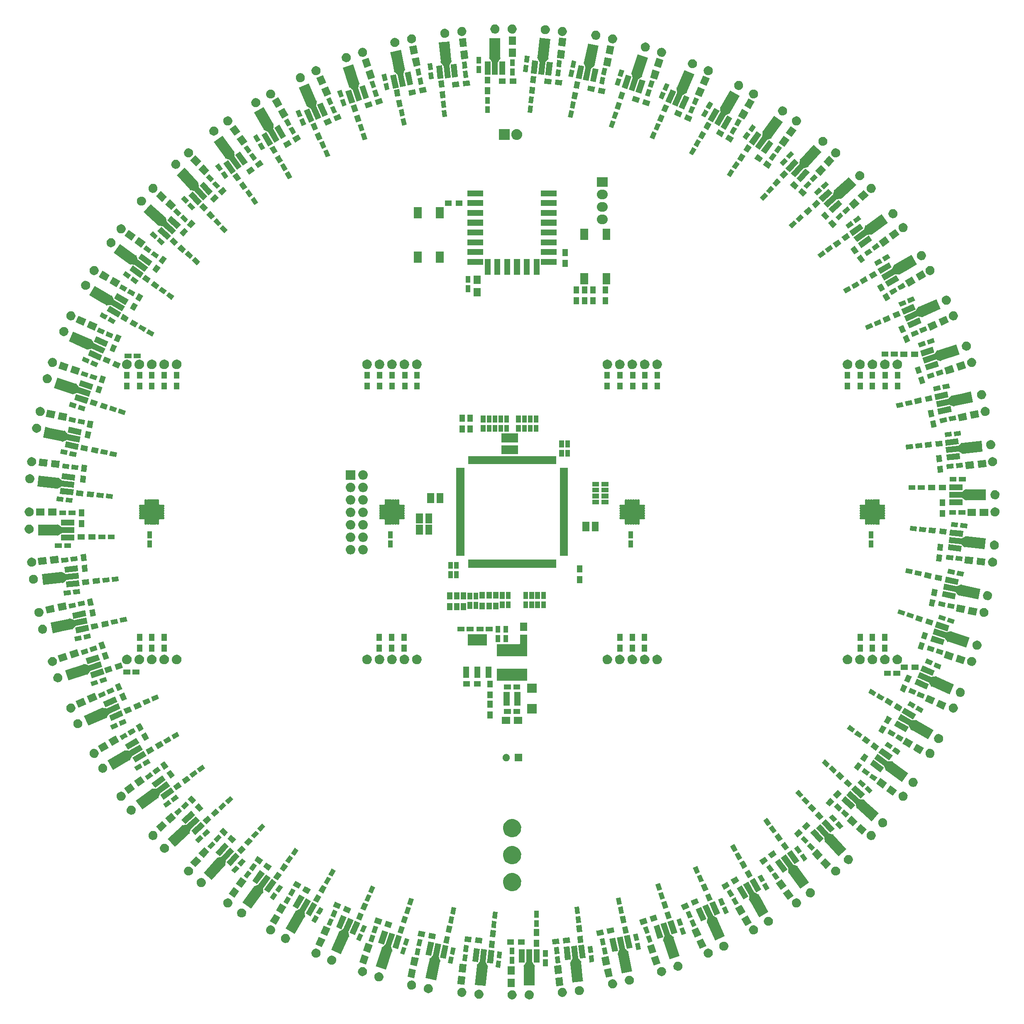
<source format=gts>
G04 #@! TF.FileFunction,Soldermask,Top*
%FSLAX46Y46*%
G04 Gerber Fmt 4.6, Leading zero omitted, Abs format (unit mm)*
G04 Created by KiCad (PCBNEW 4.0.2-stable) date 14/05/2016 22:57:01*
%MOMM*%
G01*
G04 APERTURE LIST*
%ADD10C,0.100000*%
G04 APERTURE END LIST*
D10*
G36*
X150097157Y-247575612D02*
X150274857Y-247612088D01*
X150442083Y-247682383D01*
X150592475Y-247783824D01*
X150720296Y-247912540D01*
X150820681Y-248063633D01*
X150889809Y-248231351D01*
X150924907Y-248408610D01*
X150924907Y-248408626D01*
X150925040Y-248409299D01*
X150922147Y-248616494D01*
X150921995Y-248617162D01*
X150921995Y-248617181D01*
X150881962Y-248793387D01*
X150808177Y-248959110D01*
X150703611Y-249107343D01*
X150572247Y-249232440D01*
X150419078Y-249329643D01*
X150249960Y-249395240D01*
X150071308Y-249426741D01*
X149889946Y-249422942D01*
X149712774Y-249383988D01*
X149546544Y-249311364D01*
X149397586Y-249207836D01*
X149271573Y-249077345D01*
X149173305Y-248924863D01*
X149106526Y-248756198D01*
X149073779Y-248577776D01*
X149076312Y-248396394D01*
X149114028Y-248218954D01*
X149185491Y-248052217D01*
X149287978Y-247902540D01*
X149417581Y-247775623D01*
X149569378Y-247676290D01*
X149737567Y-247608337D01*
X149915758Y-247574345D01*
X150097157Y-247575612D01*
X150097157Y-247575612D01*
G37*
G36*
X153597157Y-247575612D02*
X153774857Y-247612088D01*
X153942083Y-247682383D01*
X154092475Y-247783824D01*
X154220296Y-247912540D01*
X154320681Y-248063633D01*
X154389809Y-248231351D01*
X154424907Y-248408610D01*
X154424907Y-248408626D01*
X154425040Y-248409299D01*
X154422147Y-248616494D01*
X154421995Y-248617162D01*
X154421995Y-248617181D01*
X154381962Y-248793387D01*
X154308177Y-248959110D01*
X154203611Y-249107343D01*
X154072247Y-249232440D01*
X153919078Y-249329643D01*
X153749960Y-249395240D01*
X153571308Y-249426741D01*
X153389946Y-249422942D01*
X153212774Y-249383988D01*
X153046544Y-249311364D01*
X152897586Y-249207836D01*
X152771573Y-249077345D01*
X152673305Y-248924863D01*
X152606526Y-248756198D01*
X152573779Y-248577776D01*
X152576312Y-248396394D01*
X152614028Y-248218954D01*
X152685491Y-248052217D01*
X152787978Y-247902540D01*
X152917581Y-247775623D01*
X153069378Y-247676290D01*
X153237567Y-247608337D01*
X153415758Y-247574345D01*
X153597157Y-247575612D01*
X153597157Y-247575612D01*
G37*
G36*
X143327984Y-247441462D02*
X143505684Y-247477938D01*
X143672910Y-247548233D01*
X143823302Y-247649674D01*
X143951123Y-247778390D01*
X144051508Y-247929483D01*
X144120636Y-248097201D01*
X144155734Y-248274460D01*
X144155734Y-248274476D01*
X144155867Y-248275149D01*
X144152974Y-248482344D01*
X144152822Y-248483012D01*
X144152822Y-248483031D01*
X144112789Y-248659237D01*
X144039004Y-248824960D01*
X143934438Y-248973193D01*
X143803074Y-249098290D01*
X143649905Y-249195493D01*
X143480787Y-249261090D01*
X143302135Y-249292591D01*
X143120773Y-249288792D01*
X142943601Y-249249838D01*
X142777371Y-249177214D01*
X142628413Y-249073686D01*
X142502400Y-248943195D01*
X142404132Y-248790713D01*
X142337353Y-248622048D01*
X142304606Y-248443626D01*
X142307139Y-248262244D01*
X142344855Y-248084804D01*
X142416318Y-247918067D01*
X142518805Y-247768390D01*
X142648408Y-247641473D01*
X142800205Y-247542140D01*
X142968394Y-247474187D01*
X143146585Y-247440195D01*
X143327984Y-247441462D01*
X143327984Y-247441462D01*
G37*
G36*
X139847157Y-247075612D02*
X140024857Y-247112088D01*
X140192083Y-247182383D01*
X140342475Y-247283824D01*
X140470296Y-247412540D01*
X140570681Y-247563633D01*
X140639809Y-247731351D01*
X140674907Y-247908610D01*
X140674907Y-247908626D01*
X140675040Y-247909299D01*
X140672147Y-248116494D01*
X140671995Y-248117162D01*
X140671995Y-248117181D01*
X140631962Y-248293387D01*
X140558177Y-248459110D01*
X140453611Y-248607343D01*
X140322247Y-248732440D01*
X140169078Y-248829643D01*
X139999960Y-248895240D01*
X139821308Y-248926741D01*
X139639946Y-248922942D01*
X139462774Y-248883988D01*
X139296544Y-248811364D01*
X139147586Y-248707836D01*
X139021573Y-248577345D01*
X138923305Y-248424863D01*
X138856526Y-248256198D01*
X138823779Y-248077776D01*
X138826312Y-247896394D01*
X138864028Y-247718954D01*
X138935491Y-247552217D01*
X139037978Y-247402540D01*
X139167581Y-247275623D01*
X139319378Y-247176290D01*
X139487567Y-247108337D01*
X139665758Y-247074345D01*
X139847157Y-247075612D01*
X139847157Y-247075612D01*
G37*
G36*
X160347157Y-247075612D02*
X160524857Y-247112088D01*
X160692083Y-247182383D01*
X160842475Y-247283824D01*
X160970296Y-247412540D01*
X161070681Y-247563633D01*
X161139809Y-247731351D01*
X161174907Y-247908610D01*
X161174907Y-247908626D01*
X161175040Y-247909299D01*
X161172147Y-248116494D01*
X161171995Y-248117162D01*
X161171995Y-248117181D01*
X161131962Y-248293387D01*
X161058177Y-248459110D01*
X160953611Y-248607343D01*
X160822247Y-248732440D01*
X160669078Y-248829643D01*
X160499960Y-248895240D01*
X160321308Y-248926741D01*
X160139946Y-248922942D01*
X159962774Y-248883988D01*
X159796544Y-248811364D01*
X159647586Y-248707836D01*
X159521573Y-248577345D01*
X159423305Y-248424863D01*
X159356526Y-248256198D01*
X159323779Y-248077776D01*
X159326312Y-247896394D01*
X159364028Y-247718954D01*
X159435491Y-247552217D01*
X159537978Y-247402540D01*
X159667581Y-247275623D01*
X159819378Y-247176290D01*
X159987567Y-247108337D01*
X160165758Y-247074345D01*
X160347157Y-247075612D01*
X160347157Y-247075612D01*
G37*
G36*
X163827984Y-246709762D02*
X164005684Y-246746238D01*
X164172910Y-246816533D01*
X164323302Y-246917974D01*
X164451123Y-247046690D01*
X164551508Y-247197783D01*
X164620636Y-247365501D01*
X164655734Y-247542760D01*
X164655734Y-247542776D01*
X164655867Y-247543449D01*
X164652974Y-247750644D01*
X164652822Y-247751312D01*
X164652822Y-247751331D01*
X164612789Y-247927537D01*
X164539004Y-248093260D01*
X164434438Y-248241493D01*
X164303074Y-248366590D01*
X164149905Y-248463793D01*
X163980787Y-248529390D01*
X163802135Y-248560891D01*
X163620773Y-248557092D01*
X163443601Y-248518138D01*
X163277371Y-248445514D01*
X163128413Y-248341986D01*
X163002400Y-248211495D01*
X162904132Y-248059013D01*
X162837353Y-247890348D01*
X162804606Y-247711926D01*
X162807139Y-247530544D01*
X162844855Y-247353104D01*
X162916318Y-247186367D01*
X163018805Y-247036690D01*
X163148408Y-246909773D01*
X163300205Y-246810440D01*
X163468394Y-246742487D01*
X163646585Y-246708495D01*
X163827984Y-246709762D01*
X163827984Y-246709762D01*
G37*
G36*
X133020674Y-246303303D02*
X133198374Y-246339779D01*
X133365600Y-246410074D01*
X133515992Y-246511515D01*
X133643813Y-246640231D01*
X133744198Y-246791324D01*
X133813326Y-246959042D01*
X133848424Y-247136301D01*
X133848424Y-247136317D01*
X133848557Y-247136990D01*
X133845664Y-247344185D01*
X133845512Y-247344853D01*
X133845512Y-247344872D01*
X133805479Y-247521078D01*
X133731694Y-247686801D01*
X133627128Y-247835034D01*
X133495764Y-247960131D01*
X133342595Y-248057334D01*
X133173477Y-248122931D01*
X132994825Y-248154432D01*
X132813463Y-248150633D01*
X132636291Y-248111679D01*
X132470061Y-248039055D01*
X132321103Y-247935527D01*
X132195090Y-247805036D01*
X132096822Y-247652554D01*
X132030043Y-247483889D01*
X131997296Y-247305467D01*
X131999829Y-247124085D01*
X132037545Y-246946645D01*
X132109008Y-246779908D01*
X132211495Y-246630231D01*
X132341098Y-246503314D01*
X132492895Y-246403981D01*
X132661084Y-246336028D01*
X132839275Y-246302036D01*
X133020674Y-246303303D01*
X133020674Y-246303303D01*
G37*
G36*
X129597157Y-245575612D02*
X129774857Y-245612088D01*
X129942083Y-245682383D01*
X130092475Y-245783824D01*
X130220296Y-245912540D01*
X130320681Y-246063633D01*
X130389809Y-246231351D01*
X130424907Y-246408610D01*
X130424907Y-246408626D01*
X130425040Y-246409299D01*
X130422147Y-246616494D01*
X130421995Y-246617162D01*
X130421995Y-246617181D01*
X130381962Y-246793387D01*
X130308177Y-246959110D01*
X130203611Y-247107343D01*
X130072247Y-247232440D01*
X129919078Y-247329643D01*
X129749960Y-247395240D01*
X129571308Y-247426741D01*
X129389946Y-247422942D01*
X129212774Y-247383988D01*
X129046544Y-247311364D01*
X128897586Y-247207836D01*
X128771573Y-247077345D01*
X128673305Y-246924863D01*
X128606526Y-246756198D01*
X128573779Y-246577776D01*
X128576312Y-246396394D01*
X128614028Y-246218954D01*
X128685491Y-246052217D01*
X128787978Y-245902540D01*
X128917581Y-245775623D01*
X129069378Y-245676290D01*
X129237567Y-245608337D01*
X129415758Y-245574345D01*
X129597157Y-245575612D01*
X129597157Y-245575612D01*
G37*
G36*
X170597157Y-245325612D02*
X170774857Y-245362088D01*
X170942083Y-245432383D01*
X171092475Y-245533824D01*
X171220296Y-245662540D01*
X171320681Y-245813633D01*
X171389809Y-245981351D01*
X171424907Y-246158610D01*
X171424907Y-246158626D01*
X171425040Y-246159299D01*
X171422147Y-246366494D01*
X171421995Y-246367162D01*
X171421995Y-246367181D01*
X171381962Y-246543387D01*
X171308177Y-246709110D01*
X171203611Y-246857343D01*
X171072247Y-246982440D01*
X170919078Y-247079643D01*
X170749960Y-247145240D01*
X170571308Y-247176741D01*
X170389946Y-247172942D01*
X170212774Y-247133988D01*
X170046544Y-247061364D01*
X169897586Y-246957836D01*
X169771573Y-246827345D01*
X169673305Y-246674863D01*
X169606526Y-246506198D01*
X169573779Y-246327776D01*
X169576312Y-246146394D01*
X169614028Y-245968954D01*
X169685491Y-245802217D01*
X169787978Y-245652540D01*
X169917581Y-245525623D01*
X170069378Y-245426290D01*
X170237567Y-245358337D01*
X170415758Y-245324345D01*
X170597157Y-245325612D01*
X170597157Y-245325612D01*
G37*
G36*
X150525000Y-246900000D02*
X149075000Y-246900000D01*
X149075000Y-245200000D01*
X150525000Y-245200000D01*
X150525000Y-246900000D01*
X150525000Y-246900000D01*
G37*
G36*
X160440539Y-246612713D02*
X159170130Y-246746238D01*
X158998482Y-246764279D01*
X158998481Y-246764279D01*
X158822272Y-245087757D01*
X158820783Y-245073592D01*
X158820783Y-245073591D01*
X160235972Y-244924849D01*
X160262840Y-244922025D01*
X160262841Y-244922025D01*
X160440539Y-246612713D01*
X160440539Y-246612713D01*
G37*
G36*
X144327642Y-239221560D02*
X144884159Y-239280052D01*
X144620915Y-241784656D01*
X144621940Y-241812777D01*
X144631856Y-241841647D01*
X144715974Y-242001631D01*
X144732443Y-242024447D01*
X144754617Y-242041772D01*
X144780740Y-242052233D01*
X144790029Y-242053152D01*
X144782478Y-242070764D01*
X144779034Y-242098692D01*
X144783507Y-242126473D01*
X144790506Y-242143384D01*
X144873125Y-242300518D01*
X144958972Y-242463791D01*
X144975439Y-242486604D01*
X144997613Y-242503929D01*
X145037026Y-242516701D01*
X145045737Y-242517617D01*
X145039167Y-242580132D01*
X145040192Y-242608253D01*
X145050107Y-242637121D01*
X145109990Y-242751012D01*
X145110840Y-242752629D01*
X145093508Y-242753261D01*
X145066787Y-242762080D01*
X145043580Y-242777994D01*
X145025725Y-242799744D01*
X145014637Y-242825606D01*
X145011724Y-242841235D01*
X144606665Y-246695107D01*
X142419731Y-246465251D01*
X142824789Y-242611380D01*
X142823764Y-242583259D01*
X142814945Y-242556538D01*
X142799031Y-242533331D01*
X142777281Y-242515477D01*
X142751419Y-242504388D01*
X142746747Y-242503517D01*
X142747428Y-242502697D01*
X142747427Y-242502697D01*
X142829687Y-242403737D01*
X142844446Y-242379790D01*
X142852233Y-242350274D01*
X142852628Y-242346520D01*
X142858803Y-242287761D01*
X142867510Y-242288676D01*
X142895631Y-242287651D01*
X142922352Y-242278832D01*
X142954862Y-242253149D01*
X143186263Y-241974770D01*
X143201027Y-241950816D01*
X143208533Y-241923696D01*
X143208186Y-241895559D01*
X143205489Y-241886671D01*
X143213585Y-241887669D01*
X143241366Y-241883196D01*
X143266802Y-241871161D01*
X143288640Y-241851609D01*
X143404181Y-241712611D01*
X143418945Y-241688657D01*
X143426732Y-241659141D01*
X143689977Y-239154539D01*
X144327642Y-239221560D01*
X144327642Y-239221560D01*
G37*
G36*
X154100380Y-241715408D02*
X154104339Y-241743267D01*
X154117218Y-241770943D01*
X154217598Y-241921259D01*
X154236362Y-241942229D01*
X154260226Y-241957140D01*
X154287298Y-241964814D01*
X154296634Y-241964757D01*
X154290965Y-241983062D01*
X154290459Y-242011197D01*
X154297811Y-242038359D01*
X154306538Y-242054444D01*
X154374367Y-242156015D01*
X154507573Y-242355485D01*
X154526338Y-242376455D01*
X154550201Y-242391367D01*
X154590735Y-242399950D01*
X154599490Y-242399950D01*
X154599490Y-242462807D01*
X154603449Y-242490666D01*
X154616327Y-242518340D01*
X154678459Y-242611380D01*
X154688802Y-242626869D01*
X154671631Y-242629309D01*
X154645977Y-242640873D01*
X154624561Y-242659126D01*
X154609078Y-242682622D01*
X154600754Y-242709502D01*
X154599490Y-242725350D01*
X154599490Y-246600450D01*
X152400510Y-246600450D01*
X152400510Y-242725350D01*
X152396551Y-242697491D01*
X152384987Y-242671837D01*
X152366734Y-242650421D01*
X152343238Y-242634938D01*
X152316358Y-242626614D01*
X152311621Y-242626236D01*
X152312213Y-242625350D01*
X152312212Y-242625350D01*
X152383673Y-242518340D01*
X152395851Y-242492975D01*
X152400510Y-242462807D01*
X152400510Y-242399950D01*
X152409265Y-242399950D01*
X152437124Y-242395991D01*
X152462778Y-242384427D01*
X152492427Y-242355485D01*
X152625633Y-242156015D01*
X152693461Y-242054444D01*
X152705640Y-242029078D01*
X152710270Y-242001322D01*
X152706984Y-241973376D01*
X152703373Y-241964819D01*
X152711527Y-241964966D01*
X152738689Y-241957614D01*
X152762727Y-241942986D01*
X152782402Y-241921259D01*
X152882782Y-241770943D01*
X152894961Y-241745576D01*
X152899620Y-241715408D01*
X152899620Y-239197010D01*
X154100380Y-239197010D01*
X154100380Y-241715408D01*
X154100380Y-241715408D01*
G37*
G36*
X139119183Y-244630646D02*
X140479217Y-244773591D01*
X140479217Y-244773592D01*
X140464950Y-244909335D01*
X140301519Y-246464279D01*
X140301518Y-246464279D01*
X140156586Y-246449046D01*
X138859461Y-246312713D01*
X138865554Y-246254746D01*
X138894288Y-245981352D01*
X139037160Y-244622025D01*
X139119183Y-244630646D01*
X139119183Y-244630646D01*
G37*
G36*
X174020674Y-244597921D02*
X174198374Y-244634397D01*
X174365600Y-244704692D01*
X174515992Y-244806133D01*
X174643813Y-244934849D01*
X174744198Y-245085942D01*
X174813326Y-245253660D01*
X174848424Y-245430919D01*
X174848424Y-245430935D01*
X174848557Y-245431608D01*
X174845664Y-245638803D01*
X174845512Y-245639471D01*
X174845512Y-245639490D01*
X174805479Y-245815696D01*
X174731694Y-245981419D01*
X174627128Y-246129652D01*
X174495764Y-246254749D01*
X174342595Y-246351952D01*
X174173477Y-246417549D01*
X173994825Y-246449050D01*
X173813463Y-246445251D01*
X173636291Y-246406297D01*
X173470061Y-246333673D01*
X173321103Y-246230145D01*
X173195090Y-246099654D01*
X173096822Y-245947172D01*
X173030043Y-245778507D01*
X172997296Y-245600085D01*
X172999829Y-245418703D01*
X173037545Y-245241263D01*
X173109008Y-245074526D01*
X173211495Y-244924849D01*
X173341098Y-244797932D01*
X173492895Y-244698599D01*
X173661084Y-244630646D01*
X173839275Y-244596654D01*
X174020674Y-244597921D01*
X174020674Y-244597921D01*
G37*
G36*
X163473268Y-240959141D02*
X163480117Y-240986434D01*
X163495819Y-241012611D01*
X163611360Y-241151609D01*
X163632213Y-241170503D01*
X163657504Y-241182839D01*
X163685231Y-241187640D01*
X163694511Y-241186607D01*
X163690786Y-241205407D01*
X163693224Y-241233440D01*
X163703375Y-241259685D01*
X163713736Y-241274770D01*
X163945139Y-241553150D01*
X163965989Y-241572041D01*
X163991280Y-241584377D01*
X164032490Y-241588676D01*
X164041197Y-241587761D01*
X164047767Y-241650274D01*
X164054616Y-241677567D01*
X164070314Y-241703738D01*
X164152573Y-241802697D01*
X164152572Y-241802697D01*
X164153740Y-241804102D01*
X164136917Y-241808324D01*
X164112613Y-241822506D01*
X164093222Y-241842898D01*
X164080280Y-241867884D01*
X164074811Y-241895487D01*
X164075211Y-241911380D01*
X164437501Y-245358337D01*
X164480269Y-245765251D01*
X162293335Y-245995107D01*
X161888276Y-242141235D01*
X161881427Y-242113942D01*
X161867245Y-242089638D01*
X161846853Y-242070247D01*
X161821867Y-242057305D01*
X161794264Y-242051836D01*
X161789515Y-242051956D01*
X161790011Y-242051012D01*
X161790010Y-242051012D01*
X161849893Y-241937121D01*
X161859353Y-241910622D01*
X161860833Y-241880132D01*
X161854263Y-241817617D01*
X161862974Y-241816701D01*
X161890265Y-241809853D01*
X161914569Y-241795671D01*
X161941028Y-241763790D01*
X162031717Y-241591310D01*
X162109494Y-241443384D01*
X162118955Y-241416883D01*
X162120658Y-241388795D01*
X162114469Y-241361345D01*
X162109984Y-241353214D01*
X162118108Y-241352507D01*
X162144353Y-241342356D01*
X162166730Y-241325296D01*
X162184026Y-241301631D01*
X162268144Y-241141647D01*
X162277605Y-241115146D01*
X162279085Y-241084656D01*
X162015841Y-238580052D01*
X162553310Y-238523562D01*
X163210023Y-238454539D01*
X163210024Y-238454539D01*
X163473268Y-240959141D01*
X163473268Y-240959141D01*
G37*
G36*
X122925855Y-243907171D02*
X123103555Y-243943647D01*
X123270781Y-244013942D01*
X123421173Y-244115383D01*
X123548994Y-244244099D01*
X123649379Y-244395192D01*
X123718507Y-244562910D01*
X123753605Y-244740169D01*
X123753605Y-244740185D01*
X123753738Y-244740858D01*
X123750845Y-244948053D01*
X123750693Y-244948721D01*
X123750693Y-244948740D01*
X123710660Y-245124946D01*
X123636875Y-245290669D01*
X123532309Y-245438902D01*
X123400945Y-245563999D01*
X123247776Y-245661202D01*
X123078658Y-245726799D01*
X122900006Y-245758300D01*
X122718644Y-245754501D01*
X122541472Y-245715547D01*
X122375242Y-245642923D01*
X122226284Y-245539395D01*
X122100271Y-245408904D01*
X122002003Y-245256422D01*
X121935224Y-245087757D01*
X121902477Y-244909335D01*
X121905010Y-244727953D01*
X121942726Y-244550513D01*
X122014189Y-244383776D01*
X122116676Y-244234099D01*
X122246279Y-244107182D01*
X122398076Y-244007849D01*
X122566265Y-243939896D01*
X122744456Y-243905904D01*
X122925855Y-243907171D01*
X122925855Y-243907171D01*
G37*
G36*
X135557156Y-238202756D02*
X135199625Y-239884805D01*
X135033551Y-240666123D01*
X135031632Y-240694197D01*
X135038475Y-240723945D01*
X135105409Y-240891844D01*
X135119404Y-240916257D01*
X135139645Y-240935804D01*
X135164531Y-240948939D01*
X135173673Y-240950823D01*
X135164322Y-240967550D01*
X135157978Y-240994965D01*
X135159522Y-241023061D01*
X135164715Y-241040611D01*
X135298766Y-241376870D01*
X135312761Y-241401283D01*
X135333002Y-241420830D01*
X135370863Y-241437653D01*
X135379430Y-241439474D01*
X135379430Y-241439475D01*
X135366361Y-241500959D01*
X135364442Y-241529033D01*
X135371284Y-241558779D01*
X135418935Y-241678307D01*
X135418934Y-241678307D01*
X135419611Y-241680004D01*
X135402307Y-241678821D01*
X135374810Y-241684798D01*
X135350067Y-241698199D01*
X135330037Y-241717963D01*
X135316306Y-241742525D01*
X135311776Y-241757760D01*
X134506097Y-245548183D01*
X132355170Y-245090990D01*
X132358670Y-245074526D01*
X132875958Y-242640873D01*
X133160849Y-241300568D01*
X133162768Y-241272495D01*
X133156791Y-241244998D01*
X133143390Y-241220255D01*
X133123626Y-241200225D01*
X133099064Y-241186494D01*
X133094509Y-241185140D01*
X133096870Y-241182839D01*
X133187417Y-241094585D01*
X133204604Y-241072304D01*
X133215434Y-241043764D01*
X133228503Y-240982281D01*
X133237066Y-240984101D01*
X133265140Y-240986020D01*
X133292637Y-240980043D01*
X133327655Y-240957898D01*
X133586886Y-240705233D01*
X133604073Y-240682952D01*
X133614373Y-240656766D01*
X133616969Y-240628747D01*
X133615216Y-240619626D01*
X133623162Y-240621465D01*
X133651258Y-240619921D01*
X133677813Y-240610610D01*
X133701575Y-240593449D01*
X133831015Y-240467288D01*
X133848202Y-240445008D01*
X133859028Y-240416476D01*
X134382635Y-237953103D01*
X135557156Y-238202756D01*
X135557156Y-238202756D01*
G37*
G36*
X130425992Y-243441996D02*
X130072542Y-245104846D01*
X128654228Y-244803374D01*
X129007678Y-243140524D01*
X130425992Y-243441996D01*
X130425992Y-243441996D01*
G37*
G36*
X170545772Y-244703374D02*
X169127458Y-245004846D01*
X168774008Y-243341996D01*
X170192322Y-243040524D01*
X170545772Y-244703374D01*
X170545772Y-244703374D01*
G37*
G36*
X119597157Y-242825612D02*
X119774857Y-242862088D01*
X119942083Y-242932383D01*
X120092475Y-243033824D01*
X120220296Y-243162540D01*
X120320681Y-243313633D01*
X120389809Y-243481351D01*
X120424907Y-243658610D01*
X120424907Y-243658626D01*
X120425040Y-243659299D01*
X120422147Y-243866494D01*
X120421995Y-243867162D01*
X120421995Y-243867181D01*
X120381962Y-244043387D01*
X120308177Y-244209110D01*
X120203611Y-244357343D01*
X120072247Y-244482440D01*
X119919078Y-244579643D01*
X119749960Y-244645240D01*
X119571308Y-244676741D01*
X119389946Y-244672942D01*
X119212774Y-244633988D01*
X119046544Y-244561364D01*
X118897586Y-244457836D01*
X118771573Y-244327345D01*
X118673305Y-244174863D01*
X118606526Y-244006198D01*
X118573779Y-243827776D01*
X118576312Y-243646394D01*
X118614028Y-243468954D01*
X118685491Y-243302217D01*
X118787978Y-243152540D01*
X118917581Y-243025623D01*
X119069378Y-242926290D01*
X119237567Y-242858337D01*
X119415758Y-242824345D01*
X119597157Y-242825612D01*
X119597157Y-242825612D01*
G37*
G36*
X180597157Y-242825612D02*
X180774857Y-242862088D01*
X180942083Y-242932383D01*
X181092475Y-243033824D01*
X181220296Y-243162540D01*
X181320681Y-243313633D01*
X181389809Y-243481351D01*
X181424907Y-243658610D01*
X181424907Y-243658626D01*
X181425040Y-243659299D01*
X181422147Y-243866494D01*
X181421995Y-243867162D01*
X181421995Y-243867181D01*
X181381962Y-244043387D01*
X181308177Y-244209110D01*
X181203611Y-244357343D01*
X181072247Y-244482440D01*
X180919078Y-244579643D01*
X180749960Y-244645240D01*
X180571308Y-244676741D01*
X180389946Y-244672942D01*
X180212774Y-244633988D01*
X180046544Y-244561364D01*
X179897586Y-244457836D01*
X179771573Y-244327345D01*
X179673305Y-244174863D01*
X179606526Y-244006198D01*
X179573779Y-243827776D01*
X179576312Y-243646394D01*
X179614028Y-243468954D01*
X179685491Y-243302217D01*
X179787978Y-243152540D01*
X179917581Y-243025623D01*
X180069378Y-242926290D01*
X180237567Y-242858337D01*
X180415758Y-242824345D01*
X180597157Y-242825612D01*
X180597157Y-242825612D01*
G37*
G36*
X150525000Y-244400000D02*
X149075000Y-244400000D01*
X149075000Y-242700000D01*
X150525000Y-242700000D01*
X150525000Y-244400000D01*
X150525000Y-244400000D01*
G37*
G36*
X160179217Y-244126409D02*
X158874311Y-244263560D01*
X158737160Y-244277975D01*
X158737159Y-244277975D01*
X158569161Y-242679576D01*
X158559461Y-242587288D01*
X158559461Y-242587287D01*
X159864367Y-242450136D01*
X160001518Y-242435721D01*
X160001519Y-242435721D01*
X160179217Y-244126409D01*
X160179217Y-244126409D01*
G37*
G36*
X173040972Y-239016477D02*
X173050633Y-239042895D01*
X173068985Y-239067288D01*
X173198425Y-239193449D01*
X173221139Y-239210059D01*
X173247581Y-239219683D01*
X173275658Y-239221560D01*
X173284777Y-239219563D01*
X173283038Y-239238648D01*
X173288393Y-239266273D01*
X173301232Y-239291313D01*
X173313114Y-239305233D01*
X173572345Y-239557898D01*
X173595059Y-239574508D01*
X173621501Y-239584132D01*
X173662934Y-239584101D01*
X173671497Y-239582281D01*
X173684566Y-239643764D01*
X173694231Y-239670192D01*
X173712583Y-239694585D01*
X173750306Y-239731352D01*
X173806036Y-239785671D01*
X173789748Y-239791628D01*
X173767059Y-239808273D01*
X173749906Y-239830579D01*
X173739646Y-239856782D01*
X173737092Y-239884805D01*
X173739151Y-239900567D01*
X174097056Y-241584377D01*
X174537948Y-243658610D01*
X174544830Y-243690990D01*
X172393903Y-244148183D01*
X172289841Y-243658610D01*
X171588224Y-240357762D01*
X171578560Y-240331336D01*
X171561915Y-240308648D01*
X171539609Y-240291495D01*
X171513406Y-240281235D01*
X171485383Y-240278681D01*
X171480671Y-240279296D01*
X171501227Y-240227732D01*
X171528716Y-240158778D01*
X171535354Y-240131436D01*
X171533639Y-240100959D01*
X171520570Y-240039475D01*
X171520570Y-240039474D01*
X171529139Y-240037653D01*
X171555562Y-240027989D01*
X171578250Y-240011344D01*
X171601234Y-239976870D01*
X171735285Y-239640611D01*
X171741924Y-239613266D01*
X171740682Y-239585155D01*
X171731657Y-239558502D01*
X171726346Y-239550884D01*
X171734352Y-239549332D01*
X171759392Y-239536493D01*
X171779863Y-239517187D01*
X171794591Y-239491844D01*
X171861525Y-239323945D01*
X171868164Y-239296601D01*
X171866449Y-239266123D01*
X171772953Y-238826257D01*
X171342844Y-236802756D01*
X172517365Y-236553103D01*
X173040972Y-239016477D01*
X173040972Y-239016477D01*
G37*
G36*
X139371390Y-242143384D02*
X140740539Y-242287287D01*
X140562841Y-243977975D01*
X140562840Y-243977975D01*
X140425689Y-243963560D01*
X139120783Y-243826409D01*
X139298482Y-242135721D01*
X139371390Y-242143384D01*
X139371390Y-242143384D01*
G37*
G36*
X183925855Y-241744053D02*
X184103555Y-241780529D01*
X184270781Y-241850824D01*
X184421173Y-241952265D01*
X184548994Y-242080981D01*
X184649379Y-242232074D01*
X184718507Y-242399792D01*
X184753605Y-242577051D01*
X184753605Y-242577067D01*
X184753738Y-242577740D01*
X184750845Y-242784935D01*
X184750693Y-242785603D01*
X184750693Y-242785622D01*
X184710660Y-242961828D01*
X184636875Y-243127551D01*
X184532309Y-243275784D01*
X184400945Y-243400881D01*
X184247776Y-243498084D01*
X184078658Y-243563681D01*
X183900006Y-243595182D01*
X183718644Y-243591383D01*
X183541472Y-243552429D01*
X183375242Y-243479805D01*
X183226284Y-243376277D01*
X183100271Y-243245786D01*
X183002003Y-243093304D01*
X182935224Y-242924639D01*
X182902477Y-242746217D01*
X182905010Y-242564835D01*
X182942726Y-242387395D01*
X183014189Y-242220658D01*
X183116676Y-242070981D01*
X183246279Y-241944064D01*
X183398076Y-241844731D01*
X183566265Y-241776778D01*
X183744456Y-241742786D01*
X183925855Y-241744053D01*
X183925855Y-241744053D01*
G37*
G36*
X126115282Y-236163775D02*
X125337052Y-238558919D01*
X125332210Y-238586635D01*
X125335905Y-238616929D01*
X125384926Y-238790920D01*
X125396289Y-238816654D01*
X125414376Y-238838210D01*
X125437753Y-238853874D01*
X125446650Y-238856704D01*
X125435602Y-238872361D01*
X125426426Y-238898963D01*
X125425025Y-238927067D01*
X125428355Y-238945062D01*
X125526525Y-239293501D01*
X125537888Y-239319235D01*
X125555975Y-239340791D01*
X125591872Y-239361480D01*
X125600201Y-239364186D01*
X125580774Y-239423975D01*
X125575933Y-239451685D01*
X125579628Y-239481978D01*
X125614525Y-239605839D01*
X125614524Y-239605839D01*
X125615019Y-239607597D01*
X125597934Y-239604612D01*
X125569963Y-239607682D01*
X125543955Y-239618424D01*
X125521968Y-239635986D01*
X125505745Y-239658978D01*
X125499651Y-239673647D01*
X124302175Y-243359099D01*
X122210821Y-242679576D01*
X123408293Y-238994136D01*
X123413136Y-238966417D01*
X123410066Y-238938446D01*
X123399324Y-238912438D01*
X123381762Y-238890452D01*
X123358770Y-238874229D01*
X123354381Y-238872405D01*
X123456248Y-238792056D01*
X123475670Y-238771695D01*
X123489422Y-238744447D01*
X123508847Y-238684663D01*
X123517178Y-238687370D01*
X123544893Y-238692212D01*
X123572864Y-238689142D01*
X123610005Y-238670778D01*
X123894225Y-238446594D01*
X123913647Y-238426232D01*
X123926628Y-238401266D01*
X123932139Y-238373671D01*
X123931349Y-238364418D01*
X123939059Y-238367078D01*
X123967163Y-238368479D01*
X123994545Y-238361995D01*
X124019971Y-238347411D01*
X124161888Y-238235471D01*
X124181310Y-238215109D01*
X124195062Y-238187862D01*
X124973291Y-235792720D01*
X126115282Y-236163775D01*
X126115282Y-236163775D01*
G37*
G36*
X147746266Y-241598281D02*
X147746266Y-241598282D01*
X147599926Y-242990612D01*
X146655130Y-242891311D01*
X146666311Y-242784935D01*
X146801470Y-241498980D01*
X147746266Y-241598281D01*
X147746266Y-241598281D01*
G37*
G36*
X130945772Y-240996626D02*
X130592322Y-242659476D01*
X129174008Y-242358004D01*
X129527458Y-240695154D01*
X130945772Y-240996626D01*
X130945772Y-240996626D01*
G37*
G36*
X157275000Y-242650000D02*
X156325000Y-242650000D01*
X156325000Y-241250000D01*
X157275000Y-241250000D01*
X157275000Y-242650000D01*
X157275000Y-242650000D01*
G37*
G36*
X170025992Y-242258004D02*
X168607678Y-242559476D01*
X168254228Y-240896626D01*
X169672542Y-240595154D01*
X170025992Y-242258004D01*
X170025992Y-242258004D01*
G37*
G36*
X180212701Y-241993933D02*
X180238451Y-242073182D01*
X178859420Y-242521256D01*
X178859419Y-242521256D01*
X178334091Y-240904460D01*
X178620624Y-240811360D01*
X179713122Y-240456386D01*
X179713123Y-240456386D01*
X180212701Y-241993933D01*
X180212701Y-241993933D01*
G37*
G36*
X113294566Y-240499190D02*
X113472266Y-240535666D01*
X113639492Y-240605961D01*
X113789884Y-240707402D01*
X113917705Y-240836118D01*
X114018090Y-240987211D01*
X114087218Y-241154929D01*
X114122316Y-241332188D01*
X114122316Y-241332204D01*
X114122449Y-241332877D01*
X114119556Y-241540072D01*
X114119404Y-241540740D01*
X114119404Y-241540759D01*
X114079371Y-241716965D01*
X114005586Y-241882688D01*
X113901020Y-242030921D01*
X113769656Y-242156018D01*
X113616487Y-242253221D01*
X113447369Y-242318818D01*
X113268717Y-242350319D01*
X113087355Y-242346520D01*
X112910183Y-242307566D01*
X112743953Y-242234942D01*
X112594995Y-242131414D01*
X112468982Y-242000923D01*
X112370714Y-241848441D01*
X112303935Y-241679776D01*
X112271188Y-241501354D01*
X112273721Y-241319972D01*
X112311437Y-241142532D01*
X112382900Y-240975795D01*
X112485387Y-240826118D01*
X112614990Y-240699201D01*
X112766787Y-240599868D01*
X112934976Y-240531915D01*
X113113167Y-240497923D01*
X113294566Y-240499190D01*
X113294566Y-240499190D01*
G37*
G36*
X120510476Y-240621465D02*
X120765909Y-240704460D01*
X120240581Y-242321256D01*
X120240580Y-242321256D01*
X118861549Y-241873182D01*
X118886734Y-241795671D01*
X119386878Y-240256386D01*
X120510476Y-240621465D01*
X120510476Y-240621465D01*
G37*
G36*
X138112642Y-240843295D02*
X137821566Y-242212701D01*
X136892326Y-242015185D01*
X137183402Y-240645779D01*
X138112642Y-240843295D01*
X138112642Y-240843295D01*
G37*
G36*
X150475000Y-242150000D02*
X149525000Y-242150000D01*
X149525000Y-240750000D01*
X150475000Y-240750000D01*
X150475000Y-242150000D01*
X150475000Y-242150000D01*
G37*
G36*
X145684636Y-239364186D02*
X146377076Y-239436964D01*
X146094651Y-242124063D01*
X146094650Y-242124063D01*
X144900468Y-241998550D01*
X144894257Y-241997897D01*
X144896634Y-241993933D01*
X144903937Y-241965546D01*
X144904821Y-241957140D01*
X144952725Y-241501355D01*
X145182894Y-239311451D01*
X145684636Y-239364186D01*
X145684636Y-239364186D01*
G37*
G36*
X159841279Y-241957140D02*
X159844870Y-241991311D01*
X158900074Y-242090612D01*
X158867483Y-241780529D01*
X158753734Y-240698282D01*
X158753734Y-240698281D01*
X159698530Y-240598980D01*
X159841279Y-241957140D01*
X159841279Y-241957140D01*
G37*
G36*
X152599240Y-241865724D02*
X152603199Y-241893583D01*
X152605600Y-241898910D01*
X151398480Y-241898910D01*
X151398480Y-239197010D01*
X152599240Y-239197010D01*
X152599240Y-241865724D01*
X152599240Y-241865724D01*
G37*
G36*
X155601520Y-241898910D02*
X154394515Y-241898910D01*
X154396464Y-241894719D01*
X154400760Y-241865724D01*
X154400760Y-239197010D01*
X155601520Y-239197010D01*
X155601520Y-241898910D01*
X155601520Y-241898910D01*
G37*
G36*
X166739904Y-241744057D02*
X166744870Y-241791311D01*
X165800074Y-241890612D01*
X165653734Y-240498282D01*
X165653734Y-240498281D01*
X166598530Y-240398980D01*
X166739904Y-241744057D01*
X166739904Y-241744057D01*
G37*
G36*
X143250401Y-239108337D02*
X143391243Y-239123140D01*
X143112287Y-241777233D01*
X143113312Y-241805354D01*
X143115144Y-241810904D01*
X141914635Y-241684726D01*
X142197061Y-238997627D01*
X143250401Y-239108337D01*
X143250401Y-239108337D01*
G37*
G36*
X140946266Y-240298281D02*
X140946266Y-240298282D01*
X140836529Y-241342356D01*
X140799926Y-241690612D01*
X139855130Y-241591311D01*
X139882293Y-241332877D01*
X140001470Y-240198980D01*
X140946266Y-240298281D01*
X140946266Y-240298281D01*
G37*
G36*
X161940031Y-240732437D02*
X161995386Y-241259099D01*
X161996063Y-241265546D01*
X162002912Y-241292839D01*
X162005857Y-241297885D01*
X161999532Y-241298550D01*
X160805350Y-241424063D01*
X160805349Y-241424063D01*
X160522924Y-238736964D01*
X160556510Y-238733434D01*
X161717106Y-238611451D01*
X161717107Y-238611451D01*
X161940031Y-240732437D01*
X161940031Y-240732437D01*
G37*
G36*
X182204938Y-236087862D02*
X182217311Y-236113130D01*
X182238112Y-236135471D01*
X182380029Y-236247411D01*
X182404354Y-236261556D01*
X182431658Y-236268364D01*
X182459776Y-236267296D01*
X182468638Y-236264356D01*
X182468904Y-236283518D01*
X182477117Y-236310432D01*
X182492502Y-236333992D01*
X182505775Y-236346594D01*
X182789995Y-236570778D01*
X182814320Y-236584923D01*
X182841624Y-236591731D01*
X182882824Y-236587369D01*
X182891153Y-236584663D01*
X182910578Y-236644447D01*
X182922951Y-236669715D01*
X182943752Y-236692056D01*
X183046216Y-236772876D01*
X183030639Y-236780504D01*
X183009814Y-236799429D01*
X182995087Y-236823406D01*
X182987622Y-236850538D01*
X182988012Y-236878674D01*
X182991706Y-236894135D01*
X184189179Y-240579576D01*
X182097825Y-241259099D01*
X180900351Y-237573652D01*
X180887979Y-237548387D01*
X180869054Y-237527563D01*
X180845077Y-237512835D01*
X180817946Y-237505370D01*
X180789809Y-237505760D01*
X180785187Y-237506864D01*
X180785476Y-237505839D01*
X180785475Y-237505839D01*
X180820372Y-237381978D01*
X180824115Y-237354098D01*
X180819225Y-237323974D01*
X180799799Y-237264186D01*
X180808130Y-237261479D01*
X180833399Y-237249107D01*
X180854223Y-237230181D01*
X180873475Y-237193498D01*
X180971645Y-236845063D01*
X180975389Y-236817174D01*
X180971215Y-236789346D01*
X180959454Y-236763783D01*
X180953377Y-236756762D01*
X180961177Y-236754382D01*
X180984737Y-236738997D01*
X181003079Y-236717656D01*
X181015074Y-236690920D01*
X181064095Y-236516928D01*
X181067838Y-236489047D01*
X181062948Y-236458919D01*
X180284718Y-234063775D01*
X181426709Y-233692720D01*
X182204938Y-236087862D01*
X182204938Y-236087862D01*
G37*
G36*
X137025492Y-238514860D02*
X136463735Y-241157717D01*
X135289214Y-240908064D01*
X135283107Y-240906766D01*
X135285885Y-240903072D01*
X135296112Y-240875613D01*
X135850971Y-238265207D01*
X137025492Y-238514860D01*
X137025492Y-238514860D01*
G37*
G36*
X164985365Y-240984726D02*
X163784971Y-241110892D01*
X163786472Y-241106519D01*
X163787713Y-241077233D01*
X163508757Y-238423140D01*
X163716875Y-238401266D01*
X164702939Y-238297627D01*
X164702940Y-238297627D01*
X164985365Y-240984726D01*
X164985365Y-240984726D01*
G37*
G36*
X147944870Y-239708689D02*
X147944870Y-239708690D01*
X147798530Y-241101020D01*
X146853734Y-241001719D01*
X146855341Y-240986434D01*
X147000074Y-239609388D01*
X147944870Y-239708689D01*
X147944870Y-239708689D01*
G37*
G36*
X110097157Y-239075612D02*
X110274857Y-239112088D01*
X110442083Y-239182383D01*
X110592475Y-239283824D01*
X110720296Y-239412540D01*
X110820681Y-239563633D01*
X110889809Y-239731351D01*
X110924907Y-239908610D01*
X110924907Y-239908626D01*
X110925040Y-239909299D01*
X110922147Y-240116494D01*
X110921995Y-240117162D01*
X110921995Y-240117181D01*
X110881962Y-240293387D01*
X110808177Y-240459110D01*
X110703611Y-240607343D01*
X110572247Y-240732440D01*
X110419078Y-240829643D01*
X110249960Y-240895240D01*
X110071308Y-240926741D01*
X109889946Y-240922942D01*
X109712774Y-240883988D01*
X109546544Y-240811364D01*
X109397586Y-240707836D01*
X109271573Y-240577345D01*
X109173305Y-240424863D01*
X109106526Y-240256198D01*
X109073779Y-240077776D01*
X109076312Y-239896394D01*
X109114028Y-239718954D01*
X109185491Y-239552217D01*
X109287978Y-239402540D01*
X109417581Y-239275623D01*
X109569378Y-239176290D01*
X109737567Y-239108337D01*
X109915758Y-239074345D01*
X110097157Y-239075612D01*
X110097157Y-239075612D01*
G37*
G36*
X190097157Y-239075612D02*
X190274857Y-239112088D01*
X190442083Y-239182383D01*
X190592475Y-239283824D01*
X190720296Y-239412540D01*
X190820681Y-239563633D01*
X190889809Y-239731351D01*
X190924907Y-239908610D01*
X190924907Y-239908626D01*
X190925040Y-239909299D01*
X190922147Y-240116494D01*
X190921995Y-240117162D01*
X190921995Y-240117181D01*
X190881962Y-240293387D01*
X190808177Y-240459110D01*
X190703611Y-240607343D01*
X190572247Y-240732440D01*
X190419078Y-240829643D01*
X190249960Y-240895240D01*
X190071308Y-240926741D01*
X189889946Y-240922942D01*
X189712774Y-240883988D01*
X189546544Y-240811364D01*
X189397586Y-240707836D01*
X189271573Y-240577345D01*
X189173305Y-240424863D01*
X189106526Y-240256198D01*
X189073779Y-240077776D01*
X189076312Y-239896394D01*
X189114028Y-239718954D01*
X189185491Y-239552217D01*
X189287978Y-239402540D01*
X189417581Y-239275623D01*
X189569378Y-239176290D01*
X189737567Y-239108337D01*
X189915758Y-239074345D01*
X190097157Y-239075612D01*
X190097157Y-239075612D01*
G37*
G36*
X157275000Y-240750000D02*
X156325000Y-240750000D01*
X156325000Y-239350000D01*
X157275000Y-239350000D01*
X157275000Y-240750000D01*
X157275000Y-240750000D01*
G37*
G36*
X134088819Y-237890651D02*
X133534626Y-240497923D01*
X133533962Y-240501046D01*
X133532043Y-240529120D01*
X133533284Y-240534829D01*
X133527062Y-240533507D01*
X133527062Y-240533508D01*
X132352541Y-240283855D01*
X132914298Y-237640998D01*
X134088819Y-237890651D01*
X134088819Y-237890651D01*
G37*
G36*
X131312642Y-239143295D02*
X131021566Y-240512701D01*
X130092326Y-240315185D01*
X130383402Y-238945779D01*
X131312642Y-239143295D01*
X131312642Y-239143295D01*
G37*
G36*
X138507674Y-238984815D02*
X138216598Y-240354221D01*
X137287358Y-240156705D01*
X137578434Y-238787299D01*
X138507674Y-238984815D01*
X138507674Y-238984815D01*
G37*
G36*
X128474498Y-238984548D02*
X128041874Y-240316027D01*
X127138370Y-240022460D01*
X127570994Y-238690981D01*
X128474498Y-238984548D01*
X128474498Y-238984548D01*
G37*
G36*
X169507674Y-240115185D02*
X168578434Y-240312701D01*
X168287358Y-238943295D01*
X169216598Y-238745779D01*
X169507674Y-240115185D01*
X169507674Y-240115185D01*
G37*
G36*
X150475000Y-240250000D02*
X149525000Y-240250000D01*
X149525000Y-238850000D01*
X150475000Y-238850000D01*
X150475000Y-240250000D01*
X150475000Y-240250000D01*
G37*
G36*
X117654616Y-233261347D02*
X116630288Y-235562027D01*
X116622577Y-235589078D01*
X116623086Y-235619600D01*
X116653649Y-235797749D01*
X116662262Y-235824538D01*
X116677997Y-235847866D01*
X116699608Y-235865888D01*
X116708160Y-235869633D01*
X116695535Y-235884051D01*
X116683629Y-235909547D01*
X116679298Y-235937351D01*
X116680729Y-235955597D01*
X116741605Y-236310432D01*
X116741938Y-236312377D01*
X116750551Y-236339166D01*
X116766286Y-236362494D01*
X116799824Y-236386822D01*
X116807823Y-236390384D01*
X116797959Y-236412540D01*
X116782257Y-236447806D01*
X116774542Y-236474867D01*
X116775051Y-236505386D01*
X116796809Y-236632211D01*
X116797118Y-236634012D01*
X116780437Y-236629257D01*
X116752298Y-236629387D01*
X116725310Y-236637351D01*
X116701608Y-236652518D01*
X116683071Y-236673689D01*
X116675474Y-236687645D01*
X115099325Y-240227732D01*
X113090457Y-239333326D01*
X114666604Y-235793244D01*
X114674317Y-235766185D01*
X114674187Y-235738046D01*
X114666223Y-235711057D01*
X114651056Y-235687355D01*
X114629885Y-235668818D01*
X114625712Y-235666547D01*
X114626614Y-235665978D01*
X114626612Y-235665977D01*
X114735425Y-235597281D01*
X114756862Y-235579067D01*
X114773386Y-235553406D01*
X114798956Y-235495978D01*
X114806953Y-235499539D01*
X114834014Y-235507254D01*
X114862153Y-235507124D01*
X114901007Y-235492745D01*
X115207107Y-235299498D01*
X115228551Y-235281277D01*
X115244070Y-235257804D01*
X115252435Y-235230937D01*
X115252616Y-235221653D01*
X115260006Y-235225104D01*
X115287810Y-235229435D01*
X115315720Y-235225849D01*
X115342525Y-235214006D01*
X115495376Y-235117507D01*
X115516817Y-235099289D01*
X115533341Y-235073629D01*
X116557667Y-232772954D01*
X117654616Y-233261347D01*
X117654616Y-233261347D01*
G37*
G36*
X159643750Y-240077776D02*
X159646266Y-240101719D01*
X158701470Y-240201020D01*
X158555130Y-238808690D01*
X158555130Y-238808689D01*
X159499926Y-238709388D01*
X159643750Y-240077776D01*
X159643750Y-240077776D01*
G37*
G36*
X179449086Y-239643764D02*
X179465909Y-239695540D01*
X178086878Y-240143614D01*
X178086877Y-240143614D01*
X177561549Y-238526818D01*
X177871121Y-238426232D01*
X178940580Y-238078744D01*
X178940581Y-238078744D01*
X179449086Y-239643764D01*
X179449086Y-239643764D01*
G37*
G36*
X166536445Y-239808273D02*
X166546266Y-239901719D01*
X165601470Y-240001020D01*
X165563103Y-239635986D01*
X165455130Y-238608690D01*
X165455130Y-238608689D01*
X166399926Y-238509388D01*
X166536445Y-239808273D01*
X166536445Y-239808273D01*
G37*
G36*
X121368264Y-238271521D02*
X121538451Y-238326818D01*
X121013123Y-239943614D01*
X121013122Y-239943614D01*
X119634091Y-239495540D01*
X119650313Y-239445613D01*
X120159420Y-237878744D01*
X121368264Y-238271521D01*
X121368264Y-238271521D01*
G37*
G36*
X141144870Y-238408689D02*
X141144870Y-238408690D01*
X141024820Y-239550884D01*
X140998530Y-239801020D01*
X140053734Y-239701719D01*
X140069751Y-239549332D01*
X140200074Y-238309388D01*
X141144870Y-238408689D01*
X141144870Y-238408689D01*
G37*
G36*
X171603888Y-239475613D02*
X171613550Y-239502032D01*
X171617006Y-239506742D01*
X171610786Y-239508064D01*
X170436265Y-239757717D01*
X169874508Y-237114860D01*
X171049029Y-236865207D01*
X171603888Y-239475613D01*
X171603888Y-239475613D01*
G37*
G36*
X193294566Y-237652034D02*
X193472266Y-237688510D01*
X193639492Y-237758805D01*
X193789884Y-237860246D01*
X193917705Y-237988962D01*
X194018090Y-238140055D01*
X194087218Y-238307773D01*
X194122316Y-238485032D01*
X194122316Y-238485048D01*
X194122449Y-238485721D01*
X194119556Y-238692916D01*
X194119404Y-238693584D01*
X194119404Y-238693603D01*
X194079371Y-238869809D01*
X194005586Y-239035532D01*
X193901020Y-239183765D01*
X193769656Y-239308862D01*
X193616487Y-239406065D01*
X193447369Y-239471662D01*
X193268717Y-239503163D01*
X193087355Y-239499364D01*
X192910183Y-239460410D01*
X192743953Y-239387786D01*
X192594995Y-239284258D01*
X192468982Y-239153767D01*
X192370714Y-239001285D01*
X192303935Y-238832620D01*
X192271188Y-238654198D01*
X192273721Y-238472816D01*
X192311437Y-238295376D01*
X192382900Y-238128639D01*
X192485387Y-237978962D01*
X192614990Y-237852045D01*
X192766787Y-237752712D01*
X192934976Y-237684759D01*
X193113167Y-237650767D01*
X193294566Y-237652034D01*
X193294566Y-237652034D01*
G37*
G36*
X176307674Y-239215185D02*
X175378434Y-239412701D01*
X175087358Y-238043295D01*
X176016598Y-237845779D01*
X176307674Y-239215185D01*
X176307674Y-239215185D01*
G37*
G36*
X127542951Y-236627653D02*
X126708018Y-239197312D01*
X125566027Y-238826257D01*
X125560088Y-238824327D01*
X125563236Y-238820944D01*
X125576282Y-238794696D01*
X125607051Y-238700000D01*
X126400960Y-236256598D01*
X127542951Y-236627653D01*
X127542951Y-236627653D01*
G37*
G36*
X174547459Y-238883855D02*
X173372938Y-239133508D01*
X173372938Y-239133507D01*
X173366829Y-239134805D01*
X173367864Y-239130300D01*
X173366038Y-239101046D01*
X173360363Y-239074345D01*
X172811181Y-236490651D01*
X173985702Y-236240998D01*
X174547459Y-238883855D01*
X174547459Y-238883855D01*
G37*
G36*
X189616468Y-238523562D02*
X188291827Y-239113330D01*
X187600374Y-237560302D01*
X188925015Y-236970534D01*
X189616468Y-238523562D01*
X189616468Y-238523562D01*
G37*
G36*
X146505176Y-237555299D02*
X146358836Y-238947630D01*
X145264862Y-238832649D01*
X145411202Y-237440318D01*
X146505176Y-237555299D01*
X146505176Y-237555299D01*
G37*
G36*
X111899626Y-237260302D02*
X111208173Y-238813330D01*
X109883532Y-238223562D01*
X110574985Y-236670534D01*
X111899626Y-237260302D01*
X111899626Y-237260302D01*
G37*
G36*
X155550000Y-238700000D02*
X154450000Y-238700000D01*
X154450000Y-237300000D01*
X155550000Y-237300000D01*
X155550000Y-238700000D01*
X155550000Y-238700000D01*
G37*
G36*
X131707674Y-237284815D02*
X131416598Y-238654221D01*
X130487358Y-238456705D01*
X130778434Y-237087299D01*
X131707674Y-237284815D01*
X131707674Y-237284815D01*
G37*
G36*
X129061630Y-237177540D02*
X128629006Y-238509019D01*
X127725502Y-238215452D01*
X128158126Y-236883973D01*
X129061630Y-237177540D01*
X129061630Y-237177540D01*
G37*
G36*
X169112642Y-238256705D02*
X168183402Y-238454221D01*
X167892326Y-237084815D01*
X168821566Y-236887299D01*
X169112642Y-238256705D01*
X169112642Y-238256705D01*
G37*
G36*
X124687613Y-235699897D02*
X123911412Y-238088798D01*
X123862935Y-238237994D01*
X123858092Y-238265714D01*
X123858729Y-238271521D01*
X123852680Y-238269556D01*
X122710689Y-237898501D01*
X123545622Y-235328842D01*
X124687613Y-235699897D01*
X124687613Y-235699897D01*
G37*
G36*
X150400000Y-238250000D02*
X149000000Y-238250000D01*
X149000000Y-237150000D01*
X150400000Y-237150000D01*
X150400000Y-238250000D01*
X150400000Y-238250000D01*
G37*
G36*
X152600000Y-238250000D02*
X151200000Y-238250000D01*
X151200000Y-237150000D01*
X152600000Y-237150000D01*
X152600000Y-238250000D01*
X152600000Y-238250000D01*
G37*
G36*
X159659682Y-238088798D02*
X158267351Y-238235138D01*
X158152370Y-237141164D01*
X159544701Y-236994824D01*
X159659682Y-238088798D01*
X159659682Y-238088798D01*
G37*
G36*
X137354816Y-236705610D02*
X137354816Y-236705611D01*
X137095258Y-237926737D01*
X137063740Y-238075017D01*
X135987778Y-237846314D01*
X135990683Y-237832649D01*
X136278854Y-236476907D01*
X137354816Y-236705610D01*
X137354816Y-236705610D01*
G37*
G36*
X143947630Y-236941164D02*
X143832649Y-238035138D01*
X142440318Y-237888798D01*
X142555299Y-236794824D01*
X143947630Y-236941164D01*
X143947630Y-236941164D01*
G37*
G36*
X161847630Y-237858836D02*
X160455299Y-238005176D01*
X160340318Y-236911202D01*
X161732649Y-236764862D01*
X161847630Y-237858836D01*
X161847630Y-237858836D01*
G37*
G36*
X164535138Y-237832649D02*
X163441164Y-237947630D01*
X163294824Y-236555299D01*
X164388798Y-236440318D01*
X164535138Y-237832649D01*
X164535138Y-237832649D01*
G37*
G36*
X103878246Y-236075612D02*
X104055946Y-236112088D01*
X104223172Y-236182383D01*
X104373564Y-236283824D01*
X104501385Y-236412540D01*
X104601770Y-236563633D01*
X104670898Y-236731351D01*
X104705996Y-236908610D01*
X104705996Y-236908626D01*
X104706129Y-236909299D01*
X104703236Y-237116494D01*
X104703084Y-237117162D01*
X104703084Y-237117181D01*
X104663051Y-237293387D01*
X104589266Y-237459110D01*
X104484700Y-237607343D01*
X104353336Y-237732440D01*
X104200167Y-237829643D01*
X104031049Y-237895240D01*
X103852397Y-237926741D01*
X103671035Y-237922942D01*
X103493863Y-237883988D01*
X103327633Y-237811364D01*
X103178675Y-237707836D01*
X103052662Y-237577345D01*
X102954394Y-237424863D01*
X102887615Y-237256198D01*
X102854868Y-237077776D01*
X102857401Y-236896394D01*
X102895117Y-236718954D01*
X102966580Y-236552217D01*
X103069067Y-236402540D01*
X103198670Y-236275623D01*
X103350467Y-236176290D01*
X103518656Y-236108337D01*
X103696847Y-236074345D01*
X103878246Y-236075612D01*
X103878246Y-236075612D01*
G37*
G36*
X178661630Y-237622460D02*
X177758126Y-237916027D01*
X177325502Y-236584548D01*
X178229006Y-236290981D01*
X178661630Y-237622460D01*
X178661630Y-237622460D01*
G37*
G36*
X122074498Y-236484548D02*
X121641874Y-237816027D01*
X120738370Y-237522460D01*
X121170994Y-236190981D01*
X122074498Y-236484548D01*
X122074498Y-236484548D01*
G37*
G36*
X141759682Y-236711202D02*
X141644701Y-237805176D01*
X140252370Y-237658836D01*
X140367351Y-236564862D01*
X141759682Y-236711202D01*
X141759682Y-236711202D01*
G37*
G36*
X119632250Y-236321586D02*
X119062818Y-237600550D01*
X118194950Y-237214150D01*
X118764382Y-235935186D01*
X119632250Y-236321586D01*
X119632250Y-236321586D01*
G37*
G36*
X175912642Y-237356705D02*
X174983402Y-237554221D01*
X174692326Y-236184815D01*
X175621566Y-235987299D01*
X175912642Y-237356705D01*
X175912642Y-237356705D01*
G37*
G36*
X190966659Y-232273630D02*
X190981605Y-232297465D01*
X191004624Y-232317508D01*
X191157476Y-232414006D01*
X191183140Y-232425527D01*
X191211005Y-232429444D01*
X191238859Y-232425442D01*
X191247365Y-232421592D01*
X191249631Y-232440621D01*
X191260612Y-232466529D01*
X191278376Y-232488352D01*
X191292892Y-232499498D01*
X191598995Y-232692747D01*
X191624660Y-232704268D01*
X191652525Y-232708185D01*
X191693047Y-232699539D01*
X191701044Y-232695978D01*
X191701045Y-232695978D01*
X191726614Y-232753407D01*
X191741560Y-232777242D01*
X191764575Y-232797281D01*
X191873388Y-232865977D01*
X191873386Y-232865978D01*
X191874931Y-232866953D01*
X191860238Y-232876166D01*
X191841506Y-232897164D01*
X191829365Y-232922549D01*
X191824778Y-232950312D01*
X191828106Y-232978254D01*
X191833396Y-232993243D01*
X193409543Y-236533326D01*
X191400675Y-237427732D01*
X189824528Y-233887648D01*
X189809581Y-233863812D01*
X189788583Y-233845080D01*
X189763198Y-233832939D01*
X189735435Y-233828352D01*
X189707493Y-233831680D01*
X189703011Y-233833262D01*
X189706112Y-233815185D01*
X189724949Y-233705386D01*
X189725758Y-233677261D01*
X189717743Y-233647806D01*
X189692177Y-233590384D01*
X189700176Y-233586822D01*
X189724016Y-233571874D01*
X189742748Y-233550876D01*
X189758062Y-233512377D01*
X189767708Y-233456154D01*
X189819271Y-233155597D01*
X189820080Y-233127469D01*
X189813020Y-233100230D01*
X189798651Y-233076036D01*
X189791871Y-233069688D01*
X189799381Y-233066505D01*
X189821204Y-233048741D01*
X189837214Y-233025600D01*
X189846351Y-232997749D01*
X189876914Y-232819600D01*
X189877723Y-232791472D01*
X189869712Y-232762026D01*
X188845384Y-230461347D01*
X189942333Y-229972954D01*
X190966659Y-232273630D01*
X190966659Y-232273630D01*
G37*
G36*
X134343668Y-236108341D02*
X134475017Y-236136260D01*
X134246314Y-237212222D01*
X134246313Y-237212222D01*
X132876907Y-236921146D01*
X132896394Y-236829466D01*
X133105611Y-235845184D01*
X134343668Y-236108341D01*
X134343668Y-236108341D01*
G37*
G36*
X180816893Y-236673689D02*
X180823718Y-236694696D01*
X180836093Y-236719968D01*
X180840022Y-236724291D01*
X180833973Y-236726256D01*
X180833973Y-236726257D01*
X179691982Y-237097312D01*
X178857049Y-234527653D01*
X179999040Y-234156598D01*
X180816893Y-236673689D01*
X180816893Y-236673689D01*
G37*
G36*
X188599626Y-236239698D02*
X187274985Y-236829466D01*
X186583532Y-235276438D01*
X187908173Y-234686670D01*
X188599626Y-236239698D01*
X188599626Y-236239698D01*
G37*
G36*
X146735138Y-235367351D02*
X146588798Y-236759682D01*
X145494824Y-236644701D01*
X145641164Y-235252370D01*
X146735138Y-235367351D01*
X146735138Y-235367351D01*
G37*
G36*
X132162416Y-235644701D02*
X132323093Y-235678854D01*
X132094390Y-236754816D01*
X132094389Y-236754816D01*
X130724983Y-236463740D01*
X130737991Y-236402544D01*
X130953687Y-235387778D01*
X132162416Y-235644701D01*
X132162416Y-235644701D01*
G37*
G36*
X112916468Y-234976438D02*
X112225015Y-236529466D01*
X110900374Y-235939698D01*
X111591827Y-234386670D01*
X112916468Y-234976438D01*
X112916468Y-234976438D01*
G37*
G36*
X168699259Y-236109018D02*
X168723093Y-236221146D01*
X167353687Y-236512222D01*
X167353686Y-236512222D01*
X167124983Y-235436260D01*
X167449175Y-235367351D01*
X168494389Y-235145184D01*
X168494390Y-235145184D01*
X168699259Y-236109018D01*
X168699259Y-236109018D01*
G37*
G36*
X155550000Y-236500000D02*
X154450000Y-236500000D01*
X154450000Y-235100000D01*
X155550000Y-235100000D01*
X155550000Y-236500000D01*
X155550000Y-236500000D01*
G37*
G36*
X119025975Y-233871915D02*
X117927014Y-236340224D01*
X116830065Y-235851831D01*
X116824361Y-235849291D01*
X116827846Y-235846255D01*
X116843561Y-235821519D01*
X117929026Y-233383522D01*
X119025975Y-233871915D01*
X119025975Y-233871915D01*
G37*
G36*
X185461630Y-236022460D02*
X184558126Y-236316027D01*
X184125502Y-234984548D01*
X185029006Y-234690981D01*
X185461630Y-236022460D01*
X185461630Y-236022460D01*
G37*
G36*
X199347157Y-234325612D02*
X199524857Y-234362088D01*
X199692083Y-234432383D01*
X199842475Y-234533824D01*
X199970296Y-234662540D01*
X200070681Y-234813633D01*
X200139809Y-234981351D01*
X200174907Y-235158610D01*
X200174907Y-235158626D01*
X200175040Y-235159299D01*
X200172147Y-235366494D01*
X200171995Y-235367162D01*
X200171995Y-235367181D01*
X200131962Y-235543387D01*
X200058177Y-235709110D01*
X199953611Y-235857343D01*
X199822247Y-235982440D01*
X199669078Y-236079643D01*
X199499960Y-236145240D01*
X199321308Y-236176741D01*
X199139946Y-236172942D01*
X198962774Y-236133988D01*
X198796544Y-236061364D01*
X198647586Y-235957836D01*
X198521573Y-235827345D01*
X198423305Y-235674863D01*
X198356526Y-235506198D01*
X198323779Y-235327776D01*
X198326312Y-235146394D01*
X198364028Y-234968954D01*
X198435491Y-234802217D01*
X198537978Y-234652540D01*
X198667581Y-234525623D01*
X198819378Y-234426290D01*
X198987567Y-234358337D01*
X199165758Y-234324345D01*
X199347157Y-234325612D01*
X199347157Y-234325612D01*
G37*
G36*
X100847157Y-234325612D02*
X101024857Y-234362088D01*
X101192083Y-234432383D01*
X101342475Y-234533824D01*
X101470296Y-234662540D01*
X101570681Y-234813633D01*
X101639809Y-234981351D01*
X101674907Y-235158610D01*
X101674907Y-235158626D01*
X101675040Y-235159299D01*
X101672147Y-235366494D01*
X101671995Y-235367162D01*
X101671995Y-235367181D01*
X101631962Y-235543387D01*
X101558177Y-235709110D01*
X101453611Y-235857343D01*
X101322247Y-235982440D01*
X101169078Y-236079643D01*
X100999960Y-236145240D01*
X100821308Y-236176741D01*
X100639946Y-236172942D01*
X100462774Y-236133988D01*
X100296544Y-236061364D01*
X100147586Y-235957836D01*
X100021573Y-235827345D01*
X99923305Y-235674863D01*
X99856526Y-235506198D01*
X99823779Y-235327776D01*
X99826312Y-235146394D01*
X99864028Y-234968954D01*
X99935491Y-234802217D01*
X100037978Y-234652540D01*
X100167581Y-234525623D01*
X100319378Y-234426290D01*
X100487567Y-234358337D01*
X100665758Y-234324345D01*
X100847157Y-234325612D01*
X100847157Y-234325612D01*
G37*
G36*
X183689311Y-235798501D02*
X182547320Y-236169556D01*
X182541380Y-236171486D01*
X182541939Y-236166898D01*
X182537065Y-236137994D01*
X181712387Y-233599897D01*
X182854378Y-233228842D01*
X183689311Y-235798501D01*
X183689311Y-235798501D01*
G37*
G36*
X178074498Y-235815452D02*
X177170994Y-236109019D01*
X176738370Y-234777540D01*
X177641874Y-234483973D01*
X178074498Y-235815452D01*
X178074498Y-235815452D01*
G37*
G36*
X128099474Y-234750382D02*
X127666850Y-236081861D01*
X126620688Y-235741942D01*
X127053312Y-234410463D01*
X128099474Y-234750382D01*
X128099474Y-234750382D01*
G37*
G36*
X173812210Y-235846255D02*
X173812222Y-235846314D01*
X172736260Y-236075017D01*
X172445184Y-234705611D01*
X172445184Y-234705610D01*
X173521146Y-234476907D01*
X173812210Y-235846255D01*
X173812210Y-235846255D01*
G37*
G36*
X170837891Y-235589078D02*
X170875017Y-235763740D01*
X169505611Y-236054816D01*
X169505610Y-236054816D01*
X169276907Y-234978854D01*
X169389423Y-234954938D01*
X170646313Y-234687778D01*
X170646314Y-234687778D01*
X170837891Y-235589078D01*
X170837891Y-235589078D01*
G37*
G36*
X108971439Y-229393307D02*
X107712240Y-231574304D01*
X107701739Y-231600410D01*
X107699055Y-231630818D01*
X107710829Y-231811184D01*
X107716595Y-231838726D01*
X107729805Y-231863572D01*
X107749414Y-231883754D01*
X107757529Y-231888373D01*
X107743465Y-231901392D01*
X107728959Y-231925504D01*
X107721745Y-231952703D01*
X107721261Y-231970999D01*
X107744369Y-232324983D01*
X107744841Y-232332223D01*
X107750607Y-232359765D01*
X107763817Y-232384611D01*
X107794629Y-232412311D01*
X107802212Y-232416689D01*
X107770783Y-232471125D01*
X107760282Y-232497231D01*
X107757598Y-232527632D01*
X107765980Y-232656040D01*
X107765979Y-232656039D01*
X107766098Y-232657862D01*
X107750007Y-232651390D01*
X107722009Y-232648578D01*
X107694336Y-232653678D01*
X107669179Y-232666285D01*
X107648530Y-232685401D01*
X107639511Y-232698494D01*
X107202076Y-233456153D01*
X105701961Y-236054429D01*
X103797589Y-234954939D01*
X103797589Y-234954938D01*
X105319399Y-232319087D01*
X105735139Y-231599003D01*
X105745640Y-231572898D01*
X105748452Y-231544899D01*
X105743352Y-231517226D01*
X105730745Y-231492069D01*
X105711629Y-231471420D01*
X105707715Y-231468724D01*
X105708671Y-231468252D01*
X105708670Y-231468252D01*
X105824064Y-231411308D01*
X105847292Y-231395432D01*
X105866409Y-231371638D01*
X105897839Y-231317199D01*
X105905426Y-231321580D01*
X105931527Y-231332078D01*
X105959525Y-231334890D01*
X105999672Y-231324650D01*
X106324292Y-231164459D01*
X106347523Y-231148580D01*
X106365411Y-231126858D01*
X106376539Y-231101012D01*
X106377690Y-231091795D01*
X106384680Y-231096000D01*
X106411879Y-231103214D01*
X106440011Y-231102564D01*
X106467912Y-231093587D01*
X106630002Y-231013599D01*
X106653234Y-230997720D01*
X106672351Y-230973926D01*
X107931551Y-228792927D01*
X108971439Y-229393307D01*
X108971439Y-229393307D01*
G37*
G36*
X122661630Y-234677540D02*
X122229006Y-236009019D01*
X121325502Y-235715452D01*
X121758126Y-234383973D01*
X122661630Y-234677540D01*
X122661630Y-234677540D01*
G37*
G36*
X137812222Y-234553686D02*
X137812222Y-234553687D01*
X137521146Y-235923093D01*
X136445184Y-235694390D01*
X136449335Y-235674863D01*
X136736260Y-234324983D01*
X137812222Y-234553686D01*
X137812222Y-234553686D01*
G37*
G36*
X120405050Y-234585850D02*
X119835618Y-235864814D01*
X118967750Y-235478414D01*
X119537182Y-234199450D01*
X120405050Y-234585850D01*
X120405050Y-234585850D01*
G37*
G36*
X164305176Y-235644701D02*
X163211202Y-235759682D01*
X163064862Y-234367351D01*
X164158836Y-234252370D01*
X164305176Y-235644701D01*
X164305176Y-235644701D01*
G37*
G36*
X116283256Y-232650778D02*
X115197790Y-235088776D01*
X115190078Y-235115831D01*
X115190105Y-235121673D01*
X115184295Y-235119086D01*
X115184295Y-235119087D01*
X114087346Y-234630694D01*
X115186307Y-232162385D01*
X116283256Y-232650778D01*
X116283256Y-232650778D01*
G37*
G36*
X146846266Y-233498281D02*
X146846266Y-233498282D01*
X146752892Y-234386671D01*
X146699926Y-234890612D01*
X145755130Y-234791311D01*
X145764138Y-234705610D01*
X145901470Y-233398980D01*
X146846266Y-233498281D01*
X146846266Y-233498281D01*
G37*
G36*
X125581861Y-233833150D02*
X125241942Y-234879312D01*
X123910463Y-234446688D01*
X124250382Y-233400526D01*
X125581861Y-233833150D01*
X125581861Y-233833150D01*
G37*
G36*
X187605050Y-234314150D02*
X186737182Y-234700550D01*
X186167750Y-233421586D01*
X187035618Y-233035186D01*
X187605050Y-234314150D01*
X187605050Y-234314150D01*
G37*
G36*
X155475000Y-234650000D02*
X154525000Y-234650000D01*
X154525000Y-233250000D01*
X155475000Y-233250000D01*
X155475000Y-234650000D01*
X155475000Y-234650000D01*
G37*
G36*
X184874498Y-234215452D02*
X183970994Y-234509019D01*
X183538370Y-233177540D01*
X184441874Y-232883973D01*
X184874498Y-234215452D01*
X184874498Y-234215452D01*
G37*
G36*
X113632250Y-233221586D02*
X113062818Y-234500550D01*
X112194950Y-234114150D01*
X112764382Y-232835186D01*
X113632250Y-233221586D01*
X113632250Y-233221586D01*
G37*
G36*
X198346147Y-232835186D02*
X198877868Y-233756153D01*
X198877868Y-233756154D01*
X197622132Y-234481154D01*
X197142045Y-233649618D01*
X196772132Y-233008911D01*
X196772132Y-233008910D01*
X198027868Y-232283910D01*
X198346147Y-232835186D01*
X198346147Y-232835186D01*
G37*
G36*
X202378246Y-232575612D02*
X202555946Y-232612088D01*
X202723172Y-232682383D01*
X202873564Y-232783824D01*
X203001385Y-232912540D01*
X203101770Y-233063633D01*
X203170898Y-233231351D01*
X203205996Y-233408610D01*
X203205996Y-233408626D01*
X203206129Y-233409299D01*
X203203236Y-233616494D01*
X203203084Y-233617162D01*
X203203084Y-233617181D01*
X203163051Y-233793387D01*
X203089266Y-233959110D01*
X202984700Y-234107343D01*
X202853336Y-234232440D01*
X202700167Y-234329643D01*
X202531049Y-234395240D01*
X202352397Y-234426741D01*
X202171035Y-234422942D01*
X201993863Y-234383988D01*
X201827633Y-234311364D01*
X201678675Y-234207836D01*
X201552662Y-234077345D01*
X201454394Y-233924863D01*
X201387615Y-233756198D01*
X201354868Y-233577776D01*
X201357401Y-233396394D01*
X201395117Y-233218954D01*
X201466580Y-233052217D01*
X201569067Y-232902540D01*
X201698670Y-232775623D01*
X201850467Y-232676290D01*
X202018656Y-232608337D01*
X202196847Y-232574345D01*
X202378246Y-232575612D01*
X202378246Y-232575612D01*
G37*
G36*
X177589537Y-233846688D02*
X176258058Y-234279312D01*
X175918139Y-233233150D01*
X177249618Y-232800526D01*
X177589537Y-233846688D01*
X177589537Y-233846688D01*
G37*
G36*
X123489537Y-233153312D02*
X123149618Y-234199474D01*
X121818139Y-233766850D01*
X122158058Y-232720688D01*
X123489537Y-233153312D01*
X123489537Y-233153312D01*
G37*
G36*
X102727868Y-232708910D02*
X102727868Y-232708911D01*
X102433394Y-233218954D01*
X101877868Y-234181154D01*
X100622132Y-233456154D01*
X100622132Y-233456153D01*
X101085008Y-232654429D01*
X101472132Y-231983910D01*
X102727868Y-232708910D01*
X102727868Y-232708910D01*
G37*
G36*
X138212642Y-232643295D02*
X137921566Y-234012701D01*
X136992326Y-233815185D01*
X137283402Y-232445779D01*
X138212642Y-232643295D01*
X138212642Y-232643295D01*
G37*
G36*
X128779312Y-232658058D02*
X128346688Y-233989537D01*
X127300526Y-233649618D01*
X127733150Y-232318139D01*
X128779312Y-232658058D01*
X128779312Y-232658058D01*
G37*
G36*
X173345300Y-233649618D02*
X173354816Y-233694390D01*
X172278854Y-233923093D01*
X172208135Y-233590384D01*
X171987778Y-232553687D01*
X171987778Y-232553686D01*
X173063740Y-232324983D01*
X173345300Y-233649618D01*
X173345300Y-233649618D01*
G37*
G36*
X164041180Y-233756198D02*
X164044870Y-233791311D01*
X163100074Y-233890612D01*
X163087066Y-233766850D01*
X162953734Y-232498282D01*
X162953734Y-232498281D01*
X163898530Y-232398980D01*
X164041180Y-233756198D01*
X164041180Y-233756198D01*
G37*
G36*
X110586362Y-232654006D02*
X110586362Y-232654007D01*
X110284100Y-233177540D01*
X109886362Y-233866442D01*
X109063638Y-233391442D01*
X109063638Y-233391441D01*
X109457698Y-232708910D01*
X109763638Y-232179006D01*
X110586362Y-232654006D01*
X110586362Y-232654006D01*
G37*
G36*
X179681861Y-233166850D02*
X178350382Y-233599474D01*
X178010463Y-232553312D01*
X179341942Y-232120688D01*
X179681861Y-233166850D01*
X179681861Y-233166850D01*
G37*
G36*
X189656439Y-233021520D02*
X189671385Y-233045354D01*
X189675745Y-233049244D01*
X189669935Y-233051831D01*
X188572986Y-233540224D01*
X187474025Y-231071915D01*
X188570974Y-230583522D01*
X189656439Y-233021520D01*
X189656439Y-233021520D01*
G37*
G36*
X119739756Y-232089123D02*
X119170324Y-233368087D01*
X118165424Y-232920677D01*
X118734856Y-231641713D01*
X119739756Y-232089123D01*
X119739756Y-232089123D01*
G37*
G36*
X182579312Y-232741942D02*
X181533150Y-233081861D01*
X181100526Y-231750382D01*
X182146688Y-231410463D01*
X182579312Y-232741942D01*
X182579312Y-232741942D01*
G37*
G36*
X147044870Y-231608689D02*
X147044870Y-231608690D01*
X146963319Y-232384593D01*
X146898530Y-233001020D01*
X145953734Y-232901719D01*
X145971364Y-232733985D01*
X146100074Y-231509388D01*
X147044870Y-231608689D01*
X147044870Y-231608689D01*
G37*
G36*
X186832250Y-232578414D02*
X185964382Y-232964814D01*
X185394950Y-231685850D01*
X186262818Y-231299450D01*
X186832250Y-232578414D01*
X186832250Y-232578414D01*
G37*
G36*
X114405050Y-231485850D02*
X113835618Y-232764814D01*
X112967750Y-232378414D01*
X113537182Y-231099450D01*
X114405050Y-231485850D01*
X114405050Y-231485850D01*
G37*
G36*
X155475000Y-232750000D02*
X154525000Y-232750000D01*
X154525000Y-231350000D01*
X155475000Y-231350000D01*
X155475000Y-232750000D01*
X155475000Y-232750000D01*
G37*
G36*
X94928716Y-230882860D02*
X95106416Y-230919336D01*
X95273642Y-230989631D01*
X95424034Y-231091072D01*
X95551855Y-231219788D01*
X95652240Y-231370881D01*
X95721368Y-231538599D01*
X95756466Y-231715858D01*
X95756466Y-231715874D01*
X95756599Y-231716547D01*
X95753706Y-231923742D01*
X95753554Y-231924410D01*
X95753554Y-231924429D01*
X95713521Y-232100635D01*
X95639736Y-232266358D01*
X95535170Y-232414591D01*
X95403806Y-232539688D01*
X95250637Y-232636891D01*
X95081519Y-232702488D01*
X94902867Y-232733989D01*
X94721505Y-232730190D01*
X94544333Y-232691236D01*
X94378103Y-232618612D01*
X94229145Y-232515084D01*
X94103132Y-232384593D01*
X94004864Y-232232111D01*
X93938085Y-232063446D01*
X93905338Y-231885024D01*
X93907871Y-231703642D01*
X93945587Y-231526202D01*
X94017050Y-231359465D01*
X94119537Y-231209788D01*
X94249140Y-231082871D01*
X94400937Y-230983538D01*
X94569126Y-230915585D01*
X94747317Y-230881593D01*
X94928716Y-230882860D01*
X94928716Y-230882860D01*
G37*
G36*
X199427649Y-227573926D02*
X199445006Y-227596070D01*
X199469998Y-227613599D01*
X199632088Y-227693587D01*
X199658821Y-227702364D01*
X199686943Y-227703346D01*
X199714226Y-227696455D01*
X199722284Y-227691736D01*
X199726528Y-227710426D01*
X199740157Y-227735045D01*
X199760105Y-227754892D01*
X199775708Y-227764459D01*
X200100328Y-227924650D01*
X200127063Y-227933428D01*
X200155185Y-227934410D01*
X200194576Y-227921578D01*
X200202161Y-227917199D01*
X200233591Y-227971638D01*
X200250948Y-227993782D01*
X200275936Y-228011308D01*
X200391330Y-228068252D01*
X200391329Y-228068252D01*
X200392968Y-228069061D01*
X200379316Y-228079760D01*
X200362882Y-228102601D01*
X200353461Y-228129117D01*
X200351801Y-228157207D01*
X200358032Y-228184648D01*
X200364860Y-228199002D01*
X200628523Y-228655680D01*
X202302411Y-231554938D01*
X202302411Y-231554939D01*
X200398039Y-232654429D01*
X198760915Y-229818847D01*
X198460489Y-229298494D01*
X198443130Y-229276347D01*
X198420289Y-229259912D01*
X198393774Y-229250492D01*
X198365683Y-229248831D01*
X198338243Y-229255062D01*
X198333952Y-229257103D01*
X198334021Y-229256039D01*
X198334020Y-229256040D01*
X198342402Y-229127632D01*
X198340267Y-229099581D01*
X198329217Y-229071125D01*
X198297788Y-229016689D01*
X198305371Y-229012311D01*
X198327518Y-228994953D01*
X198343953Y-228972112D01*
X198355159Y-228932223D01*
X198360265Y-228854007D01*
X198378364Y-228576740D01*
X198378739Y-228570999D01*
X198376603Y-228542941D01*
X198366735Y-228516589D01*
X198349916Y-228494029D01*
X198342509Y-228488424D01*
X198349645Y-228484473D01*
X198369492Y-228464525D01*
X198382995Y-228439838D01*
X198389171Y-228411184D01*
X198400945Y-228230818D01*
X198398809Y-228202760D01*
X198387760Y-228174304D01*
X197128561Y-225993307D01*
X198168449Y-225392927D01*
X199427649Y-227573926D01*
X199427649Y-227573926D01*
G37*
G36*
X110271464Y-230143877D02*
X108920514Y-232483791D01*
X107875217Y-231880289D01*
X107879002Y-231877633D01*
X107897220Y-231854670D01*
X107911063Y-231830694D01*
X109231576Y-229543497D01*
X110271464Y-230143877D01*
X110271464Y-230143877D01*
G37*
G36*
X192412654Y-231830694D02*
X191315705Y-232319087D01*
X191315705Y-232319086D01*
X191310000Y-232321626D01*
X191310076Y-232317006D01*
X191302210Y-232288776D01*
X190216744Y-229850778D01*
X191313693Y-229362385D01*
X192412654Y-231830694D01*
X192412654Y-231830694D01*
G37*
G36*
X197084309Y-230649618D02*
X197627868Y-231591089D01*
X197627868Y-231591090D01*
X196372132Y-232316090D01*
X195943050Y-231572898D01*
X195522132Y-230843847D01*
X195522132Y-230843846D01*
X196777868Y-230118846D01*
X197084309Y-230649618D01*
X197084309Y-230649618D01*
G37*
G36*
X111536362Y-231008558D02*
X111536362Y-231008559D01*
X111220909Y-231554939D01*
X110836362Y-232220994D01*
X110013638Y-231745994D01*
X110013638Y-231745993D01*
X110450324Y-230989631D01*
X110713638Y-230533558D01*
X111536362Y-231008558D01*
X111536362Y-231008558D01*
G37*
G36*
X138607674Y-230784815D02*
X138316598Y-232154221D01*
X137387358Y-231956705D01*
X137678434Y-230587299D01*
X138607674Y-230784815D01*
X138607674Y-230784815D01*
G37*
G36*
X129374498Y-230784548D02*
X128941874Y-232116027D01*
X128038370Y-231822460D01*
X128470994Y-230490981D01*
X129374498Y-230784548D01*
X129374498Y-230784548D01*
G37*
G36*
X194205050Y-231714150D02*
X193337182Y-232100550D01*
X192767750Y-230821586D01*
X193635618Y-230435186D01*
X194205050Y-231714150D01*
X194205050Y-231714150D01*
G37*
G36*
X103977868Y-230543846D02*
X103977868Y-230543847D01*
X103656188Y-231101012D01*
X103127868Y-232016090D01*
X101872132Y-231291090D01*
X101872132Y-231291089D01*
X102303553Y-230543846D01*
X102722132Y-229818846D01*
X103977868Y-230543846D01*
X103977868Y-230543846D01*
G37*
G36*
X172807674Y-231815185D02*
X171878434Y-232012701D01*
X171587358Y-230643295D01*
X172516598Y-230445779D01*
X172807674Y-231815185D01*
X172807674Y-231815185D01*
G37*
G36*
X163843735Y-231877633D02*
X163846266Y-231901719D01*
X162901470Y-232001020D01*
X162755130Y-230608690D01*
X162755130Y-230608689D01*
X163699926Y-230509388D01*
X163843735Y-231877633D01*
X163843735Y-231877633D01*
G37*
G36*
X117168087Y-230929676D02*
X116720677Y-231934576D01*
X115441713Y-231365144D01*
X115889123Y-230360244D01*
X117168087Y-230929676D01*
X117168087Y-230929676D01*
G37*
G36*
X120634576Y-230079323D02*
X120065144Y-231358287D01*
X119060244Y-230910877D01*
X119629676Y-229631913D01*
X120634576Y-230079323D01*
X120634576Y-230079323D01*
G37*
G36*
X186158287Y-230665144D02*
X184879323Y-231234576D01*
X184431913Y-230229676D01*
X185710877Y-229660244D01*
X186158287Y-230665144D01*
X186158287Y-230665144D01*
G37*
G36*
X115158287Y-230034856D02*
X114710877Y-231039756D01*
X113431913Y-230470324D01*
X113879323Y-229465424D01*
X115158287Y-230034856D01*
X115158287Y-230034856D01*
G37*
G36*
X181899474Y-230649618D02*
X180853312Y-230989537D01*
X180420688Y-229658058D01*
X181466850Y-229318139D01*
X181899474Y-230649618D01*
X181899474Y-230649618D01*
G37*
G36*
X107671414Y-228642737D02*
X106337058Y-230953910D01*
X106326557Y-230980016D01*
X106325973Y-230985832D01*
X105280576Y-230382271D01*
X106631526Y-228042357D01*
X107671414Y-228642737D01*
X107671414Y-228642737D01*
G37*
G36*
X100762280Y-224657113D02*
X99282003Y-226694539D01*
X99268831Y-226719405D01*
X99262983Y-226749366D01*
X99255839Y-226929977D01*
X99258694Y-226957971D01*
X99269235Y-226984061D01*
X99286627Y-227006182D01*
X99294212Y-227011622D01*
X99278867Y-227023099D01*
X99261920Y-227045563D01*
X99251903Y-227071859D01*
X99249509Y-227090003D01*
X99235201Y-227451714D01*
X99238056Y-227479708D01*
X99248597Y-227505799D01*
X99276342Y-227536567D01*
X99283428Y-227541715D01*
X99246479Y-227592571D01*
X99233309Y-227617433D01*
X99227461Y-227647394D01*
X99224081Y-227732841D01*
X99222375Y-227775968D01*
X99222303Y-227777792D01*
X99206977Y-227769674D01*
X99179426Y-227763951D01*
X99151371Y-227766129D01*
X99125034Y-227776038D01*
X99102500Y-227792891D01*
X99092167Y-227804963D01*
X96814436Y-230939991D01*
X95035424Y-229647463D01*
X97313154Y-226512437D01*
X97326323Y-226487576D01*
X97332046Y-226460025D01*
X97329868Y-226431970D01*
X97319959Y-226405633D01*
X97303106Y-226383099D01*
X97299496Y-226380009D01*
X97300494Y-226379640D01*
X97421207Y-226335070D01*
X97445968Y-226321708D01*
X97467467Y-226300043D01*
X97504416Y-226249187D01*
X97511504Y-226254336D01*
X97536365Y-226267506D01*
X97563916Y-226273229D01*
X97604914Y-226267242D01*
X97944501Y-226141860D01*
X97969264Y-226128496D01*
X97989324Y-226108763D01*
X98003093Y-226084222D01*
X98005201Y-226075177D01*
X98011711Y-226080089D01*
X98038007Y-226090106D01*
X98066052Y-226092401D01*
X98094741Y-226086388D01*
X98264303Y-226023782D01*
X98289066Y-226010418D01*
X98310568Y-225988751D01*
X98330986Y-225960648D01*
X99790845Y-223951324D01*
X100762280Y-224657113D01*
X100762280Y-224657113D01*
G37*
G36*
X208097157Y-228825612D02*
X208274857Y-228862088D01*
X208442083Y-228932383D01*
X208592475Y-229033824D01*
X208720296Y-229162540D01*
X208820681Y-229313633D01*
X208889809Y-229481351D01*
X208924907Y-229658610D01*
X208924907Y-229658626D01*
X208925040Y-229659299D01*
X208922147Y-229866494D01*
X208921995Y-229867162D01*
X208921995Y-229867181D01*
X208881962Y-230043387D01*
X208808177Y-230209110D01*
X208703611Y-230357343D01*
X208572247Y-230482440D01*
X208419078Y-230579643D01*
X208249960Y-230645240D01*
X208071308Y-230676741D01*
X207889946Y-230672942D01*
X207712774Y-230633988D01*
X207546544Y-230561364D01*
X207397586Y-230457836D01*
X207271573Y-230327345D01*
X207173305Y-230174863D01*
X207106526Y-230006198D01*
X207073779Y-229827776D01*
X207076312Y-229646394D01*
X207114028Y-229468954D01*
X207185491Y-229302217D01*
X207287978Y-229152540D01*
X207417581Y-229025623D01*
X207569378Y-228926290D01*
X207737567Y-228858337D01*
X207915758Y-228824345D01*
X208097157Y-228825612D01*
X208097157Y-228825612D01*
G37*
G36*
X92097157Y-228825612D02*
X92274857Y-228862088D01*
X92442083Y-228932383D01*
X92592475Y-229033824D01*
X92720296Y-229162540D01*
X92820681Y-229313633D01*
X92889809Y-229481351D01*
X92924907Y-229658610D01*
X92924907Y-229658626D01*
X92925040Y-229659299D01*
X92922147Y-229866494D01*
X92921995Y-229867162D01*
X92921995Y-229867181D01*
X92881962Y-230043387D01*
X92808177Y-230209110D01*
X92703611Y-230357343D01*
X92572247Y-230482440D01*
X92419078Y-230579643D01*
X92249960Y-230645240D01*
X92071308Y-230676741D01*
X91889946Y-230672942D01*
X91712774Y-230633988D01*
X91546544Y-230561364D01*
X91397586Y-230457836D01*
X91271573Y-230327345D01*
X91173305Y-230174863D01*
X91106526Y-230006198D01*
X91073779Y-229827776D01*
X91076312Y-229646394D01*
X91114028Y-229468954D01*
X91185491Y-229302217D01*
X91287978Y-229152540D01*
X91417581Y-229025623D01*
X91569378Y-228926290D01*
X91737567Y-228858337D01*
X91915758Y-228824345D01*
X92097157Y-228825612D01*
X92097157Y-228825612D01*
G37*
G36*
X193432250Y-229978414D02*
X192564382Y-230364814D01*
X191994950Y-229085850D01*
X192862818Y-228699450D01*
X193432250Y-229978414D01*
X193432250Y-229978414D01*
G37*
G36*
X188168087Y-229770324D02*
X186889123Y-230339756D01*
X186441713Y-229334856D01*
X187720677Y-228765424D01*
X188168087Y-229770324D01*
X188168087Y-229770324D01*
G37*
G36*
X129961630Y-228977540D02*
X129529006Y-230309019D01*
X128625502Y-230015452D01*
X129058126Y-228683973D01*
X129961630Y-228977540D01*
X129961630Y-228977540D01*
G37*
G36*
X195846411Y-229116027D02*
X196236362Y-229791441D01*
X196236362Y-229791442D01*
X195413638Y-230266442D01*
X194960366Y-229481352D01*
X194713638Y-229054007D01*
X194713638Y-229054006D01*
X195536362Y-228579006D01*
X195846411Y-229116027D01*
X195846411Y-229116027D01*
G37*
G36*
X172412642Y-229956705D02*
X171483402Y-230154221D01*
X171192326Y-228784815D01*
X172121566Y-228587299D01*
X172412642Y-229956705D01*
X172412642Y-229956705D01*
G37*
G36*
X104886362Y-228854006D02*
X104886362Y-228854007D01*
X104620996Y-229313633D01*
X104186362Y-230066442D01*
X103363638Y-229591442D01*
X103363638Y-229591441D01*
X103887565Y-228683974D01*
X104063638Y-228379006D01*
X104886362Y-228854006D01*
X104886362Y-228854006D01*
G37*
G36*
X111076314Y-228521410D02*
X111076314Y-228521411D01*
X110901412Y-228824349D01*
X110376314Y-229733846D01*
X109423686Y-229183846D01*
X109423686Y-229183845D01*
X109806143Y-228521411D01*
X110123686Y-227971410D01*
X111076314Y-228521410D01*
X111076314Y-228521410D01*
G37*
G36*
X121332250Y-228321586D02*
X120762818Y-229600550D01*
X119894950Y-229214150D01*
X120464382Y-227935186D01*
X121332250Y-228321586D01*
X121332250Y-228321586D01*
G37*
G36*
X190934576Y-229020677D02*
X189929676Y-229468087D01*
X189360244Y-228189123D01*
X190365144Y-227741713D01*
X190934576Y-229020677D01*
X190934576Y-229020677D01*
G37*
G36*
X102137337Y-228081452D02*
X101572897Y-228858337D01*
X101336401Y-229183846D01*
X101314437Y-229214076D01*
X100545871Y-228655680D01*
X101232639Y-227710426D01*
X101368770Y-227523057D01*
X101368771Y-227523056D01*
X102137337Y-228081452D01*
X102137337Y-228081452D01*
G37*
G36*
X207420887Y-228272791D02*
X206247812Y-229125080D01*
X205248577Y-227749751D01*
X206421652Y-226897462D01*
X207420887Y-228272791D01*
X207420887Y-228272791D01*
G37*
G36*
X181161630Y-228822460D02*
X180258126Y-229116027D01*
X179825502Y-227784548D01*
X180729006Y-227490981D01*
X181161630Y-228822460D01*
X181161630Y-228822460D01*
G37*
G36*
X198185760Y-228425189D02*
X198202780Y-228454670D01*
X198220139Y-228476817D01*
X198224883Y-228480231D01*
X197179486Y-229083791D01*
X195828536Y-226743877D01*
X196868424Y-226143497D01*
X198185760Y-228425189D01*
X198185760Y-228425189D01*
G37*
G36*
X94351423Y-227349751D02*
X93352188Y-228725080D01*
X92179113Y-227872791D01*
X93178348Y-226497462D01*
X94351423Y-227349751D01*
X94351423Y-227349751D01*
G37*
G36*
X194824415Y-227345878D02*
X195286362Y-228145993D01*
X195286362Y-228145994D01*
X194463638Y-228620994D01*
X194091432Y-227976314D01*
X193763638Y-227408559D01*
X193763638Y-227408558D01*
X194586362Y-226933558D01*
X194824415Y-227345878D01*
X194824415Y-227345878D01*
G37*
G36*
X210928716Y-226768364D02*
X211106416Y-226804840D01*
X211273642Y-226875135D01*
X211424034Y-226976576D01*
X211551855Y-227105292D01*
X211652240Y-227256385D01*
X211721368Y-227424103D01*
X211756466Y-227601362D01*
X211756466Y-227601378D01*
X211756599Y-227602051D01*
X211753706Y-227809246D01*
X211753554Y-227809914D01*
X211753554Y-227809933D01*
X211713521Y-227986139D01*
X211639736Y-228151862D01*
X211535170Y-228300095D01*
X211403806Y-228425192D01*
X211250637Y-228522395D01*
X211081519Y-228587992D01*
X210902867Y-228619493D01*
X210721505Y-228615694D01*
X210544333Y-228576740D01*
X210378103Y-228504116D01*
X210229145Y-228400588D01*
X210103132Y-228270097D01*
X210004864Y-228117615D01*
X209938085Y-227948950D01*
X209905338Y-227770528D01*
X209907871Y-227589146D01*
X209945587Y-227411706D01*
X210017050Y-227244969D01*
X210119537Y-227095292D01*
X210249140Y-226968375D01*
X210400937Y-226869042D01*
X210569126Y-226801089D01*
X210747317Y-226767097D01*
X210928716Y-226768364D01*
X210928716Y-226768364D01*
G37*
G36*
X105836362Y-227208558D02*
X105836362Y-227208559D01*
X105537996Y-227725343D01*
X105136362Y-228420994D01*
X104313638Y-227945994D01*
X104313638Y-227945993D01*
X104705978Y-227266441D01*
X105013638Y-226733558D01*
X105836362Y-227208558D01*
X105836362Y-227208558D01*
G37*
G36*
X108261225Y-226635348D02*
X108933846Y-227023686D01*
X108383846Y-227976314D01*
X108383845Y-227976314D01*
X107725244Y-227596070D01*
X107171410Y-227276314D01*
X107721411Y-226323686D01*
X108261225Y-226635348D01*
X108261225Y-226635348D01*
G37*
G36*
X122105050Y-226585850D02*
X121535618Y-227864814D01*
X120667750Y-227478414D01*
X121237182Y-226199450D01*
X122105050Y-226585850D01*
X122105050Y-226585850D01*
G37*
G36*
X112176314Y-226616154D02*
X112176314Y-226616155D01*
X111928395Y-227045563D01*
X111476314Y-227828590D01*
X110523686Y-227278590D01*
X110523686Y-227278589D01*
X110906143Y-226616155D01*
X111223686Y-226066154D01*
X112176314Y-226616154D01*
X112176314Y-226616154D01*
G37*
G36*
X101976728Y-225539461D02*
X100388591Y-227725344D01*
X99417156Y-227019555D01*
X99417157Y-227019554D01*
X99412105Y-227015884D01*
X99416144Y-227013640D01*
X99436657Y-226992714D01*
X101005293Y-224833672D01*
X101976728Y-225539461D01*
X101976728Y-225539461D01*
G37*
G36*
X103254129Y-226544320D02*
X102671763Y-227345878D01*
X102452699Y-227647394D01*
X102431229Y-227676944D01*
X101662663Y-227118548D01*
X102412290Y-226086775D01*
X102485562Y-225985925D01*
X102485563Y-225985924D01*
X103254129Y-226544320D01*
X103254129Y-226544320D01*
G37*
G36*
X200819424Y-226982271D02*
X199779536Y-227582651D01*
X199774126Y-227585774D01*
X199773719Y-227581169D01*
X199762942Y-227553910D01*
X198428586Y-225242737D01*
X199468474Y-224642357D01*
X200819424Y-226982271D01*
X200819424Y-226982271D01*
G37*
G36*
X190039756Y-227010877D02*
X189034856Y-227458287D01*
X188465424Y-226179323D01*
X189470324Y-225731913D01*
X190039756Y-227010877D01*
X190039756Y-227010877D01*
G37*
G36*
X150194314Y-223651229D02*
X150549711Y-223724181D01*
X150884164Y-223864772D01*
X151184944Y-224067651D01*
X151440587Y-224325085D01*
X151641358Y-224627271D01*
X151779614Y-224962703D01*
X151849946Y-225317909D01*
X151849946Y-225317925D01*
X151850079Y-225318598D01*
X151844293Y-225732988D01*
X151844141Y-225733656D01*
X151844141Y-225733675D01*
X151763919Y-226086775D01*
X151616350Y-226418221D01*
X151407222Y-226714678D01*
X151144489Y-226964876D01*
X150838157Y-227159279D01*
X150499914Y-227290475D01*
X150142616Y-227353477D01*
X149779892Y-227345878D01*
X149425550Y-227267971D01*
X149093091Y-227122723D01*
X148795175Y-226915667D01*
X148543150Y-226654687D01*
X148346614Y-226349724D01*
X148213057Y-226012396D01*
X148147564Y-225655552D01*
X148152629Y-225292787D01*
X148228061Y-224937909D01*
X148370986Y-224604439D01*
X148575959Y-224305085D01*
X148835172Y-224051245D01*
X149138752Y-223852588D01*
X149475137Y-223716679D01*
X149831517Y-223648695D01*
X150194314Y-223651229D01*
X150194314Y-223651229D01*
G37*
G36*
X180574498Y-227015452D02*
X179670994Y-227309019D01*
X179238370Y-225977540D01*
X180141874Y-225683973D01*
X180574498Y-227015452D01*
X180574498Y-227015452D01*
G37*
G36*
X202117783Y-226066441D02*
X202536362Y-226791441D01*
X202536362Y-226791442D01*
X201713638Y-227266442D01*
X201281926Y-226518694D01*
X201013638Y-226054007D01*
X201013638Y-226054006D01*
X201836362Y-225579006D01*
X202117783Y-226066441D01*
X202117783Y-226066441D01*
G37*
G36*
X205951423Y-226250249D02*
X204778348Y-227102538D01*
X203779113Y-225727209D01*
X204952188Y-224874920D01*
X205951423Y-226250249D01*
X205951423Y-226250249D01*
G37*
G36*
X194428590Y-226376314D02*
X193877408Y-226694539D01*
X193216155Y-227076314D01*
X193216154Y-227076314D01*
X192666154Y-226123686D01*
X193344725Y-225731913D01*
X193878589Y-225423686D01*
X193878590Y-225423686D01*
X194428590Y-226376314D01*
X194428590Y-226376314D01*
G37*
G36*
X106295726Y-225500567D02*
X107028590Y-225923686D01*
X106478590Y-226876314D01*
X106478589Y-226876314D01*
X105804619Y-226487197D01*
X105266154Y-226176314D01*
X105816155Y-225223686D01*
X106295726Y-225500567D01*
X106295726Y-225500567D01*
G37*
G36*
X207275478Y-221869545D02*
X207289432Y-221888751D01*
X207309011Y-221908962D01*
X207335697Y-221923782D01*
X207505259Y-221986388D01*
X207532765Y-221992323D01*
X207560836Y-221990361D01*
X207587249Y-221980656D01*
X207594768Y-221975122D01*
X207600942Y-221993264D01*
X207617069Y-222016323D01*
X207638983Y-222033976D01*
X207655498Y-222041860D01*
X207995086Y-222167242D01*
X208022592Y-222173177D01*
X208050662Y-222171215D01*
X208088498Y-222154335D01*
X208095584Y-222149187D01*
X208132533Y-222200044D01*
X208152108Y-222220252D01*
X208178793Y-222235070D01*
X208299506Y-222279640D01*
X208299505Y-222279641D01*
X208301218Y-222280273D01*
X208288761Y-222292339D01*
X208274804Y-222316773D01*
X208268207Y-222344128D01*
X208269491Y-222372238D01*
X208278556Y-222398877D01*
X208286844Y-222412434D01*
X210564576Y-225547463D01*
X208785564Y-226839991D01*
X206507835Y-223704966D01*
X206488259Y-223684758D01*
X206463825Y-223670801D01*
X206436471Y-223664204D01*
X206408361Y-223665488D01*
X206381722Y-223674554D01*
X206377667Y-223677033D01*
X206372539Y-223547394D01*
X206367482Y-223519712D01*
X206353521Y-223492571D01*
X206316572Y-223441715D01*
X206323659Y-223436566D01*
X206343867Y-223416990D01*
X206357824Y-223392556D01*
X206364799Y-223351714D01*
X206350491Y-222990003D01*
X206345434Y-222962322D01*
X206332865Y-222937146D01*
X206313780Y-222916468D01*
X206305830Y-222911669D01*
X206312512Y-222906996D01*
X206330165Y-222885082D01*
X206341014Y-222859119D01*
X206344161Y-222829977D01*
X206337017Y-222649366D01*
X206331960Y-222621685D01*
X206317997Y-222594539D01*
X206267927Y-222525624D01*
X204837720Y-220557113D01*
X205809155Y-219851324D01*
X207275478Y-221869545D01*
X207275478Y-221869545D01*
G37*
G36*
X95820887Y-225327209D02*
X94821652Y-226702538D01*
X93648577Y-225850249D01*
X94647812Y-224474920D01*
X95820887Y-225327209D01*
X95820887Y-225327209D01*
G37*
G36*
X86698164Y-224667569D02*
X86875864Y-224704045D01*
X87043090Y-224774340D01*
X87193482Y-224875781D01*
X87321303Y-225004497D01*
X87421688Y-225155590D01*
X87490816Y-225323308D01*
X87525914Y-225500567D01*
X87525914Y-225500583D01*
X87526047Y-225501256D01*
X87523154Y-225708451D01*
X87523002Y-225709119D01*
X87523002Y-225709138D01*
X87482969Y-225885344D01*
X87409184Y-226051067D01*
X87304618Y-226199300D01*
X87173254Y-226324397D01*
X87020085Y-226421600D01*
X86850967Y-226487197D01*
X86672315Y-226518698D01*
X86490953Y-226514899D01*
X86313781Y-226475945D01*
X86147551Y-226403321D01*
X85998593Y-226299793D01*
X85872580Y-226169302D01*
X85774312Y-226016820D01*
X85707533Y-225848155D01*
X85674786Y-225669733D01*
X85677319Y-225488351D01*
X85715035Y-225310911D01*
X85786498Y-225144174D01*
X85888985Y-224994497D01*
X86018588Y-224867580D01*
X86170385Y-224768247D01*
X86338574Y-224700294D01*
X86516765Y-224666302D01*
X86698164Y-224667569D01*
X86698164Y-224667569D01*
G37*
G36*
X113086362Y-224854006D02*
X113086362Y-224854007D01*
X112815410Y-225323309D01*
X112386362Y-226066442D01*
X111563638Y-225591442D01*
X111563638Y-225591441D01*
X111976825Y-224875781D01*
X112263638Y-224379006D01*
X113086362Y-224854006D01*
X113086362Y-224854006D01*
G37*
G36*
X196333846Y-225276314D02*
X195727628Y-225626314D01*
X195121411Y-225976314D01*
X195121410Y-225976314D01*
X194571410Y-225023686D01*
X195382020Y-224555680D01*
X195783845Y-224323686D01*
X195783846Y-224323686D01*
X196333846Y-225276314D01*
X196333846Y-225276314D01*
G37*
G36*
X99547833Y-223774765D02*
X97979199Y-225933804D01*
X97966030Y-225958665D01*
X97964842Y-225964386D01*
X97959696Y-225960647D01*
X97959696Y-225960648D01*
X96988261Y-225254859D01*
X98576398Y-223068976D01*
X99547833Y-223774765D01*
X99547833Y-223774765D01*
G37*
G36*
X201072339Y-224255680D02*
X201586362Y-225145993D01*
X201586362Y-225145994D01*
X200763638Y-225620994D01*
X200309078Y-224833673D01*
X200063638Y-224408559D01*
X200063638Y-224408558D01*
X200886362Y-223933558D01*
X201072339Y-224255680D01*
X201072339Y-224255680D01*
G37*
G36*
X189105050Y-225214150D02*
X188237182Y-225600550D01*
X187667750Y-224321586D01*
X188535618Y-223935186D01*
X189105050Y-225214150D01*
X189105050Y-225214150D01*
G37*
G36*
X103009845Y-224046889D02*
X102186946Y-225179513D01*
X101297027Y-224532949D01*
X102119926Y-223400325D01*
X103009845Y-224046889D01*
X103009845Y-224046889D01*
G37*
G36*
X203731230Y-223423057D02*
X203897009Y-223651233D01*
X204554129Y-224555680D01*
X203785563Y-225114076D01*
X203698687Y-224994501D01*
X203484933Y-224700294D01*
X202962663Y-223981452D01*
X203731229Y-223423056D01*
X203731230Y-223423057D01*
X203731230Y-223423057D01*
G37*
G36*
X93323954Y-219249875D02*
X91638816Y-221121411D01*
X91623116Y-221144764D01*
X91614169Y-221173949D01*
X91588186Y-221352819D01*
X91588099Y-221380958D01*
X91595855Y-221408007D01*
X91610839Y-221431825D01*
X91617816Y-221438030D01*
X91601353Y-221447841D01*
X91582151Y-221468411D01*
X91569440Y-221493515D01*
X91565163Y-221511311D01*
X91513125Y-221869545D01*
X91513038Y-221897684D01*
X91520794Y-221924733D01*
X91545173Y-221958234D01*
X91551679Y-221964092D01*
X91531604Y-221986388D01*
X91509620Y-222010803D01*
X91493921Y-222034156D01*
X91484974Y-222063341D01*
X91467620Y-222182811D01*
X91466476Y-222190681D01*
X91466214Y-222192488D01*
X91451818Y-222182811D01*
X91425016Y-222174239D01*
X91396888Y-222173474D01*
X91369659Y-222180575D01*
X91345487Y-222194980D01*
X91333944Y-222205912D01*
X88740996Y-225085673D01*
X87106835Y-223614268D01*
X89699783Y-220734507D01*
X89715483Y-220711154D01*
X89724055Y-220684353D01*
X89724820Y-220656224D01*
X89717719Y-220628995D01*
X89703314Y-220604823D01*
X89700047Y-220601373D01*
X89701080Y-220601110D01*
X89701079Y-220601110D01*
X89825786Y-220569403D01*
X89851810Y-220558702D01*
X89875456Y-220539402D01*
X89917519Y-220492688D01*
X89924025Y-220498546D01*
X89947377Y-220514246D01*
X89974179Y-220522818D01*
X90015579Y-220521149D01*
X90366411Y-220431950D01*
X90392436Y-220421248D01*
X90414449Y-220403719D01*
X90430707Y-220380752D01*
X90433749Y-220371976D01*
X90439712Y-220377543D01*
X90464816Y-220390254D01*
X90492468Y-220395468D01*
X90521628Y-220392486D01*
X90696804Y-220347947D01*
X90722829Y-220337246D01*
X90746477Y-220317944D01*
X92431614Y-218446409D01*
X93323954Y-219249875D01*
X93323954Y-219249875D01*
G37*
G36*
X96837337Y-223681452D02*
X96300029Y-224420993D01*
X96043304Y-224774345D01*
X96014437Y-224814076D01*
X95245871Y-224255680D01*
X96010708Y-223202973D01*
X96068770Y-223123057D01*
X96068771Y-223123056D01*
X96837337Y-223681452D01*
X96837337Y-223681452D01*
G37*
G36*
X198693857Y-223521411D02*
X199076314Y-224183845D01*
X199076314Y-224183846D01*
X198123686Y-224733846D01*
X197689291Y-223981452D01*
X197423686Y-223521411D01*
X197423686Y-223521410D01*
X198376314Y-222971410D01*
X198693857Y-223521411D01*
X198693857Y-223521411D01*
G37*
G36*
X114036362Y-223208558D02*
X114036362Y-223208559D01*
X113769486Y-223670801D01*
X113336362Y-224420994D01*
X112513638Y-223945994D01*
X112513638Y-223945993D01*
X112942622Y-223202972D01*
X113213638Y-222733558D01*
X114036362Y-223208558D01*
X114036362Y-223208558D01*
G37*
G36*
X84097157Y-222325612D02*
X84274857Y-222362088D01*
X84442083Y-222432383D01*
X84592475Y-222533824D01*
X84720296Y-222662540D01*
X84820681Y-222813633D01*
X84889809Y-222981351D01*
X84924907Y-223158610D01*
X84924907Y-223158626D01*
X84925040Y-223159299D01*
X84922147Y-223366494D01*
X84921995Y-223367162D01*
X84921995Y-223367181D01*
X84881962Y-223543387D01*
X84808177Y-223709110D01*
X84703611Y-223857343D01*
X84572247Y-223982440D01*
X84419078Y-224079643D01*
X84249960Y-224145240D01*
X84071308Y-224176741D01*
X83889946Y-224172942D01*
X83712774Y-224133988D01*
X83546544Y-224061364D01*
X83397586Y-223957836D01*
X83271573Y-223827345D01*
X83173305Y-223674863D01*
X83106526Y-223506198D01*
X83073779Y-223327776D01*
X83076312Y-223146394D01*
X83114028Y-222968954D01*
X83185491Y-222802217D01*
X83287978Y-222652540D01*
X83417581Y-222525623D01*
X83569378Y-222426290D01*
X83737567Y-222358337D01*
X83915758Y-222324345D01*
X84097157Y-222325612D01*
X84097157Y-222325612D01*
G37*
G36*
X216097157Y-222325612D02*
X216274857Y-222362088D01*
X216442083Y-222432383D01*
X216592475Y-222533824D01*
X216720296Y-222662540D01*
X216820681Y-222813633D01*
X216889809Y-222981351D01*
X216924907Y-223158610D01*
X216924907Y-223158626D01*
X216925040Y-223159299D01*
X216922147Y-223366494D01*
X216921995Y-223367162D01*
X216921995Y-223367181D01*
X216881962Y-223543387D01*
X216808177Y-223709110D01*
X216703611Y-223857343D01*
X216572247Y-223982440D01*
X216419078Y-224079643D01*
X216249960Y-224145240D01*
X216071308Y-224176741D01*
X215889946Y-224172942D01*
X215712774Y-224133988D01*
X215546544Y-224061364D01*
X215397586Y-223957836D01*
X215271573Y-223827345D01*
X215173305Y-223674863D01*
X215106526Y-223506198D01*
X215073779Y-223327776D01*
X215076312Y-223146394D01*
X215114028Y-222968954D01*
X215185491Y-222802217D01*
X215287978Y-222652540D01*
X215417581Y-222525623D01*
X215569378Y-222426290D01*
X215737567Y-222358337D01*
X215915758Y-222324345D01*
X216097157Y-222325612D01*
X216097157Y-222325612D01*
G37*
G36*
X188332250Y-223478414D02*
X187464382Y-223864814D01*
X186894950Y-222585850D01*
X187762818Y-222199450D01*
X188332250Y-223478414D01*
X188332250Y-223478414D01*
G37*
G36*
X94017670Y-222372238D02*
X94385712Y-222703624D01*
X93448929Y-223744026D01*
X93448928Y-223744026D01*
X93058581Y-223392556D01*
X92742940Y-223108352D01*
X93679724Y-222067950D01*
X94017670Y-222372238D01*
X94017670Y-222372238D01*
G37*
G36*
X206163343Y-222892714D02*
X206182916Y-222912919D01*
X206187988Y-222915816D01*
X206182843Y-222919554D01*
X206182844Y-222919555D01*
X205211409Y-223625344D01*
X203623272Y-221439461D01*
X204594707Y-220733672D01*
X206163343Y-222892714D01*
X206163343Y-222892714D01*
G37*
G36*
X202614438Y-221885925D02*
X202722003Y-222033976D01*
X203437337Y-223018548D01*
X202668771Y-223576944D01*
X202647302Y-223547394D01*
X202450807Y-223276943D01*
X201845871Y-222444320D01*
X202614437Y-221885924D01*
X202614438Y-221885925D01*
X202614438Y-221885925D01*
G37*
G36*
X104302973Y-222267051D02*
X103480074Y-223399675D01*
X102590155Y-222753111D01*
X103413054Y-221620487D01*
X104302973Y-222267051D01*
X104302973Y-222267051D01*
G37*
G36*
X97954129Y-222144320D02*
X97410393Y-222892708D01*
X97180915Y-223208558D01*
X97131229Y-223276944D01*
X96362663Y-222718548D01*
X97132272Y-221659273D01*
X97185562Y-221585925D01*
X97185563Y-221585924D01*
X97954129Y-222144320D01*
X97954129Y-222144320D01*
G37*
G36*
X100979513Y-222313054D02*
X100332949Y-223202973D01*
X99200325Y-222380074D01*
X99846889Y-221490155D01*
X100979513Y-222313054D01*
X100979513Y-222313054D01*
G37*
G36*
X215043955Y-221875485D02*
X213966394Y-222845724D01*
X213261933Y-222063341D01*
X212828871Y-221582377D01*
X213906432Y-220612138D01*
X215043955Y-221875485D01*
X215043955Y-221875485D01*
G37*
G36*
X197593857Y-221616155D02*
X197976314Y-222278589D01*
X197976314Y-222278590D01*
X197023686Y-222828590D01*
X196645283Y-222173177D01*
X196323686Y-221616155D01*
X196323686Y-221616154D01*
X197276314Y-221066154D01*
X197593857Y-221616155D01*
X197593857Y-221616155D01*
G37*
G36*
X86571129Y-221182377D02*
X85433606Y-222445724D01*
X84356045Y-221475485D01*
X85493568Y-220212138D01*
X86571129Y-221182377D01*
X86571129Y-221182377D01*
G37*
G36*
X95657060Y-221291648D02*
X94720277Y-222332050D01*
X94720276Y-222332050D01*
X94330014Y-221980656D01*
X94014288Y-221696376D01*
X94951072Y-220655974D01*
X95657060Y-221291648D01*
X95657060Y-221291648D01*
G37*
G36*
X94439518Y-220254333D02*
X92631594Y-222262237D01*
X91734612Y-221454591D01*
X91738868Y-221452780D01*
X91761461Y-221434107D01*
X93547178Y-219450867D01*
X94439518Y-220254333D01*
X94439518Y-220254333D01*
G37*
G36*
X202199675Y-221180074D02*
X201067051Y-222002973D01*
X200420487Y-221113054D01*
X201553111Y-220290155D01*
X202199675Y-221180074D01*
X202199675Y-221180074D01*
G37*
G36*
X99199675Y-221019926D02*
X98553111Y-221909845D01*
X97420487Y-221086946D01*
X98067051Y-220197027D01*
X99199675Y-221019926D01*
X99199675Y-221019926D01*
G37*
G36*
X208611739Y-221154859D02*
X207640304Y-221860648D01*
X207635252Y-221864318D01*
X207634365Y-221859782D01*
X207620800Y-221833804D01*
X206052167Y-219674765D01*
X207023602Y-218968976D01*
X208611739Y-221154859D01*
X208611739Y-221154859D01*
G37*
G36*
X150194314Y-218151229D02*
X150549711Y-218224181D01*
X150884164Y-218364772D01*
X151184944Y-218567651D01*
X151440587Y-218825085D01*
X151641358Y-219127271D01*
X151779614Y-219462703D01*
X151849946Y-219817909D01*
X151849946Y-219817925D01*
X151850079Y-219818598D01*
X151844293Y-220232988D01*
X151844141Y-220233656D01*
X151844141Y-220233675D01*
X151763919Y-220586775D01*
X151616350Y-220918221D01*
X151407222Y-221214678D01*
X151144489Y-221464876D01*
X150838157Y-221659279D01*
X150499914Y-221790475D01*
X150142616Y-221853477D01*
X149779892Y-221845878D01*
X149425550Y-221767971D01*
X149093091Y-221622723D01*
X148795175Y-221415667D01*
X148543150Y-221154687D01*
X148346614Y-220849724D01*
X148213057Y-220512396D01*
X148147564Y-220155552D01*
X148152629Y-219792787D01*
X148228061Y-219437909D01*
X148370986Y-219104439D01*
X148575959Y-218805085D01*
X148835172Y-218551245D01*
X149138752Y-218352588D01*
X149475137Y-218216679D01*
X149831517Y-218148695D01*
X150194314Y-218151229D01*
X150194314Y-218151229D01*
G37*
G36*
X218698164Y-219983655D02*
X218875864Y-220020131D01*
X219043090Y-220090426D01*
X219193482Y-220191867D01*
X219321303Y-220320583D01*
X219421688Y-220471676D01*
X219490816Y-220639394D01*
X219525914Y-220816653D01*
X219525914Y-220816669D01*
X219526047Y-220817342D01*
X219523154Y-221024537D01*
X219523002Y-221025205D01*
X219523002Y-221025224D01*
X219482969Y-221201430D01*
X219409184Y-221367153D01*
X219304618Y-221515386D01*
X219173254Y-221640483D01*
X219020085Y-221737686D01*
X218850967Y-221803283D01*
X218672315Y-221834784D01*
X218490953Y-221830985D01*
X218313781Y-221792031D01*
X218147551Y-221719407D01*
X217998593Y-221615879D01*
X217872580Y-221485388D01*
X217774312Y-221332906D01*
X217707533Y-221164241D01*
X217674786Y-220985819D01*
X217677319Y-220804437D01*
X217715035Y-220626997D01*
X217786498Y-220460260D01*
X217888985Y-220310583D01*
X218018588Y-220183666D01*
X218170385Y-220084333D01*
X218338574Y-220016380D01*
X218516765Y-219982388D01*
X218698164Y-219983655D01*
X218698164Y-219983655D01*
G37*
G36*
X105337337Y-220581452D02*
X104714996Y-221438030D01*
X104554250Y-221659279D01*
X104514437Y-221714076D01*
X103745871Y-221155680D01*
X104446121Y-220191869D01*
X104568770Y-220023057D01*
X104568771Y-220023056D01*
X105337337Y-220581452D01*
X105337337Y-220581452D01*
G37*
G36*
X210254129Y-220755680D02*
X209485563Y-221314076D01*
X209403722Y-221201431D01*
X209275700Y-221025224D01*
X208662663Y-220181452D01*
X209431229Y-219623056D01*
X210254129Y-220755680D01*
X210254129Y-220755680D01*
G37*
G36*
X196475257Y-219792785D02*
X196936362Y-220591441D01*
X196936362Y-220591442D01*
X196113638Y-221066442D01*
X195692637Y-220337246D01*
X195413638Y-219854007D01*
X195413638Y-219854006D01*
X196236362Y-219379006D01*
X196475257Y-219792785D01*
X196475257Y-219792785D01*
G37*
G36*
X213371129Y-220017623D02*
X212293568Y-220987862D01*
X211156045Y-219724515D01*
X212233606Y-218754276D01*
X213371129Y-220017623D01*
X213371129Y-220017623D01*
G37*
G36*
X203979513Y-219886946D02*
X202846889Y-220709845D01*
X202200325Y-219819926D01*
X203332949Y-218997027D01*
X203979513Y-219886946D01*
X203979513Y-219886946D01*
G37*
G36*
X88243955Y-219324515D02*
X87174382Y-220512396D01*
X87106432Y-220587862D01*
X86028871Y-219617623D01*
X87166394Y-218354276D01*
X88243955Y-219324515D01*
X88243955Y-219324515D01*
G37*
G36*
X214553523Y-215517944D02*
X214575106Y-215535998D01*
X214603196Y-215547947D01*
X214778372Y-215592486D01*
X214806348Y-215595514D01*
X214834059Y-215590629D01*
X214859313Y-215578216D01*
X214866214Y-215571926D01*
X214874250Y-215589323D01*
X214892700Y-215610570D01*
X214916338Y-215625836D01*
X214933589Y-215631950D01*
X215284421Y-215721149D01*
X215312397Y-215724176D01*
X215340109Y-215719290D01*
X215375975Y-215698546D01*
X215382481Y-215692688D01*
X215382482Y-215692688D01*
X215424544Y-215739402D01*
X215446125Y-215757454D01*
X215474214Y-215769403D01*
X215590465Y-215798960D01*
X215600691Y-215801560D01*
X215589564Y-215814863D01*
X215578237Y-215840622D01*
X215574535Y-215868517D01*
X215578751Y-215896338D01*
X215590551Y-215921884D01*
X215600217Y-215934507D01*
X218193165Y-218814268D01*
X216559004Y-220285673D01*
X213966056Y-217405912D01*
X213944473Y-217387858D01*
X213918714Y-217376531D01*
X213890819Y-217372829D01*
X213862997Y-217377045D01*
X213837452Y-217388845D01*
X213833677Y-217391735D01*
X213815026Y-217263341D01*
X213807103Y-217236340D01*
X213790380Y-217210803D01*
X213748321Y-217164092D01*
X213754827Y-217158234D01*
X213772882Y-217136651D01*
X213784208Y-217110892D01*
X213786875Y-217069545D01*
X213734837Y-216711311D01*
X213726914Y-216684310D01*
X213711783Y-216660585D01*
X213690641Y-216642015D01*
X213682231Y-216638072D01*
X213688390Y-216632724D01*
X213703656Y-216609086D01*
X213711731Y-216582130D01*
X213711814Y-216552819D01*
X213685831Y-216373949D01*
X213677909Y-216346948D01*
X213661184Y-216321411D01*
X211976046Y-214449875D01*
X212868386Y-213646409D01*
X214553523Y-215517944D01*
X214553523Y-215517944D01*
G37*
G36*
X92208390Y-218245416D02*
X90422673Y-220228657D01*
X90406973Y-220252010D01*
X90405193Y-220257576D01*
X89508126Y-219449854D01*
X91316050Y-217441950D01*
X92208390Y-218245416D01*
X92208390Y-218245416D01*
G37*
G36*
X106454129Y-219044320D02*
X105900967Y-219805682D01*
X105646771Y-220155553D01*
X105631229Y-220176944D01*
X104862663Y-219618548D01*
X105545443Y-218678783D01*
X105685562Y-218485925D01*
X105685563Y-218485924D01*
X106454129Y-219044320D01*
X106454129Y-219044320D01*
G37*
G36*
X95641078Y-218765279D02*
X94704295Y-219805683D01*
X93886834Y-219069639D01*
X94823617Y-218029235D01*
X95641078Y-218765279D01*
X95641078Y-218765279D01*
G37*
G36*
X208314438Y-218085925D02*
X208484475Y-218319961D01*
X209137337Y-219218548D01*
X208368771Y-219776944D01*
X208294534Y-219674765D01*
X208079652Y-219379006D01*
X207545871Y-218644320D01*
X208314437Y-218085924D01*
X208314438Y-218085925D01*
X208314438Y-218085925D01*
G37*
G36*
X79189114Y-217676619D02*
X79366814Y-217713095D01*
X79534040Y-217783390D01*
X79684432Y-217884831D01*
X79812253Y-218013547D01*
X79912638Y-218164640D01*
X79981766Y-218332358D01*
X80016864Y-218509617D01*
X80016864Y-218509633D01*
X80016997Y-218510306D01*
X80014104Y-218717501D01*
X80013952Y-218718169D01*
X80013952Y-218718188D01*
X79973919Y-218894394D01*
X79900134Y-219060117D01*
X79795568Y-219208350D01*
X79664204Y-219333447D01*
X79511035Y-219430650D01*
X79341917Y-219496247D01*
X79163265Y-219527748D01*
X78981903Y-219523949D01*
X78804731Y-219484995D01*
X78638501Y-219412371D01*
X78489543Y-219308843D01*
X78363530Y-219178352D01*
X78265262Y-219025870D01*
X78198483Y-218857205D01*
X78165736Y-218678783D01*
X78168269Y-218497401D01*
X78205985Y-218319961D01*
X78277448Y-218153224D01*
X78379935Y-218003547D01*
X78509538Y-217876630D01*
X78661335Y-217777297D01*
X78829524Y-217709344D01*
X79007715Y-217675352D01*
X79189114Y-217676619D01*
X79189114Y-217676619D01*
G37*
G36*
X195538783Y-218170764D02*
X195986362Y-218945993D01*
X195986362Y-218945994D01*
X195163638Y-219420994D01*
X194670960Y-218567651D01*
X194463638Y-218208559D01*
X194463638Y-218208558D01*
X195286362Y-217733558D01*
X195538783Y-218170764D01*
X195538783Y-218170764D01*
G37*
G36*
X211757060Y-218508352D02*
X211524776Y-218717501D01*
X211051072Y-219144026D01*
X211051071Y-219144026D01*
X210114288Y-218103624D01*
X210525289Y-217733558D01*
X210820276Y-217467950D01*
X210820277Y-217467950D01*
X211757060Y-218508352D01*
X211757060Y-218508352D01*
G37*
G36*
X206502973Y-218432949D02*
X205613054Y-219079513D01*
X204790155Y-217946889D01*
X205680074Y-217300325D01*
X206502973Y-218432949D01*
X206502973Y-218432949D01*
G37*
G36*
X89485712Y-217803624D02*
X88548929Y-218844026D01*
X88548928Y-218844026D01*
X88177529Y-218509617D01*
X87842940Y-218208352D01*
X88779724Y-217167950D01*
X89485712Y-217803624D01*
X89485712Y-217803624D01*
G37*
G36*
X86353591Y-212968386D02*
X84482056Y-214653523D01*
X84464002Y-214675106D01*
X84452053Y-214703196D01*
X84407514Y-214878372D01*
X84404486Y-214906348D01*
X84409371Y-214934059D01*
X84421784Y-214959313D01*
X84428074Y-214966214D01*
X84410677Y-214974250D01*
X84389430Y-214992700D01*
X84374164Y-215016338D01*
X84368050Y-215033589D01*
X84278851Y-215384421D01*
X84275824Y-215412397D01*
X84280710Y-215440109D01*
X84301454Y-215475975D01*
X84307312Y-215482481D01*
X84307312Y-215482482D01*
X84260598Y-215524544D01*
X84242546Y-215546125D01*
X84230597Y-215574214D01*
X84198890Y-215698921D01*
X84198440Y-215700691D01*
X84185137Y-215689564D01*
X84159378Y-215678237D01*
X84131483Y-215674535D01*
X84103662Y-215678751D01*
X84078116Y-215690551D01*
X84065493Y-215700217D01*
X81507385Y-218003547D01*
X81185732Y-218293165D01*
X79714327Y-216659004D01*
X82594088Y-214066056D01*
X82612142Y-214044473D01*
X82623469Y-214018714D01*
X82627171Y-213990819D01*
X82622955Y-213962997D01*
X82611155Y-213937452D01*
X82608265Y-213933677D01*
X82736659Y-213915026D01*
X82763660Y-213907103D01*
X82789197Y-213890380D01*
X82793090Y-213886875D01*
X82835908Y-213848321D01*
X82841766Y-213854827D01*
X82863349Y-213872882D01*
X82889108Y-213884208D01*
X82930455Y-213886875D01*
X83288689Y-213834837D01*
X83315690Y-213826914D01*
X83339415Y-213811783D01*
X83357985Y-213790641D01*
X83361928Y-213782231D01*
X83367276Y-213788390D01*
X83390914Y-213803656D01*
X83417870Y-213811731D01*
X83447181Y-213811814D01*
X83626051Y-213785831D01*
X83653052Y-213777909D01*
X83678589Y-213761184D01*
X85550125Y-212076046D01*
X86353591Y-212968386D01*
X86353591Y-212968386D01*
G37*
G36*
X97113166Y-217130361D02*
X96176383Y-218170765D01*
X95358922Y-217434721D01*
X96295705Y-216394317D01*
X97113166Y-217130361D01*
X97113166Y-217130361D01*
G37*
G36*
X210485712Y-217096376D02*
X210158852Y-217390681D01*
X209779724Y-217732050D01*
X209779723Y-217732050D01*
X208842940Y-216691648D01*
X209285253Y-216293388D01*
X209548928Y-216055974D01*
X209548929Y-216055974D01*
X210485712Y-217096376D01*
X210485712Y-217096376D01*
G37*
G36*
X93705683Y-216795705D02*
X92969639Y-217613166D01*
X91929235Y-216676383D01*
X92665279Y-215858922D01*
X93705683Y-216795705D01*
X93705683Y-216795705D01*
G37*
G36*
X86584051Y-216122723D02*
X87032050Y-216620276D01*
X87032050Y-216620277D01*
X85991648Y-217557060D01*
X85355974Y-216851072D01*
X85355974Y-216851071D01*
X86396376Y-215914288D01*
X86584051Y-216122723D01*
X86584051Y-216122723D01*
G37*
G36*
X213538539Y-216634107D02*
X213560122Y-216652161D01*
X213565473Y-216654514D01*
X212690937Y-217441950D01*
X212668407Y-217462236D01*
X212668406Y-217462237D01*
X210860482Y-215454333D01*
X211752822Y-214650867D01*
X213538539Y-216634107D01*
X213538539Y-216634107D01*
G37*
G36*
X90757060Y-216391648D02*
X89820277Y-217432050D01*
X89820276Y-217432050D01*
X89463594Y-217110892D01*
X89114288Y-216796376D01*
X90051072Y-215755974D01*
X90757060Y-216391648D01*
X90757060Y-216391648D01*
G37*
G36*
X205209845Y-216653111D02*
X204319926Y-217299675D01*
X203497027Y-216167051D01*
X204386946Y-215520487D01*
X205209845Y-216653111D01*
X205209845Y-216653111D01*
G37*
G36*
X76847157Y-215075612D02*
X77024857Y-215112088D01*
X77192083Y-215182383D01*
X77342475Y-215283824D01*
X77470296Y-215412540D01*
X77570681Y-215563633D01*
X77639809Y-215731351D01*
X77674907Y-215908610D01*
X77674907Y-215908626D01*
X77675040Y-215909299D01*
X77672147Y-216116494D01*
X77671995Y-216117162D01*
X77671995Y-216117181D01*
X77631962Y-216293387D01*
X77558177Y-216459110D01*
X77453611Y-216607343D01*
X77322247Y-216732440D01*
X77169078Y-216829643D01*
X76999960Y-216895240D01*
X76821308Y-216926741D01*
X76639946Y-216922942D01*
X76462774Y-216883988D01*
X76296544Y-216811364D01*
X76147586Y-216707836D01*
X76021573Y-216577345D01*
X75923305Y-216424863D01*
X75856526Y-216256198D01*
X75823779Y-216077776D01*
X75826312Y-215896394D01*
X75864028Y-215718954D01*
X75935491Y-215552217D01*
X76037978Y-215402540D01*
X76167581Y-215275623D01*
X76319378Y-215176290D01*
X76487567Y-215108337D01*
X76665758Y-215074345D01*
X76847157Y-215075612D01*
X76847157Y-215075612D01*
G37*
G36*
X223347157Y-215075612D02*
X223524857Y-215112088D01*
X223692083Y-215182383D01*
X223842475Y-215283824D01*
X223970296Y-215412540D01*
X224070681Y-215563633D01*
X224139809Y-215731351D01*
X224174907Y-215908610D01*
X224174907Y-215908626D01*
X224175040Y-215909299D01*
X224172147Y-216116494D01*
X224171995Y-216117162D01*
X224171995Y-216117181D01*
X224131962Y-216293387D01*
X224058177Y-216459110D01*
X223953611Y-216607343D01*
X223822247Y-216732440D01*
X223669078Y-216829643D01*
X223499960Y-216895240D01*
X223321308Y-216926741D01*
X223139946Y-216922942D01*
X222962774Y-216883988D01*
X222796544Y-216811364D01*
X222647586Y-216707836D01*
X222521573Y-216577345D01*
X222423305Y-216424863D01*
X222356526Y-216256198D01*
X222323779Y-216077776D01*
X222326312Y-215896394D01*
X222364028Y-215718954D01*
X222435491Y-215552217D01*
X222537978Y-215402540D01*
X222667581Y-215275623D01*
X222819378Y-215176290D01*
X222987567Y-215108337D01*
X223165758Y-215074345D01*
X223347157Y-215075612D01*
X223347157Y-215075612D01*
G37*
G36*
X97986257Y-215243954D02*
X98385712Y-215603624D01*
X97448929Y-216644026D01*
X97448928Y-216644026D01*
X97031272Y-216267967D01*
X96742940Y-216008352D01*
X97679724Y-214967950D01*
X97986257Y-215243954D01*
X97986257Y-215243954D01*
G37*
G36*
X209270765Y-215476383D02*
X208230361Y-216413166D01*
X207494317Y-215595705D01*
X208534721Y-214658922D01*
X209270765Y-215476383D01*
X209270765Y-215476383D01*
G37*
G36*
X150194314Y-212651229D02*
X150549711Y-212724181D01*
X150884164Y-212864772D01*
X151184944Y-213067651D01*
X151440587Y-213325085D01*
X151641358Y-213627271D01*
X151779614Y-213962703D01*
X151849946Y-214317909D01*
X151849946Y-214317925D01*
X151850079Y-214318598D01*
X151844293Y-214732988D01*
X151844141Y-214733656D01*
X151844141Y-214733675D01*
X151763919Y-215086775D01*
X151616350Y-215418221D01*
X151407222Y-215714678D01*
X151144489Y-215964876D01*
X150838157Y-216159279D01*
X150499914Y-216290475D01*
X150142616Y-216353477D01*
X149779892Y-216345878D01*
X149425550Y-216267971D01*
X149093091Y-216122723D01*
X148795175Y-215915667D01*
X148543150Y-215654687D01*
X148346614Y-215349724D01*
X148213057Y-215012396D01*
X148147564Y-214655552D01*
X148152629Y-214292787D01*
X148228061Y-213937909D01*
X148370986Y-213604439D01*
X148575959Y-213305085D01*
X148835172Y-213051245D01*
X149138752Y-212852588D01*
X149475137Y-212716679D01*
X149831517Y-212648695D01*
X150194314Y-212651229D01*
X150194314Y-212651229D01*
G37*
G36*
X88020335Y-214878372D02*
X88444026Y-215348928D01*
X88444026Y-215348929D01*
X87403624Y-216285712D01*
X87064701Y-215909299D01*
X86767950Y-215579724D01*
X86767950Y-215579723D01*
X87808352Y-214642940D01*
X88020335Y-214878372D01*
X88020335Y-214878372D01*
G37*
G36*
X92070765Y-215323617D02*
X91334721Y-216141078D01*
X90294317Y-215204295D01*
X91030361Y-214386834D01*
X92070765Y-215323617D01*
X92070765Y-215323617D01*
G37*
G36*
X87358050Y-214083950D02*
X85350146Y-215891874D01*
X84542501Y-214994893D01*
X84546921Y-214993537D01*
X84571343Y-214977327D01*
X86554584Y-213191610D01*
X87358050Y-214083950D01*
X87358050Y-214083950D01*
G37*
G36*
X222345724Y-214766394D02*
X221375485Y-215843955D01*
X220112138Y-214706432D01*
X221082377Y-213628871D01*
X222345724Y-214766394D01*
X222345724Y-214766394D01*
G37*
G36*
X203131230Y-213923057D02*
X203200729Y-214018714D01*
X203954129Y-215055680D01*
X203185563Y-215614076D01*
X203183016Y-215610570D01*
X202916654Y-215243955D01*
X202362663Y-214481452D01*
X203131229Y-213923056D01*
X203131230Y-213923057D01*
X203131230Y-213923057D01*
G37*
G36*
X215791874Y-214649854D02*
X214894893Y-215457499D01*
X214893537Y-215453079D01*
X214877327Y-215428657D01*
X213091610Y-213445416D01*
X213983950Y-212641950D01*
X215791874Y-214649854D01*
X215791874Y-214649854D01*
G37*
G36*
X79587862Y-214106432D02*
X78399665Y-215176290D01*
X78324516Y-215243954D01*
X78324515Y-215243955D01*
X77354276Y-214166394D01*
X78617623Y-213028871D01*
X79587862Y-214106432D01*
X79587862Y-214106432D01*
G37*
G36*
X99275756Y-213848321D02*
X99657060Y-214191648D01*
X98720277Y-215232050D01*
X98720276Y-215232050D01*
X98327477Y-214878372D01*
X98014288Y-214596376D01*
X98951072Y-213555974D01*
X99275756Y-213848321D01*
X99275756Y-213848321D01*
G37*
G36*
X210905683Y-214004295D02*
X209865279Y-214941078D01*
X209129235Y-214123617D01*
X210169639Y-213186834D01*
X210905683Y-214004295D01*
X210905683Y-214004295D01*
G37*
G36*
X217557060Y-214108352D02*
X217315632Y-214325734D01*
X216851072Y-214744026D01*
X216851071Y-214744026D01*
X215914288Y-213703624D01*
X216620276Y-213067950D01*
X216620277Y-213067950D01*
X217557060Y-214108352D01*
X217557060Y-214108352D01*
G37*
G36*
X225689114Y-212474605D02*
X225866814Y-212511081D01*
X226034040Y-212581376D01*
X226184432Y-212682817D01*
X226312253Y-212811533D01*
X226412638Y-212962626D01*
X226481766Y-213130344D01*
X226516864Y-213307603D01*
X226516864Y-213307619D01*
X226516997Y-213308292D01*
X226514104Y-213515487D01*
X226513952Y-213516155D01*
X226513952Y-213516174D01*
X226473919Y-213692380D01*
X226400134Y-213858103D01*
X226295568Y-214006336D01*
X226164204Y-214131433D01*
X226011035Y-214228636D01*
X225841917Y-214294233D01*
X225663265Y-214325734D01*
X225481903Y-214321935D01*
X225304731Y-214282981D01*
X225138501Y-214210357D01*
X224989543Y-214106829D01*
X224863530Y-213976338D01*
X224765262Y-213823856D01*
X224698483Y-213655191D01*
X224665736Y-213476769D01*
X224668269Y-213295387D01*
X224705985Y-213117947D01*
X224777448Y-212951210D01*
X224879935Y-212801533D01*
X225009538Y-212674616D01*
X225161335Y-212575283D01*
X225329524Y-212507330D01*
X225507715Y-212473338D01*
X225689114Y-212474605D01*
X225689114Y-212474605D01*
G37*
G36*
X220487862Y-213093568D02*
X219517623Y-214171129D01*
X218254276Y-213033606D01*
X219224515Y-211956045D01*
X220487862Y-213093568D01*
X220487862Y-213093568D01*
G37*
G36*
X202014438Y-212385925D02*
X202152018Y-212575288D01*
X202837337Y-213518548D01*
X202068771Y-214076944D01*
X202015988Y-214004294D01*
X201797538Y-213703624D01*
X201245871Y-212944320D01*
X202014437Y-212385924D01*
X202014438Y-212385925D01*
X202014438Y-212385925D01*
G37*
G36*
X88670765Y-212776383D02*
X87630361Y-213713166D01*
X86894317Y-212895705D01*
X87934721Y-211958922D01*
X88670765Y-212776383D01*
X88670765Y-212776383D01*
G37*
G36*
X85349133Y-211852822D02*
X83365893Y-213638539D01*
X83347839Y-213660122D01*
X83345486Y-213665473D01*
X82537763Y-212768406D01*
X84545667Y-210960482D01*
X85349133Y-211852822D01*
X85349133Y-211852822D01*
G37*
G36*
X81445724Y-212433606D02*
X80741543Y-213067654D01*
X80182378Y-213571128D01*
X80182377Y-213571129D01*
X79212138Y-212493568D01*
X80475485Y-211356045D01*
X81445724Y-212433606D01*
X81445724Y-212433606D01*
G37*
G36*
X216285712Y-212696376D02*
X216002684Y-212951215D01*
X215579724Y-213332050D01*
X215579723Y-213332050D01*
X214642940Y-212291648D01*
X215014538Y-211957060D01*
X215348928Y-211655974D01*
X215348929Y-211655974D01*
X216285712Y-212696376D01*
X216285712Y-212696376D01*
G37*
G36*
X220821411Y-208561184D02*
X220844764Y-208576884D01*
X220873949Y-208585831D01*
X221052819Y-208611814D01*
X221080958Y-208611901D01*
X221108007Y-208604145D01*
X221131825Y-208589161D01*
X221138030Y-208582184D01*
X221147841Y-208598647D01*
X221168411Y-208617849D01*
X221193515Y-208630560D01*
X221211311Y-208634837D01*
X221569545Y-208686875D01*
X221597684Y-208686962D01*
X221624733Y-208679206D01*
X221658234Y-208654827D01*
X221664092Y-208648321D01*
X221706911Y-208686875D01*
X221710803Y-208690380D01*
X221734156Y-208706079D01*
X221763341Y-208715026D01*
X221892488Y-208733786D01*
X221882811Y-208748182D01*
X221874239Y-208774984D01*
X221873474Y-208803112D01*
X221880575Y-208830341D01*
X221894980Y-208854513D01*
X221905912Y-208866056D01*
X224785673Y-211459004D01*
X223314268Y-213093165D01*
X220434507Y-210500217D01*
X220411154Y-210484517D01*
X220384353Y-210475945D01*
X220356224Y-210475180D01*
X220328995Y-210482281D01*
X220304823Y-210496686D01*
X220301373Y-210499953D01*
X220301110Y-210498920D01*
X220269403Y-210374214D01*
X220258702Y-210348190D01*
X220239402Y-210324544D01*
X220192688Y-210282482D01*
X220192688Y-210282481D01*
X220198546Y-210275975D01*
X220214246Y-210252623D01*
X220222818Y-210225821D01*
X220221149Y-210184421D01*
X220131950Y-209833589D01*
X220121248Y-209807564D01*
X220103719Y-209785551D01*
X220080752Y-209769293D01*
X220071976Y-209766251D01*
X220077543Y-209760288D01*
X220090254Y-209735184D01*
X220095468Y-209707532D01*
X220092486Y-209678372D01*
X220047947Y-209503196D01*
X220037246Y-209477171D01*
X220017944Y-209453523D01*
X218146409Y-207768386D01*
X218949875Y-206876046D01*
X220821411Y-208561184D01*
X220821411Y-208561184D01*
G37*
G36*
X213513166Y-212169639D02*
X212695705Y-212905683D01*
X211758922Y-211865279D01*
X212576383Y-211129235D01*
X213513166Y-212169639D01*
X213513166Y-212169639D01*
G37*
G36*
X218744026Y-211651071D02*
X218744026Y-211651072D01*
X218108352Y-212357060D01*
X217067950Y-211420277D01*
X217067950Y-211420276D01*
X217428112Y-211020276D01*
X217703624Y-210714288D01*
X218744026Y-211651071D01*
X218744026Y-211651071D01*
G37*
G36*
X90305683Y-211304295D02*
X89265279Y-212241078D01*
X88529235Y-211423617D01*
X89569639Y-210486834D01*
X90305683Y-211304295D01*
X90305683Y-211304295D01*
G37*
G36*
X82411775Y-210664575D02*
X82732050Y-211020276D01*
X82732050Y-211020277D01*
X81691648Y-211957060D01*
X81337732Y-211563996D01*
X81055974Y-211251072D01*
X81055974Y-211251071D01*
X82096376Y-210314288D01*
X82411775Y-210664575D01*
X82411775Y-210664575D01*
G37*
G36*
X72404405Y-209907171D02*
X72582105Y-209943647D01*
X72749331Y-210013942D01*
X72899723Y-210115383D01*
X73027544Y-210244099D01*
X73127929Y-210395192D01*
X73197057Y-210562910D01*
X73232155Y-210740169D01*
X73232155Y-210740185D01*
X73232288Y-210740858D01*
X73229395Y-210948053D01*
X73229243Y-210948721D01*
X73229243Y-210948740D01*
X73189210Y-211124946D01*
X73115425Y-211290669D01*
X73010859Y-211438902D01*
X72879495Y-211563999D01*
X72726326Y-211661202D01*
X72557208Y-211726799D01*
X72378556Y-211758300D01*
X72197194Y-211754501D01*
X72020022Y-211715547D01*
X71853792Y-211642923D01*
X71704834Y-211539395D01*
X71578821Y-211408904D01*
X71480553Y-211256422D01*
X71413774Y-211087757D01*
X71381027Y-210909335D01*
X71383560Y-210727953D01*
X71421276Y-210550513D01*
X71492739Y-210383776D01*
X71595226Y-210234099D01*
X71724829Y-210107182D01*
X71876626Y-210007849D01*
X72044815Y-209939896D01*
X72223006Y-209905904D01*
X72404405Y-209907171D01*
X72404405Y-209907171D01*
G37*
G36*
X212041078Y-210534721D02*
X211223617Y-211270765D01*
X210286834Y-210230361D01*
X211104295Y-209494317D01*
X212041078Y-210534721D01*
X212041078Y-210534721D01*
G37*
G36*
X87013166Y-210469639D02*
X86195705Y-211205683D01*
X85258922Y-210165279D01*
X86076383Y-209429235D01*
X87013166Y-210469639D01*
X87013166Y-210469639D01*
G37*
G36*
X217332050Y-210379723D02*
X217332050Y-210379724D01*
X217050989Y-210691874D01*
X216696376Y-211085712D01*
X215655974Y-210148929D01*
X215655974Y-210148928D01*
X216163231Y-209585562D01*
X216291648Y-209442940D01*
X217332050Y-210379723D01*
X217332050Y-210379723D01*
G37*
G36*
X91356509Y-209503196D02*
X91732050Y-209920276D01*
X91732050Y-209920277D01*
X90691648Y-210857060D01*
X90342813Y-210469639D01*
X90055974Y-210151072D01*
X90055974Y-210151071D01*
X91096376Y-209214288D01*
X91356509Y-209503196D01*
X91356509Y-209503196D01*
G37*
G36*
X219928657Y-209777327D02*
X219952010Y-209793027D01*
X219957576Y-209794807D01*
X219149854Y-210691874D01*
X217141950Y-208883950D01*
X217945416Y-207991610D01*
X219928657Y-209777327D01*
X219928657Y-209777327D01*
G37*
G36*
X83683387Y-209237337D02*
X84144026Y-209748928D01*
X84144026Y-209748929D01*
X83103624Y-210685712D01*
X82705998Y-210244103D01*
X82467950Y-209979724D01*
X82467950Y-209979723D01*
X83508352Y-209042940D01*
X83683387Y-209237337D01*
X83683387Y-209237337D01*
G37*
G36*
X80248676Y-205909155D02*
X78211247Y-207389434D01*
X78191038Y-207409011D01*
X78176218Y-207435697D01*
X78113612Y-207605259D01*
X78107677Y-207632765D01*
X78109639Y-207660836D01*
X78119344Y-207687249D01*
X78124878Y-207694768D01*
X78106736Y-207700942D01*
X78083677Y-207717069D01*
X78066024Y-207738983D01*
X78058140Y-207755498D01*
X77939149Y-208077777D01*
X77932758Y-208095085D01*
X77926823Y-208122592D01*
X77928785Y-208150662D01*
X77945665Y-208188498D01*
X77950813Y-208195584D01*
X77899956Y-208232533D01*
X77879748Y-208252108D01*
X77864930Y-208278793D01*
X77820360Y-208399506D01*
X77820359Y-208399505D01*
X77819727Y-208401218D01*
X77807661Y-208388761D01*
X77783227Y-208374804D01*
X77755872Y-208368207D01*
X77727762Y-208369491D01*
X77701123Y-208378556D01*
X77687566Y-208386844D01*
X74552537Y-210664576D01*
X73260009Y-208885564D01*
X76395034Y-206607835D01*
X76415242Y-206588259D01*
X76429199Y-206563825D01*
X76435796Y-206536471D01*
X76434512Y-206508361D01*
X76425446Y-206481722D01*
X76422967Y-206477667D01*
X76552606Y-206472539D01*
X76580288Y-206467482D01*
X76607429Y-206453521D01*
X76658285Y-206416572D01*
X76663434Y-206423659D01*
X76683010Y-206443867D01*
X76707444Y-206457824D01*
X76748286Y-206464799D01*
X77109997Y-206450491D01*
X77137678Y-206445434D01*
X77162854Y-206432865D01*
X77183532Y-206413780D01*
X77188331Y-206405830D01*
X77193004Y-206412512D01*
X77214918Y-206430165D01*
X77240881Y-206441014D01*
X77270023Y-206444161D01*
X77450634Y-206437017D01*
X77478315Y-206431960D01*
X77505461Y-206417997D01*
X77718332Y-206263337D01*
X79542887Y-204937720D01*
X80248676Y-205909155D01*
X80248676Y-205909155D01*
G37*
G36*
X80476944Y-209531229D02*
X80476943Y-209531230D01*
X80414897Y-209576309D01*
X79344320Y-210354129D01*
X78785924Y-209585563D01*
X78806292Y-209570765D01*
X79296940Y-209214288D01*
X79918548Y-208762663D01*
X80476944Y-209531229D01*
X80476944Y-209531229D01*
G37*
G36*
X215741078Y-209065279D02*
X214804295Y-210105683D01*
X213986834Y-209369639D01*
X214923617Y-208329235D01*
X215741078Y-209065279D01*
X215741078Y-209065279D01*
G37*
G36*
X210657060Y-209108352D02*
X210513808Y-209237336D01*
X209951072Y-209744026D01*
X209951071Y-209744026D01*
X209014288Y-208703624D01*
X209386807Y-208368207D01*
X209720276Y-208067950D01*
X209720277Y-208067950D01*
X210657060Y-209108352D01*
X210657060Y-209108352D01*
G37*
G36*
X92790410Y-208256198D02*
X93144026Y-208648928D01*
X93144026Y-208648929D01*
X92103624Y-209585712D01*
X91635025Y-209065279D01*
X91467950Y-208879724D01*
X91467950Y-208879723D01*
X92508352Y-207942940D01*
X92790410Y-208256198D01*
X92790410Y-208256198D01*
G37*
G36*
X85541078Y-208834721D02*
X84723617Y-209570765D01*
X83786834Y-208530361D01*
X84604295Y-207794317D01*
X85541078Y-208834721D01*
X85541078Y-208834721D01*
G37*
G36*
X82014076Y-208414437D02*
X82014075Y-208414438D01*
X81812096Y-208561184D01*
X80881452Y-209237337D01*
X80323056Y-208468771D01*
X80334103Y-208460745D01*
X80584534Y-208278796D01*
X81455680Y-207645871D01*
X82014076Y-208414437D01*
X82014076Y-208414437D01*
G37*
G36*
X229847157Y-207075612D02*
X230024857Y-207112088D01*
X230192083Y-207182383D01*
X230342475Y-207283824D01*
X230470296Y-207412540D01*
X230570681Y-207563633D01*
X230639809Y-207731351D01*
X230674907Y-207908610D01*
X230674907Y-207908626D01*
X230675040Y-207909299D01*
X230672147Y-208116494D01*
X230671995Y-208117162D01*
X230671995Y-208117181D01*
X230631962Y-208293387D01*
X230558177Y-208459110D01*
X230453611Y-208607343D01*
X230322247Y-208732440D01*
X230169078Y-208829643D01*
X229999960Y-208895240D01*
X229821308Y-208926741D01*
X229639946Y-208922942D01*
X229462774Y-208883988D01*
X229296544Y-208811364D01*
X229147586Y-208707836D01*
X229021573Y-208577345D01*
X228923305Y-208424863D01*
X228856526Y-208256198D01*
X228823779Y-208077776D01*
X228826312Y-207896394D01*
X228864028Y-207718954D01*
X228935491Y-207552217D01*
X229037978Y-207402540D01*
X229167581Y-207275623D01*
X229319378Y-207176290D01*
X229487567Y-207108337D01*
X229665758Y-207074345D01*
X229847157Y-207075612D01*
X229847157Y-207075612D01*
G37*
G36*
X70347157Y-207075612D02*
X70524857Y-207112088D01*
X70692083Y-207182383D01*
X70842475Y-207283824D01*
X70970296Y-207412540D01*
X71070681Y-207563633D01*
X71139809Y-207731351D01*
X71174907Y-207908610D01*
X71174907Y-207908626D01*
X71175040Y-207909299D01*
X71172147Y-208116494D01*
X71171995Y-208117162D01*
X71171995Y-208117181D01*
X71131962Y-208293387D01*
X71058177Y-208459110D01*
X70953611Y-208607343D01*
X70822247Y-208732440D01*
X70669078Y-208829643D01*
X70499960Y-208895240D01*
X70321308Y-208926741D01*
X70139946Y-208922942D01*
X69962774Y-208883988D01*
X69796544Y-208811364D01*
X69647586Y-208707836D01*
X69521573Y-208577345D01*
X69423305Y-208424863D01*
X69356526Y-208256198D01*
X69323779Y-208077776D01*
X69326312Y-207896394D01*
X69364028Y-207718954D01*
X69435491Y-207552217D01*
X69537978Y-207402540D01*
X69667581Y-207275623D01*
X69819378Y-207176290D01*
X69987567Y-207108337D01*
X70165758Y-207074345D01*
X70347157Y-207075612D01*
X70347157Y-207075612D01*
G37*
G36*
X81131024Y-207123602D02*
X78945141Y-208711739D01*
X78239352Y-207740304D01*
X78235682Y-207735252D01*
X78240218Y-207734365D01*
X78266196Y-207720800D01*
X80425235Y-206152167D01*
X81131024Y-207123602D01*
X81131024Y-207123602D01*
G37*
G36*
X217213166Y-207430361D02*
X216276383Y-208470765D01*
X215458922Y-207734721D01*
X216395705Y-206694317D01*
X217213166Y-207430361D01*
X217213166Y-207430361D01*
G37*
G36*
X221962237Y-207568406D02*
X221154591Y-208465388D01*
X221152780Y-208461132D01*
X221134107Y-208438539D01*
X219150867Y-206652822D01*
X219954333Y-205760482D01*
X221962237Y-207568406D01*
X221962237Y-207568406D01*
G37*
G36*
X209385712Y-207696376D02*
X209111874Y-207942940D01*
X208679724Y-208332050D01*
X208679723Y-208332050D01*
X207742940Y-207291648D01*
X208153863Y-206921652D01*
X208448928Y-206655974D01*
X208448929Y-206655974D01*
X209385712Y-207696376D01*
X209385712Y-207696376D01*
G37*
G36*
X228525080Y-206747812D02*
X227672791Y-207920887D01*
X226297462Y-206921652D01*
X227149751Y-205748577D01*
X228525080Y-206747812D01*
X228525080Y-206747812D01*
G37*
G36*
X73102538Y-206521652D02*
X71727209Y-207520887D01*
X70874920Y-206347812D01*
X72250249Y-205348577D01*
X73102538Y-206521652D01*
X73102538Y-206521652D01*
G37*
G36*
X223544026Y-206751071D02*
X223544026Y-206751072D01*
X223390435Y-206921652D01*
X222908352Y-207457060D01*
X221867950Y-206520277D01*
X221867950Y-206520276D01*
X222199397Y-206152167D01*
X222503624Y-205814288D01*
X223544026Y-206751071D01*
X223544026Y-206751071D01*
G37*
G36*
X82599675Y-205980074D02*
X81467051Y-206802973D01*
X80820487Y-205913054D01*
X81953111Y-205090155D01*
X82599675Y-205980074D01*
X82599675Y-205980074D01*
G37*
G36*
X226502538Y-205278348D02*
X225650249Y-206451423D01*
X224274920Y-205452188D01*
X225127209Y-204279113D01*
X226502538Y-205278348D01*
X226502538Y-205278348D01*
G37*
G36*
X79366328Y-204694707D02*
X77207286Y-206263343D01*
X77187081Y-206282916D01*
X77184184Y-206287988D01*
X77180446Y-206282843D01*
X77180445Y-206282844D01*
X76474656Y-205311409D01*
X78660539Y-203723272D01*
X79366328Y-204694707D01*
X79366328Y-204694707D01*
G37*
G36*
X219405683Y-205395705D02*
X218669639Y-206213166D01*
X217629235Y-205276383D01*
X218365279Y-204458922D01*
X219405683Y-205395705D01*
X219405683Y-205395705D01*
G37*
G36*
X222132050Y-205479723D02*
X222132050Y-205479724D01*
X221879254Y-205760482D01*
X221496376Y-206185712D01*
X220455974Y-205248929D01*
X220455974Y-205248928D01*
X220789646Y-204878348D01*
X221091648Y-204542940D01*
X222132050Y-205479723D01*
X222132050Y-205479723D01*
G37*
G36*
X231904405Y-204244053D02*
X232082105Y-204280529D01*
X232249331Y-204350824D01*
X232399723Y-204452265D01*
X232527544Y-204580981D01*
X232627929Y-204732074D01*
X232697057Y-204899792D01*
X232732155Y-205077051D01*
X232732155Y-205077067D01*
X232732288Y-205077740D01*
X232729395Y-205284935D01*
X232729243Y-205285603D01*
X232729243Y-205285622D01*
X232689210Y-205461828D01*
X232615425Y-205627551D01*
X232510859Y-205775784D01*
X232379495Y-205900881D01*
X232226326Y-205998084D01*
X232057208Y-206063681D01*
X231878556Y-206095182D01*
X231697194Y-206091383D01*
X231520022Y-206052429D01*
X231353792Y-205979805D01*
X231204834Y-205876277D01*
X231078821Y-205745786D01*
X230980553Y-205593304D01*
X230913774Y-205424639D01*
X230881027Y-205246217D01*
X230883560Y-205064835D01*
X230921276Y-204887395D01*
X230992739Y-204720658D01*
X231095226Y-204570981D01*
X231224829Y-204444064D01*
X231376626Y-204344731D01*
X231544815Y-204276778D01*
X231723006Y-204242786D01*
X231904405Y-204244053D01*
X231904405Y-204244053D01*
G37*
G36*
X75125080Y-205052188D02*
X73749751Y-206051423D01*
X72897462Y-204878348D01*
X74272791Y-203879113D01*
X75125080Y-205052188D01*
X75125080Y-205052188D01*
G37*
G36*
X84379513Y-204686946D02*
X83246889Y-205509845D01*
X82600325Y-204619926D01*
X83732949Y-203797027D01*
X84379513Y-204686946D01*
X84379513Y-204686946D01*
G37*
G36*
X226592820Y-200816748D02*
X226594539Y-200817997D01*
X226619405Y-200831169D01*
X226649366Y-200837017D01*
X226829977Y-200844161D01*
X226857971Y-200841306D01*
X226884061Y-200830765D01*
X226906182Y-200813373D01*
X226911622Y-200805788D01*
X226923099Y-200821133D01*
X226945563Y-200838080D01*
X226971859Y-200848097D01*
X226990003Y-200850491D01*
X227351714Y-200864799D01*
X227379708Y-200861944D01*
X227405799Y-200851403D01*
X227436567Y-200823658D01*
X227441715Y-200816572D01*
X227492571Y-200853521D01*
X227517433Y-200866691D01*
X227547394Y-200872539D01*
X227677792Y-200877697D01*
X227669674Y-200893023D01*
X227663951Y-200920574D01*
X227666129Y-200948629D01*
X227676038Y-200974966D01*
X227692891Y-200997500D01*
X227704963Y-201007833D01*
X230839991Y-203285564D01*
X229547463Y-205064576D01*
X226412437Y-202786846D01*
X226387576Y-202773677D01*
X226360025Y-202767954D01*
X226331970Y-202770132D01*
X226305633Y-202780041D01*
X226283099Y-202796894D01*
X226280009Y-202800504D01*
X226279640Y-202799506D01*
X226235070Y-202678793D01*
X226221708Y-202654032D01*
X226200043Y-202632533D01*
X226149187Y-202595584D01*
X226154336Y-202588496D01*
X226167506Y-202563635D01*
X226173229Y-202536084D01*
X226167242Y-202495085D01*
X226075228Y-202245872D01*
X226041860Y-202155499D01*
X226028496Y-202130736D01*
X226008763Y-202110676D01*
X225984222Y-202096907D01*
X225975177Y-202094799D01*
X225980089Y-202088289D01*
X225990106Y-202061993D01*
X225992401Y-202033948D01*
X225986388Y-202005259D01*
X225923782Y-201835697D01*
X225910418Y-201810934D01*
X225888753Y-201789433D01*
X223851324Y-200309155D01*
X224557113Y-199337720D01*
X226592820Y-200816748D01*
X226592820Y-200816748D01*
G37*
G36*
X224514076Y-204185563D02*
X223955680Y-204954129D01*
X222823056Y-204131229D01*
X223381452Y-203362663D01*
X224514076Y-204185563D01*
X224514076Y-204185563D01*
G37*
G36*
X217770765Y-203923617D02*
X217034721Y-204741078D01*
X215994317Y-203804295D01*
X216730361Y-202986834D01*
X217770765Y-203923617D01*
X217770765Y-203923617D01*
G37*
G36*
X76776944Y-203831229D02*
X76776943Y-203831230D01*
X76711036Y-203879114D01*
X75644320Y-204654129D01*
X75085924Y-203885563D01*
X75094802Y-203879113D01*
X75565217Y-203537336D01*
X76218548Y-203062663D01*
X76776944Y-203831229D01*
X76776944Y-203831229D01*
G37*
G36*
X81202973Y-203732949D02*
X80313054Y-204379513D01*
X79490155Y-203246889D01*
X80380074Y-202600325D01*
X81202973Y-203732949D01*
X81202973Y-203732949D01*
G37*
G36*
X85876944Y-203431229D02*
X84744320Y-204254129D01*
X84185924Y-203485563D01*
X85318548Y-202662663D01*
X85876944Y-203431229D01*
X85876944Y-203431229D01*
G37*
G36*
X222606333Y-202799506D02*
X222968539Y-203062664D01*
X222976944Y-203068771D01*
X222418548Y-203837337D01*
X221493262Y-203165077D01*
X221285925Y-203014438D01*
X221285924Y-203014437D01*
X221844320Y-202245871D01*
X222606333Y-202799506D01*
X222606333Y-202799506D01*
G37*
G36*
X78314076Y-202714437D02*
X78314075Y-202714438D01*
X78200584Y-202796894D01*
X77181452Y-203537337D01*
X76623056Y-202768771D01*
X76624181Y-202767954D01*
X77133007Y-202398270D01*
X77755680Y-201945871D01*
X78314076Y-202714437D01*
X78314076Y-202714437D01*
G37*
G36*
X216244026Y-202651071D02*
X216244026Y-202651072D01*
X216030306Y-202888432D01*
X215608352Y-203357060D01*
X214567950Y-202420277D01*
X214567950Y-202420276D01*
X214890550Y-202061993D01*
X215203624Y-201714288D01*
X216244026Y-202651071D01*
X216244026Y-202651071D01*
G37*
G36*
X66597157Y-201356701D02*
X66774857Y-201393177D01*
X66942083Y-201463472D01*
X67092475Y-201564913D01*
X67220296Y-201693629D01*
X67320681Y-201844722D01*
X67389809Y-202012440D01*
X67424907Y-202189699D01*
X67424907Y-202189715D01*
X67425040Y-202190388D01*
X67422147Y-202397583D01*
X67421995Y-202398251D01*
X67421995Y-202398270D01*
X67381962Y-202574476D01*
X67308177Y-202740199D01*
X67203611Y-202888432D01*
X67072247Y-203013529D01*
X66919078Y-203110732D01*
X66749960Y-203176329D01*
X66571308Y-203207830D01*
X66389946Y-203204031D01*
X66212774Y-203165077D01*
X66046544Y-203092453D01*
X65897586Y-202988925D01*
X65771573Y-202858434D01*
X65673305Y-202705952D01*
X65606526Y-202537287D01*
X65573779Y-202358865D01*
X65576312Y-202177483D01*
X65614028Y-202000043D01*
X65685491Y-201833306D01*
X65787978Y-201683629D01*
X65917581Y-201556712D01*
X66069378Y-201457379D01*
X66237567Y-201389426D01*
X66415758Y-201355434D01*
X66597157Y-201356701D01*
X66597157Y-201356701D01*
G37*
G36*
X87414076Y-202314437D02*
X87414075Y-202314438D01*
X87298690Y-202398270D01*
X86281452Y-203137337D01*
X85723056Y-202368771D01*
X86855680Y-201545871D01*
X87414076Y-202314437D01*
X87414076Y-202314437D01*
G37*
G36*
X225833804Y-202120801D02*
X225858665Y-202133970D01*
X225864386Y-202135158D01*
X225860647Y-202140304D01*
X225860648Y-202140304D01*
X225154859Y-203111739D01*
X222968976Y-201523602D01*
X223674765Y-200552167D01*
X225833804Y-202120801D01*
X225833804Y-202120801D01*
G37*
G36*
X74620994Y-202136362D02*
X74014776Y-202486362D01*
X73408559Y-202836362D01*
X73408558Y-202836362D01*
X72933558Y-202013638D01*
X73710769Y-201564915D01*
X74145993Y-201313638D01*
X74145994Y-201313638D01*
X74620994Y-202136362D01*
X74620994Y-202136362D01*
G37*
G36*
X221409845Y-201646889D02*
X220586946Y-202779513D01*
X219697027Y-202132949D01*
X220519926Y-201000325D01*
X221409845Y-201646889D01*
X221409845Y-201646889D01*
G37*
G36*
X72020240Y-200679316D02*
X71997399Y-200662882D01*
X71970883Y-200653461D01*
X71942793Y-200651801D01*
X71915352Y-200658032D01*
X71900998Y-200664860D01*
X71319954Y-201000326D01*
X68545062Y-202602411D01*
X68545061Y-202602411D01*
X67445571Y-200698039D01*
X70709458Y-198813633D01*
X70801506Y-198760489D01*
X70823653Y-198743130D01*
X70840088Y-198720289D01*
X70849508Y-198693774D01*
X70851169Y-198665683D01*
X70844938Y-198638243D01*
X70842897Y-198633952D01*
X70843961Y-198634021D01*
X70843960Y-198634020D01*
X70972368Y-198642402D01*
X71000419Y-198640267D01*
X71028875Y-198629217D01*
X71083311Y-198597788D01*
X71087689Y-198605371D01*
X71105047Y-198627518D01*
X71127888Y-198643953D01*
X71167775Y-198655158D01*
X71472632Y-198675059D01*
X71529001Y-198678739D01*
X71557059Y-198676603D01*
X71583411Y-198666735D01*
X71605971Y-198649916D01*
X71611576Y-198642509D01*
X71615527Y-198649645D01*
X71635475Y-198669492D01*
X71660162Y-198682995D01*
X71688816Y-198689171D01*
X71869182Y-198700945D01*
X71897240Y-198698809D01*
X71925696Y-198687760D01*
X74106693Y-197428561D01*
X74707073Y-198468449D01*
X72526074Y-199727649D01*
X72503930Y-199745006D01*
X72486401Y-199769997D01*
X72431042Y-199882180D01*
X72406414Y-199932086D01*
X72397636Y-199958821D01*
X72396654Y-199986943D01*
X72403545Y-200014226D01*
X72408264Y-200022284D01*
X72389574Y-200026528D01*
X72364955Y-200040157D01*
X72345108Y-200060105D01*
X72335541Y-200075708D01*
X72175350Y-200400328D01*
X72166572Y-200427063D01*
X72165590Y-200455185D01*
X72178422Y-200494576D01*
X72182801Y-200502161D01*
X72128362Y-200533591D01*
X72106218Y-200550948D01*
X72088692Y-200575936D01*
X72031748Y-200691330D01*
X72030939Y-200692968D01*
X72020240Y-200679316D01*
X72020240Y-200679316D01*
G37*
G36*
X79909845Y-201953111D02*
X79019926Y-202599675D01*
X78197027Y-201467051D01*
X79086946Y-200820487D01*
X79909845Y-201953111D01*
X79909845Y-201953111D01*
G37*
G36*
X214832050Y-201379723D02*
X214832050Y-201379724D01*
X214558409Y-201683633D01*
X214196376Y-202085712D01*
X213155974Y-201148929D01*
X213155974Y-201148928D01*
X213508094Y-200757859D01*
X213791648Y-200442940D01*
X214832050Y-201379723D01*
X214832050Y-201379723D01*
G37*
G36*
X76266442Y-201186362D02*
X75780274Y-201467051D01*
X75054007Y-201886362D01*
X75054006Y-201886362D01*
X74579006Y-201063638D01*
X75219467Y-200693868D01*
X75791441Y-200363638D01*
X75791442Y-200363638D01*
X76266442Y-201186362D01*
X76266442Y-201186362D01*
G37*
G36*
X75457643Y-199768474D02*
X73117729Y-201119424D01*
X72517349Y-200079536D01*
X72514226Y-200074126D01*
X72518831Y-200073719D01*
X72546090Y-200062942D01*
X74857263Y-198728586D01*
X75457643Y-199768474D01*
X75457643Y-199768474D01*
G37*
G36*
X222702973Y-199867051D02*
X221880074Y-200999675D01*
X220990155Y-200353111D01*
X221813054Y-199220487D01*
X222702973Y-199867051D01*
X222702973Y-199867051D01*
G37*
G36*
X148878776Y-199350496D02*
X149022858Y-199380071D01*
X149158446Y-199437067D01*
X149280385Y-199519317D01*
X149384024Y-199623681D01*
X149465418Y-199746188D01*
X149521469Y-199882180D01*
X149549900Y-200025765D01*
X149549900Y-200025791D01*
X149550032Y-200026459D01*
X149547686Y-200194455D01*
X149547535Y-200195118D01*
X149547535Y-200195142D01*
X149515105Y-200337881D01*
X149455278Y-200472256D01*
X149370498Y-200592438D01*
X149263984Y-200693870D01*
X149139793Y-200772684D01*
X149002669Y-200825871D01*
X148857817Y-200851413D01*
X148710767Y-200848332D01*
X148567114Y-200816748D01*
X148432333Y-200757863D01*
X148311556Y-200673922D01*
X148209383Y-200568118D01*
X148129706Y-200444483D01*
X148075561Y-200307728D01*
X148049009Y-200163062D01*
X148051063Y-200015996D01*
X148081644Y-199872120D01*
X148139584Y-199736936D01*
X148222684Y-199615573D01*
X148327771Y-199512664D01*
X148450843Y-199432128D01*
X148587215Y-199377029D01*
X148731696Y-199349468D01*
X148878776Y-199350496D01*
X148878776Y-199350496D01*
G37*
G36*
X152050000Y-200850000D02*
X150550000Y-200850000D01*
X150550000Y-199350000D01*
X152050000Y-199350000D01*
X152050000Y-200850000D01*
X152050000Y-200850000D01*
G37*
G36*
X227625344Y-199711409D02*
X226919555Y-200682844D01*
X226919554Y-200682843D01*
X226915884Y-200687895D01*
X226913640Y-200683856D01*
X226892714Y-200663343D01*
X224733672Y-199094707D01*
X225439461Y-198123272D01*
X227625344Y-199711409D01*
X227625344Y-199711409D01*
G37*
G36*
X64847157Y-198325612D02*
X65024857Y-198362088D01*
X65192083Y-198432383D01*
X65342475Y-198533824D01*
X65470296Y-198662540D01*
X65570681Y-198813633D01*
X65639809Y-198981351D01*
X65674907Y-199158610D01*
X65674907Y-199158626D01*
X65675040Y-199159299D01*
X65672147Y-199366494D01*
X65671995Y-199367162D01*
X65671995Y-199367181D01*
X65631962Y-199543387D01*
X65558177Y-199709110D01*
X65453611Y-199857343D01*
X65322247Y-199982440D01*
X65169078Y-200079643D01*
X64999960Y-200145240D01*
X64821308Y-200176741D01*
X64639946Y-200172942D01*
X64462774Y-200133988D01*
X64296544Y-200061364D01*
X64147586Y-199957836D01*
X64021573Y-199827345D01*
X63923305Y-199674863D01*
X63856526Y-199506198D01*
X63823779Y-199327776D01*
X63826312Y-199146394D01*
X63864028Y-198968954D01*
X63935491Y-198802217D01*
X64037978Y-198652540D01*
X64167581Y-198525623D01*
X64319378Y-198426290D01*
X64487567Y-198358337D01*
X64665758Y-198324345D01*
X64847157Y-198325612D01*
X64847157Y-198325612D01*
G37*
G36*
X235347157Y-198325612D02*
X235524857Y-198362088D01*
X235692083Y-198432383D01*
X235842475Y-198533824D01*
X235970296Y-198662540D01*
X236070681Y-198813633D01*
X236139809Y-198981351D01*
X236174907Y-199158610D01*
X236174907Y-199158626D01*
X236175040Y-199159299D01*
X236172147Y-199366494D01*
X236171995Y-199367162D01*
X236171995Y-199367181D01*
X236131962Y-199543387D01*
X236058177Y-199709110D01*
X235953611Y-199857343D01*
X235822247Y-199982440D01*
X235669078Y-200079643D01*
X235499960Y-200145240D01*
X235321308Y-200176741D01*
X235139946Y-200172942D01*
X234962774Y-200133988D01*
X234796544Y-200061364D01*
X234647586Y-199957836D01*
X234521573Y-199827345D01*
X234423305Y-199674863D01*
X234356526Y-199506198D01*
X234323779Y-199327776D01*
X234326312Y-199146394D01*
X234364028Y-198968954D01*
X234435491Y-198802217D01*
X234537978Y-198652540D01*
X234667581Y-198525623D01*
X234819378Y-198426290D01*
X234987567Y-198358337D01*
X235165758Y-198324345D01*
X235347157Y-198325612D01*
X235347157Y-198325612D01*
G37*
G36*
X228734783Y-198437336D02*
X229205747Y-198779511D01*
X229214076Y-198785563D01*
X228655680Y-199554129D01*
X227620769Y-198802222D01*
X227523057Y-198731230D01*
X227523056Y-198731229D01*
X228081452Y-197962663D01*
X228734783Y-198437336D01*
X228734783Y-198437336D01*
G37*
G36*
X77028590Y-198776314D02*
X76477117Y-199094707D01*
X75816155Y-199476314D01*
X75816154Y-199476314D01*
X75266154Y-198523686D01*
X75959690Y-198123273D01*
X76478589Y-197823686D01*
X76478590Y-197823686D01*
X77028590Y-198776314D01*
X77028590Y-198776314D01*
G37*
G36*
X232868058Y-197479486D02*
X233981154Y-198122132D01*
X233256154Y-199377868D01*
X233256153Y-199377868D01*
X232278870Y-198813633D01*
X231783910Y-198527868D01*
X232508911Y-197272132D01*
X232868058Y-197479486D01*
X232868058Y-197479486D01*
G37*
G36*
X67716090Y-198127868D02*
X67126186Y-198468449D01*
X66243847Y-198977868D01*
X66243846Y-198977868D01*
X65518846Y-197722132D01*
X66523926Y-197141849D01*
X66991089Y-196872132D01*
X66991090Y-196872132D01*
X67716090Y-198127868D01*
X67716090Y-198127868D01*
G37*
G36*
X224879513Y-197813054D02*
X224232949Y-198702973D01*
X223100325Y-197880074D01*
X223746889Y-196990155D01*
X224879513Y-197813054D01*
X224879513Y-197813054D01*
G37*
G36*
X73956503Y-197168424D02*
X71645328Y-198502781D01*
X71623183Y-198520139D01*
X71619769Y-198524883D01*
X71016209Y-197479486D01*
X73356123Y-196128536D01*
X73956503Y-197168424D01*
X73956503Y-197168424D01*
G37*
G36*
X227676944Y-197668771D02*
X227118548Y-198437337D01*
X225985924Y-197614437D01*
X226544320Y-196845871D01*
X227676944Y-197668771D01*
X227676944Y-197668771D01*
G37*
G36*
X78933846Y-197676314D02*
X78697005Y-197813054D01*
X77721411Y-198376314D01*
X77721410Y-198376314D01*
X77171410Y-197423686D01*
X77922308Y-196990155D01*
X78383845Y-196723686D01*
X78383846Y-196723686D01*
X78933846Y-197676314D01*
X78933846Y-197676314D01*
G37*
G36*
X230886451Y-196335405D02*
X231816090Y-196872132D01*
X231091090Y-198127868D01*
X231091089Y-198127868D01*
X230295910Y-197668771D01*
X229618846Y-197277868D01*
X230343847Y-196022132D01*
X230886451Y-196335405D01*
X230886451Y-196335405D01*
G37*
G36*
X69881154Y-196877868D02*
X69423925Y-197141849D01*
X68408911Y-197727868D01*
X68408910Y-197727868D01*
X67683910Y-196472132D01*
X68698494Y-195886362D01*
X69156153Y-195622132D01*
X69156154Y-195622132D01*
X69881154Y-196877868D01*
X69881154Y-196877868D01*
G37*
G36*
X223099675Y-196519926D02*
X222453111Y-197409845D01*
X221320487Y-196586946D01*
X221967051Y-195697027D01*
X223099675Y-196519926D01*
X223099675Y-196519926D01*
G37*
G36*
X80520994Y-196636362D02*
X80158112Y-196845872D01*
X79308559Y-197336362D01*
X79308558Y-197336362D01*
X78833558Y-196513638D01*
X79501139Y-196128210D01*
X80045993Y-195813638D01*
X80045994Y-195813638D01*
X80520994Y-196636362D01*
X80520994Y-196636362D01*
G37*
G36*
X237097157Y-195294523D02*
X237274857Y-195330999D01*
X237442083Y-195401294D01*
X237592475Y-195502735D01*
X237720296Y-195631451D01*
X237820681Y-195782544D01*
X237889809Y-195950262D01*
X237924907Y-196127521D01*
X237924907Y-196127537D01*
X237925040Y-196128210D01*
X237922147Y-196335405D01*
X237921995Y-196336073D01*
X237921995Y-196336092D01*
X237881962Y-196512298D01*
X237808177Y-196678021D01*
X237703611Y-196826254D01*
X237572247Y-196951351D01*
X237419078Y-197048554D01*
X237249960Y-197114151D01*
X237071308Y-197145652D01*
X236889946Y-197141853D01*
X236712774Y-197102899D01*
X236546544Y-197030275D01*
X236397586Y-196926747D01*
X236271573Y-196796256D01*
X236173305Y-196643774D01*
X236106526Y-196475109D01*
X236073779Y-196296687D01*
X236076312Y-196115305D01*
X236114028Y-195937865D01*
X236185491Y-195771128D01*
X236287978Y-195621451D01*
X236417581Y-195494534D01*
X236569378Y-195395201D01*
X236737567Y-195327248D01*
X236915758Y-195293256D01*
X237097157Y-195294523D01*
X237097157Y-195294523D01*
G37*
G36*
X229204481Y-195631455D02*
X229866442Y-196013638D01*
X229391442Y-196836362D01*
X229391441Y-196836362D01*
X228456699Y-196296688D01*
X228179006Y-196136362D01*
X228654007Y-195313638D01*
X229204481Y-195631455D01*
X229204481Y-195631455D01*
G37*
G36*
X75593857Y-195521411D02*
X75976314Y-196183845D01*
X75976314Y-196183846D01*
X75023686Y-196733846D01*
X74534391Y-195886362D01*
X74323686Y-195521411D01*
X74323686Y-195521410D01*
X75276314Y-194971410D01*
X75593857Y-195521411D01*
X75593857Y-195521411D01*
G37*
G36*
X71620994Y-195836362D02*
X71070607Y-196154128D01*
X70408559Y-196536362D01*
X70408558Y-196536362D01*
X69933558Y-195713638D01*
X70602805Y-195327248D01*
X71145993Y-195013638D01*
X71145994Y-195013638D01*
X71620994Y-195836362D01*
X71620994Y-195836362D01*
G37*
G36*
X231474304Y-192487760D02*
X231500410Y-192498261D01*
X231530818Y-192500945D01*
X231711184Y-192489171D01*
X231738726Y-192483405D01*
X231763572Y-192470195D01*
X231783754Y-192450586D01*
X231788373Y-192442471D01*
X231801392Y-192456535D01*
X231825504Y-192471041D01*
X231852703Y-192478255D01*
X231870999Y-192478739D01*
X231927368Y-192475059D01*
X232232226Y-192455158D01*
X232259765Y-192449393D01*
X232284611Y-192436183D01*
X232312311Y-192405371D01*
X232316689Y-192397788D01*
X232371125Y-192429217D01*
X232397231Y-192439718D01*
X232427632Y-192442402D01*
X232556040Y-192434020D01*
X232556039Y-192434021D01*
X232557862Y-192433902D01*
X232551390Y-192449993D01*
X232548578Y-192477991D01*
X232553678Y-192505664D01*
X232566285Y-192530821D01*
X232585401Y-192551470D01*
X232598494Y-192560489D01*
X233303892Y-192967751D01*
X235954429Y-194498039D01*
X234854939Y-196402411D01*
X234854938Y-196402411D01*
X231878295Y-194683845D01*
X231499003Y-194464861D01*
X231472898Y-194454360D01*
X231444899Y-194451548D01*
X231417226Y-194456648D01*
X231392069Y-194469255D01*
X231371420Y-194488371D01*
X231368724Y-194492285D01*
X231368252Y-194491329D01*
X231311308Y-194375936D01*
X231295432Y-194352708D01*
X231271638Y-194333591D01*
X231217199Y-194302161D01*
X231221580Y-194294574D01*
X231232078Y-194268473D01*
X231234890Y-194240475D01*
X231224650Y-194200328D01*
X231064459Y-193875708D01*
X231048580Y-193852477D01*
X231026858Y-193834589D01*
X231001012Y-193823461D01*
X230991795Y-193822310D01*
X230996000Y-193815320D01*
X231003214Y-193788121D01*
X231002564Y-193759989D01*
X230993586Y-193732086D01*
X230956296Y-193656519D01*
X230913599Y-193569997D01*
X230897720Y-193546766D01*
X230873926Y-193527649D01*
X228692927Y-192268449D01*
X229293307Y-191228561D01*
X231474304Y-192487760D01*
X231474304Y-192487760D01*
G37*
G36*
X82166442Y-195686362D02*
X81709352Y-195950263D01*
X80954007Y-196386362D01*
X80954006Y-196386362D01*
X80479006Y-195563638D01*
X81132467Y-195186362D01*
X81691441Y-194863638D01*
X81691442Y-194863638D01*
X82166442Y-195686362D01*
X82166442Y-195686362D01*
G37*
G36*
X221270860Y-195208856D02*
X221433813Y-195327248D01*
X221514076Y-195385563D01*
X220955680Y-196154129D01*
X219919492Y-195401294D01*
X219823057Y-195331230D01*
X219823056Y-195331229D01*
X220381452Y-194562663D01*
X221270860Y-195208856D01*
X221270860Y-195208856D01*
G37*
G36*
X227563173Y-194683845D02*
X228220994Y-195063638D01*
X227745994Y-195886362D01*
X227745993Y-195886362D01*
X227081532Y-195502735D01*
X226533558Y-195186362D01*
X227008559Y-194363638D01*
X227563173Y-194683845D01*
X227563173Y-194683845D01*
G37*
G36*
X73266442Y-194886362D02*
X72664584Y-195233845D01*
X72054007Y-195586362D01*
X72054006Y-195586362D01*
X71579006Y-194763638D01*
X72250519Y-194375940D01*
X72791441Y-194063638D01*
X72791442Y-194063638D01*
X73266442Y-194886362D01*
X73266442Y-194886362D01*
G37*
G36*
X226376314Y-194021410D02*
X226376314Y-194021411D01*
X226127974Y-194451548D01*
X225676314Y-195233846D01*
X224723686Y-194683846D01*
X224723686Y-194683845D01*
X225106143Y-194021411D01*
X225423686Y-193471410D01*
X226376314Y-194021410D01*
X226376314Y-194021410D01*
G37*
G36*
X219694603Y-194063638D02*
X219882741Y-194200328D01*
X219976944Y-194268771D01*
X219418548Y-195037337D01*
X218476238Y-194352708D01*
X218285925Y-194214438D01*
X218285924Y-194214437D01*
X218844320Y-193445871D01*
X219694603Y-194063638D01*
X219694603Y-194063638D01*
G37*
G36*
X230853910Y-193862942D02*
X230880016Y-193873443D01*
X230885832Y-193874027D01*
X230531140Y-194488371D01*
X230282271Y-194919424D01*
X227942357Y-193568474D01*
X228542737Y-192528586D01*
X230853910Y-193862942D01*
X230853910Y-193862942D01*
G37*
G36*
X74493857Y-193616155D02*
X74876314Y-194278589D01*
X74876314Y-194278590D01*
X73923686Y-194828590D01*
X73560959Y-194200328D01*
X73223686Y-193616155D01*
X73223686Y-193616154D01*
X74176314Y-193066154D01*
X74493857Y-193616155D01*
X74493857Y-193616155D01*
G37*
G36*
X69664814Y-193835618D02*
X68385850Y-194405050D01*
X67999450Y-193537182D01*
X69278414Y-192967750D01*
X69664814Y-193835618D01*
X69664814Y-193835618D01*
G37*
G36*
X61520735Y-192273021D02*
X61698435Y-192309497D01*
X61865661Y-192379792D01*
X62016053Y-192481233D01*
X62143874Y-192609949D01*
X62244259Y-192761042D01*
X62313387Y-192928760D01*
X62348485Y-193106019D01*
X62348485Y-193106035D01*
X62348618Y-193106708D01*
X62345725Y-193313903D01*
X62345573Y-193314571D01*
X62345573Y-193314590D01*
X62305540Y-193490796D01*
X62231755Y-193656519D01*
X62127189Y-193804752D01*
X61995825Y-193929849D01*
X61842656Y-194027052D01*
X61673538Y-194092649D01*
X61494886Y-194124150D01*
X61313524Y-194120351D01*
X61136352Y-194081397D01*
X60970122Y-194008773D01*
X60821164Y-193905245D01*
X60695151Y-193774754D01*
X60596883Y-193622272D01*
X60530104Y-193453607D01*
X60497357Y-193275185D01*
X60499890Y-193093803D01*
X60537606Y-192916363D01*
X60609069Y-192749626D01*
X60711556Y-192599949D01*
X60841159Y-192473032D01*
X60992956Y-192373699D01*
X61161145Y-192305746D01*
X61339336Y-192271754D01*
X61520735Y-192273021D01*
X61520735Y-192273021D01*
G37*
G36*
X71400550Y-193062818D02*
X70121586Y-193632250D01*
X69735186Y-192764382D01*
X71014150Y-192194950D01*
X71400550Y-193062818D01*
X71400550Y-193062818D01*
G37*
G36*
X70127046Y-190142333D02*
X67826370Y-191166659D01*
X67802535Y-191181605D01*
X67782492Y-191204624D01*
X67685994Y-191357476D01*
X67674473Y-191383140D01*
X67670556Y-191411005D01*
X67674558Y-191438859D01*
X67678408Y-191447365D01*
X67659379Y-191449631D01*
X67633471Y-191460612D01*
X67611648Y-191478376D01*
X67600502Y-191492892D01*
X67407253Y-191798995D01*
X67395732Y-191824660D01*
X67391815Y-191852525D01*
X67400461Y-191893047D01*
X67404022Y-191901045D01*
X67346593Y-191926614D01*
X67322758Y-191941560D01*
X67302719Y-191964575D01*
X67234023Y-192073388D01*
X67234022Y-192073386D01*
X67233047Y-192074931D01*
X67223834Y-192060238D01*
X67202836Y-192041506D01*
X67177451Y-192029365D01*
X67149688Y-192024778D01*
X67121746Y-192028106D01*
X67106757Y-192033396D01*
X63566674Y-193609543D01*
X62672268Y-191600675D01*
X66212352Y-190024528D01*
X66236188Y-190009581D01*
X66254920Y-189988583D01*
X66267061Y-189963198D01*
X66271648Y-189935435D01*
X66268320Y-189907493D01*
X66266738Y-189903011D01*
X66267789Y-189903191D01*
X66394614Y-189924949D01*
X66422739Y-189925758D01*
X66452194Y-189917743D01*
X66485283Y-189903011D01*
X66509616Y-189892177D01*
X66513178Y-189900176D01*
X66528126Y-189924016D01*
X66549124Y-189942748D01*
X66587622Y-189958062D01*
X66828467Y-189999381D01*
X66944403Y-190019271D01*
X66972531Y-190020080D01*
X66999770Y-190013020D01*
X67023964Y-189998651D01*
X67030312Y-189991871D01*
X67033495Y-189999381D01*
X67051259Y-190021204D01*
X67074400Y-190037214D01*
X67102251Y-190046351D01*
X67280400Y-190076914D01*
X67308528Y-190077723D01*
X67337974Y-190069712D01*
X69638653Y-189045384D01*
X70127046Y-190142333D01*
X70127046Y-190142333D01*
G37*
G36*
X227476314Y-192116154D02*
X227476314Y-192116155D01*
X227191219Y-192609953D01*
X226776314Y-193328590D01*
X225823686Y-192778590D01*
X225823686Y-192778589D01*
X226206143Y-192116155D01*
X226523686Y-191566154D01*
X227476314Y-192116154D01*
X227476314Y-192116154D01*
G37*
G36*
X149600000Y-193225000D02*
X147900000Y-193225000D01*
X147900000Y-191775000D01*
X149600000Y-191775000D01*
X149600000Y-193225000D01*
X149600000Y-193225000D01*
G37*
G36*
X152100000Y-193225000D02*
X150400000Y-193225000D01*
X150400000Y-191775000D01*
X152100000Y-191775000D01*
X152100000Y-193225000D01*
X152100000Y-193225000D01*
G37*
G36*
X70737615Y-191513693D02*
X68269306Y-192612654D01*
X67780913Y-191515705D01*
X67780914Y-191515705D01*
X67778374Y-191510000D01*
X67782994Y-191510076D01*
X67811224Y-191502210D01*
X70249222Y-190416744D01*
X70737615Y-191513693D01*
X70737615Y-191513693D01*
G37*
G36*
X232383791Y-191279486D02*
X231780289Y-192324783D01*
X231777633Y-192320998D01*
X231754672Y-192302781D01*
X229443497Y-190968424D01*
X230043877Y-189928536D01*
X232383791Y-191279486D01*
X232383791Y-191279486D01*
G37*
G36*
X146050000Y-192100000D02*
X144950000Y-192100000D01*
X144950000Y-190700000D01*
X146050000Y-190700000D01*
X146050000Y-192100000D01*
X146050000Y-192100000D01*
G37*
G36*
X72458287Y-190665144D02*
X71179323Y-191234576D01*
X70731913Y-190229676D01*
X72010877Y-189660244D01*
X72458287Y-190665144D01*
X72458287Y-190665144D01*
G37*
G36*
X149750000Y-191175000D02*
X148350000Y-191175000D01*
X148350000Y-190225000D01*
X149750000Y-190225000D01*
X149750000Y-191175000D01*
X149750000Y-191175000D01*
G37*
G36*
X151650000Y-191175000D02*
X150250000Y-191175000D01*
X150250000Y-190225000D01*
X151650000Y-190225000D01*
X151650000Y-191175000D01*
X151650000Y-191175000D01*
G37*
G36*
X155000000Y-191100000D02*
X153100000Y-191100000D01*
X153100000Y-189200000D01*
X155000000Y-189200000D01*
X155000000Y-191100000D01*
X155000000Y-191100000D01*
G37*
G36*
X233347750Y-189856436D02*
X233966442Y-190213638D01*
X233491442Y-191036362D01*
X233491441Y-191036362D01*
X232491607Y-190459107D01*
X232279006Y-190336362D01*
X232754007Y-189513638D01*
X233347750Y-189856436D01*
X233347750Y-189856436D01*
G37*
G36*
X240097157Y-189075612D02*
X240274857Y-189112088D01*
X240442083Y-189182383D01*
X240592475Y-189283824D01*
X240720296Y-189412540D01*
X240820681Y-189563633D01*
X240889809Y-189731351D01*
X240924907Y-189908610D01*
X240924907Y-189908626D01*
X240925040Y-189909299D01*
X240922147Y-190116494D01*
X240921995Y-190117162D01*
X240921995Y-190117181D01*
X240881962Y-190293387D01*
X240808177Y-190459110D01*
X240703611Y-190607343D01*
X240572247Y-190732440D01*
X240419078Y-190829643D01*
X240249960Y-190895240D01*
X240071308Y-190926741D01*
X239889946Y-190922942D01*
X239712774Y-190883988D01*
X239546544Y-190811364D01*
X239397586Y-190707836D01*
X239271573Y-190577345D01*
X239173305Y-190424863D01*
X239106526Y-190256198D01*
X239073779Y-190077776D01*
X239076312Y-189896394D01*
X239114028Y-189718954D01*
X239185491Y-189552217D01*
X239287978Y-189402540D01*
X239417581Y-189275623D01*
X239569378Y-189176290D01*
X239737567Y-189108337D01*
X239915758Y-189074345D01*
X240097157Y-189075612D01*
X240097157Y-189075612D01*
G37*
G36*
X60097157Y-189075612D02*
X60274857Y-189112088D01*
X60442083Y-189182383D01*
X60592475Y-189283824D01*
X60720296Y-189412540D01*
X60820681Y-189563633D01*
X60889809Y-189731351D01*
X60924907Y-189908610D01*
X60924907Y-189908626D01*
X60925040Y-189909299D01*
X60922147Y-190116494D01*
X60921995Y-190117162D01*
X60921995Y-190117181D01*
X60881962Y-190293387D01*
X60808177Y-190459110D01*
X60703611Y-190607343D01*
X60572247Y-190732440D01*
X60419078Y-190829643D01*
X60249960Y-190895240D01*
X60071308Y-190926741D01*
X59889946Y-190922942D01*
X59712774Y-190883988D01*
X59546544Y-190811364D01*
X59397586Y-190707836D01*
X59271573Y-190577345D01*
X59173305Y-190424863D01*
X59106526Y-190256198D01*
X59073779Y-190077776D01*
X59076312Y-189896394D01*
X59114028Y-189718954D01*
X59185491Y-189552217D01*
X59287978Y-189402540D01*
X59417581Y-189275623D01*
X59569378Y-189176290D01*
X59737567Y-189108337D01*
X59915758Y-189074345D01*
X60097157Y-189075612D01*
X60097157Y-189075612D01*
G37*
G36*
X229027628Y-189373686D02*
X229633846Y-189723686D01*
X229083846Y-190676314D01*
X229083845Y-190676314D01*
X228460574Y-190316468D01*
X227871410Y-189976314D01*
X228421411Y-189023686D01*
X229027628Y-189373686D01*
X229027628Y-189373686D01*
G37*
G36*
X74468087Y-189770324D02*
X73189123Y-190339756D01*
X72741713Y-189334856D01*
X74020677Y-188765424D01*
X74468087Y-189770324D01*
X74468087Y-189770324D01*
G37*
G36*
X238613330Y-188991827D02*
X238023562Y-190316468D01*
X236470534Y-189625015D01*
X237060302Y-188300374D01*
X238613330Y-188991827D01*
X238613330Y-188991827D01*
G37*
G36*
X231714776Y-188913638D02*
X232320994Y-189263638D01*
X231845994Y-190086362D01*
X231845993Y-190086362D01*
X231209624Y-189718954D01*
X230633558Y-189386362D01*
X231108559Y-188563638D01*
X231714776Y-188913638D01*
X231714776Y-188913638D01*
G37*
G36*
X63129466Y-189225015D02*
X61576438Y-189916468D01*
X60986670Y-188591827D01*
X62539698Y-187900374D01*
X63129466Y-189225015D01*
X63129466Y-189225015D01*
G37*
G36*
X146050000Y-189900000D02*
X144950000Y-189900000D01*
X144950000Y-188500000D01*
X146050000Y-188500000D01*
X146050000Y-189900000D01*
X146050000Y-189900000D01*
G37*
G36*
X69516478Y-188770974D02*
X67078480Y-189856439D01*
X67054646Y-189871385D01*
X67050756Y-189875745D01*
X67048169Y-189869935D01*
X66559776Y-188772986D01*
X69028085Y-187674025D01*
X69516478Y-188770974D01*
X69516478Y-188770974D01*
G37*
G36*
X226830286Y-188105050D02*
X227728590Y-188623686D01*
X227178590Y-189576314D01*
X227178589Y-189576314D01*
X226368030Y-189108337D01*
X225966154Y-188876314D01*
X226516155Y-187923686D01*
X226830286Y-188105050D01*
X226830286Y-188105050D01*
G37*
G36*
X151730000Y-189475000D02*
X150470000Y-189475000D01*
X150470000Y-186725000D01*
X151730000Y-186725000D01*
X151730000Y-189475000D01*
X151730000Y-189475000D01*
G37*
G36*
X149530000Y-189475000D02*
X148270000Y-189475000D01*
X148270000Y-186725000D01*
X149530000Y-186725000D01*
X149530000Y-189475000D01*
X149530000Y-189475000D01*
G37*
G36*
X76264814Y-188835618D02*
X74985850Y-189405050D01*
X74599450Y-188537182D01*
X75878414Y-187967750D01*
X76264814Y-188835618D01*
X76264814Y-188835618D01*
G37*
G36*
X236329466Y-187974985D02*
X235739698Y-189299626D01*
X234186670Y-188608173D01*
X234776438Y-187283532D01*
X236329466Y-187974985D01*
X236329466Y-187974985D01*
G37*
G36*
X65413330Y-188208173D02*
X63860302Y-188899626D01*
X63270534Y-187574985D01*
X64823562Y-186883532D01*
X65413330Y-188208173D01*
X65413330Y-188208173D01*
G37*
G36*
X78000550Y-188062818D02*
X76721586Y-188632250D01*
X76335186Y-187764382D01*
X77614150Y-187194950D01*
X78000550Y-188062818D01*
X78000550Y-188062818D01*
G37*
G36*
X71434576Y-188120677D02*
X70429676Y-188568087D01*
X69860244Y-187289123D01*
X70865144Y-186841713D01*
X71434576Y-188120677D01*
X71434576Y-188120677D01*
G37*
G36*
X225221478Y-187283533D02*
X225966442Y-187713638D01*
X225491442Y-188536362D01*
X225491441Y-188536362D01*
X224771454Y-188120677D01*
X224279006Y-187836362D01*
X224754007Y-187013638D01*
X225221478Y-187283533D01*
X225221478Y-187283533D01*
G37*
G36*
X234200550Y-187237182D02*
X233814150Y-188105050D01*
X232535186Y-187535618D01*
X232921586Y-186667750D01*
X234200550Y-187237182D01*
X234200550Y-187237182D01*
G37*
G36*
X67164814Y-187435618D02*
X65885850Y-188005050D01*
X65499450Y-187137182D01*
X66778414Y-186567750D01*
X67164814Y-187435618D01*
X67164814Y-187435618D01*
G37*
G36*
X146050000Y-188000000D02*
X144950000Y-188000000D01*
X144950000Y-186600000D01*
X146050000Y-186600000D01*
X146050000Y-188000000D01*
X146050000Y-188000000D01*
G37*
G36*
X241520735Y-185878203D02*
X241698435Y-185914679D01*
X241865661Y-185984974D01*
X242016053Y-186086415D01*
X242143874Y-186215131D01*
X242244259Y-186366224D01*
X242313387Y-186533942D01*
X242348485Y-186711201D01*
X242348485Y-186711217D01*
X242348618Y-186711890D01*
X242345725Y-186919085D01*
X242345573Y-186919753D01*
X242345573Y-186919772D01*
X242305540Y-187095978D01*
X242231755Y-187261701D01*
X242127189Y-187409934D01*
X241995825Y-187535031D01*
X241842656Y-187632234D01*
X241673538Y-187697831D01*
X241494886Y-187729332D01*
X241313524Y-187725533D01*
X241136352Y-187686579D01*
X240970122Y-187613955D01*
X240821164Y-187510427D01*
X240695151Y-187379936D01*
X240596883Y-187227454D01*
X240530104Y-187058789D01*
X240497357Y-186880367D01*
X240499890Y-186698985D01*
X240537606Y-186521545D01*
X240609069Y-186354808D01*
X240711556Y-186205131D01*
X240841159Y-186078214D01*
X240992956Y-185978881D01*
X241161145Y-185910928D01*
X241339336Y-185876936D01*
X241520735Y-185878203D01*
X241520735Y-185878203D01*
G37*
G36*
X223714776Y-186413638D02*
X224320994Y-186763638D01*
X223845994Y-187586362D01*
X223845993Y-187586362D01*
X223067991Y-187137182D01*
X222633558Y-186886362D01*
X223108559Y-186063638D01*
X223714776Y-186413638D01*
X223714776Y-186413638D01*
G37*
G36*
X232464814Y-186464382D02*
X232078414Y-187332250D01*
X230799450Y-186762818D01*
X231185850Y-185894950D01*
X232464814Y-186464382D01*
X232464814Y-186464382D01*
G37*
G36*
X68900550Y-186662818D02*
X67621586Y-187232250D01*
X67235186Y-186364382D01*
X68514150Y-185794950D01*
X68900550Y-186662818D01*
X68900550Y-186662818D01*
G37*
G36*
X235462027Y-183669712D02*
X235489078Y-183677423D01*
X235519600Y-183676914D01*
X235697749Y-183646351D01*
X235724538Y-183637738D01*
X235747866Y-183622003D01*
X235765888Y-183600392D01*
X235769633Y-183591840D01*
X235784051Y-183604465D01*
X235809547Y-183616371D01*
X235837351Y-183620702D01*
X235855597Y-183619271D01*
X235977298Y-183598392D01*
X236212379Y-183558061D01*
X236239166Y-183549449D01*
X236262494Y-183533714D01*
X236286822Y-183500176D01*
X236290384Y-183492177D01*
X236347806Y-183517743D01*
X236374867Y-183525458D01*
X236405386Y-183524949D01*
X236532211Y-183503191D01*
X236534012Y-183502882D01*
X236529257Y-183519563D01*
X236529387Y-183547702D01*
X236537351Y-183574690D01*
X236552518Y-183598392D01*
X236573689Y-183616929D01*
X236587645Y-183624526D01*
X240127732Y-185200675D01*
X239233326Y-187209543D01*
X235693244Y-185633396D01*
X235666185Y-185625683D01*
X235638046Y-185625813D01*
X235611057Y-185633777D01*
X235587355Y-185648944D01*
X235568818Y-185670115D01*
X235566547Y-185674288D01*
X235565978Y-185673386D01*
X235565977Y-185673388D01*
X235497281Y-185564575D01*
X235479067Y-185543138D01*
X235453406Y-185526614D01*
X235395978Y-185501045D01*
X235399539Y-185493047D01*
X235407254Y-185465986D01*
X235407124Y-185437847D01*
X235392745Y-185398993D01*
X235199498Y-185092893D01*
X235181277Y-185071449D01*
X235157804Y-185055930D01*
X235130937Y-185047565D01*
X235121653Y-185047384D01*
X235125104Y-185039994D01*
X235129435Y-185012190D01*
X235125849Y-184984280D01*
X235114006Y-184957475D01*
X235017507Y-184804624D01*
X234999289Y-184783183D01*
X234973629Y-184766659D01*
X232672954Y-183742333D01*
X233161347Y-182645384D01*
X235462027Y-183669712D01*
X235462027Y-183669712D01*
G37*
G36*
X155000000Y-186900000D02*
X153100000Y-186900000D01*
X153100000Y-185000000D01*
X155000000Y-185000000D01*
X155000000Y-186900000D01*
X155000000Y-186900000D01*
G37*
G36*
X230639756Y-185589123D02*
X230070324Y-186868087D01*
X229065424Y-186420677D01*
X229634856Y-185141713D01*
X230639756Y-185589123D01*
X230639756Y-185589123D01*
G37*
G36*
X70539756Y-186110877D02*
X69534856Y-186558287D01*
X68965424Y-185279323D01*
X69970324Y-184831913D01*
X70539756Y-186110877D01*
X70539756Y-186110877D01*
G37*
G36*
X234988776Y-185102210D02*
X235015831Y-185109922D01*
X235021673Y-185109895D01*
X235019086Y-185115705D01*
X235019087Y-185115705D01*
X234530694Y-186212654D01*
X232062385Y-185113693D01*
X232550778Y-184016744D01*
X234988776Y-185102210D01*
X234988776Y-185102210D01*
G37*
G36*
X151650000Y-186175000D02*
X150250000Y-186175000D01*
X150250000Y-185225000D01*
X151650000Y-185225000D01*
X151650000Y-186175000D01*
X151650000Y-186175000D01*
G37*
G36*
X149750000Y-186175000D02*
X148350000Y-186175000D01*
X148350000Y-185225000D01*
X149750000Y-185225000D01*
X149750000Y-186175000D01*
X149750000Y-186175000D01*
G37*
G36*
X146050000Y-185800000D02*
X144950000Y-185800000D01*
X144950000Y-184400000D01*
X146050000Y-184400000D01*
X146050000Y-185800000D01*
X146050000Y-185800000D01*
G37*
G36*
X143600000Y-185650000D02*
X142200000Y-185650000D01*
X142200000Y-184550000D01*
X143600000Y-184550000D01*
X143600000Y-185650000D01*
X143600000Y-185650000D01*
G37*
G36*
X141400000Y-185650000D02*
X140000000Y-185650000D01*
X140000000Y-184550000D01*
X141400000Y-184550000D01*
X141400000Y-185650000D01*
X141400000Y-185650000D01*
G37*
G36*
X65609019Y-185129006D02*
X64277540Y-185561630D01*
X63983973Y-184658126D01*
X65315452Y-184225502D01*
X65609019Y-185129006D01*
X65609019Y-185129006D01*
G37*
G36*
X67416027Y-184541874D02*
X66084548Y-184974498D01*
X65790981Y-184070994D01*
X67122460Y-183638370D01*
X67416027Y-184541874D01*
X67416027Y-184541874D01*
G37*
G36*
X231534576Y-183579323D02*
X230965144Y-184858287D01*
X229960244Y-184410877D01*
X230529676Y-183131913D01*
X231534576Y-183579323D01*
X231534576Y-183579323D01*
G37*
G36*
X57428716Y-182904310D02*
X57606416Y-182940786D01*
X57773642Y-183011081D01*
X57924034Y-183112522D01*
X58051855Y-183241238D01*
X58152240Y-183392331D01*
X58221368Y-183560049D01*
X58256466Y-183737308D01*
X58256466Y-183737324D01*
X58256599Y-183737997D01*
X58253706Y-183945192D01*
X58253554Y-183945860D01*
X58253554Y-183945879D01*
X58213521Y-184122085D01*
X58139736Y-184287808D01*
X58035170Y-184436041D01*
X57903806Y-184561138D01*
X57750637Y-184658341D01*
X57581519Y-184723938D01*
X57402867Y-184755439D01*
X57221505Y-184751640D01*
X57044333Y-184712686D01*
X56878103Y-184640062D01*
X56729145Y-184536534D01*
X56603132Y-184406043D01*
X56504864Y-184253561D01*
X56438085Y-184084896D01*
X56405338Y-183906474D01*
X56407871Y-183725092D01*
X56445587Y-183547652D01*
X56517050Y-183380915D01*
X56619537Y-183231238D01*
X56749140Y-183104321D01*
X56900937Y-183004988D01*
X57069126Y-182937035D01*
X57247317Y-182903043D01*
X57428716Y-182904310D01*
X57428716Y-182904310D01*
G37*
G36*
X153100000Y-184450000D02*
X146900000Y-184450000D01*
X146900000Y-181950000D01*
X153100000Y-181950000D01*
X153100000Y-184450000D01*
X153100000Y-184450000D01*
G37*
G36*
X66407280Y-181626709D02*
X64012138Y-182404938D01*
X63986870Y-182417311D01*
X63964529Y-182438112D01*
X63852589Y-182580029D01*
X63838444Y-182604354D01*
X63831636Y-182631658D01*
X63832704Y-182659776D01*
X63835644Y-182668638D01*
X63816482Y-182668904D01*
X63789568Y-182677117D01*
X63766008Y-182692502D01*
X63753406Y-182705775D01*
X63529222Y-182989995D01*
X63515077Y-183014320D01*
X63508269Y-183041624D01*
X63512631Y-183082824D01*
X63515337Y-183091153D01*
X63455553Y-183110578D01*
X63430285Y-183122951D01*
X63407944Y-183143752D01*
X63338938Y-183231238D01*
X63328255Y-183244782D01*
X63327124Y-183246216D01*
X63319496Y-183230639D01*
X63300571Y-183209814D01*
X63276594Y-183195087D01*
X63249462Y-183187622D01*
X63221326Y-183188012D01*
X63205865Y-183191706D01*
X59520424Y-184389179D01*
X58840901Y-182297825D01*
X62526348Y-181100351D01*
X62551613Y-181087979D01*
X62572437Y-181069054D01*
X62587165Y-181045077D01*
X62594630Y-181017946D01*
X62594240Y-180989809D01*
X62593136Y-180985187D01*
X62594161Y-180985476D01*
X62594161Y-180985475D01*
X62718022Y-181020372D01*
X62745902Y-181024115D01*
X62776026Y-181019225D01*
X62835814Y-180999799D01*
X62838521Y-181008130D01*
X62850893Y-181033399D01*
X62869819Y-181054223D01*
X62906502Y-181073475D01*
X63253411Y-181171215D01*
X63254937Y-181171645D01*
X63282826Y-181175389D01*
X63310654Y-181171215D01*
X63336217Y-181159454D01*
X63343238Y-181153377D01*
X63345618Y-181161177D01*
X63361003Y-181184737D01*
X63382344Y-181203079D01*
X63409080Y-181215074D01*
X63583072Y-181264095D01*
X63610953Y-181267838D01*
X63641081Y-181262948D01*
X66036225Y-180484718D01*
X66407280Y-181626709D01*
X66407280Y-181626709D01*
G37*
G36*
X66871158Y-183054378D02*
X64301499Y-183889311D01*
X63930444Y-182747320D01*
X63928514Y-182741380D01*
X63933102Y-182741939D01*
X63962006Y-182737065D01*
X66500103Y-181912387D01*
X66871158Y-183054378D01*
X66871158Y-183054378D01*
G37*
G36*
X143508000Y-183818000D02*
X142292000Y-183818000D01*
X142292000Y-181586000D01*
X143508000Y-181586000D01*
X143508000Y-183818000D01*
X143508000Y-183818000D01*
G37*
G36*
X145794000Y-183818000D02*
X144578000Y-183818000D01*
X144578000Y-181586000D01*
X145794000Y-181586000D01*
X145794000Y-183818000D01*
X145794000Y-183818000D01*
G37*
G36*
X141222000Y-183818000D02*
X140006000Y-183818000D01*
X140006000Y-181586000D01*
X141222000Y-181586000D01*
X141222000Y-183818000D01*
X141222000Y-183818000D01*
G37*
G36*
X236240224Y-182372986D02*
X235751831Y-183469935D01*
X235749291Y-183475639D01*
X235746255Y-183472154D01*
X235721519Y-183456439D01*
X233283522Y-182370974D01*
X233771915Y-181274025D01*
X236240224Y-182372986D01*
X236240224Y-182372986D01*
G37*
G36*
X227250000Y-183375000D02*
X225850000Y-183375000D01*
X225850000Y-182425000D01*
X227250000Y-182425000D01*
X227250000Y-183375000D01*
X227250000Y-183375000D01*
G37*
G36*
X229150000Y-183375000D02*
X227750000Y-183375000D01*
X227750000Y-182425000D01*
X229150000Y-182425000D01*
X229150000Y-183375000D01*
X229150000Y-183375000D01*
G37*
G36*
X72100000Y-183125000D02*
X70700000Y-183125000D01*
X70700000Y-182175000D01*
X72100000Y-182175000D01*
X72100000Y-183125000D01*
X72100000Y-183125000D01*
G37*
G36*
X74000000Y-183125000D02*
X72600000Y-183125000D01*
X72600000Y-182175000D01*
X74000000Y-182175000D01*
X74000000Y-183125000D01*
X74000000Y-183125000D01*
G37*
G36*
X68489537Y-182446688D02*
X67158058Y-182879312D01*
X66818139Y-181833150D01*
X68149618Y-181400526D01*
X68489537Y-182446688D01*
X68489537Y-182446688D01*
G37*
G36*
X232900000Y-182250000D02*
X231500000Y-182250000D01*
X231500000Y-181150000D01*
X232900000Y-181150000D01*
X232900000Y-182250000D01*
X232900000Y-182250000D01*
G37*
G36*
X230700000Y-182250000D02*
X229300000Y-182250000D01*
X229300000Y-181150000D01*
X230700000Y-181150000D01*
X230700000Y-182250000D01*
X230700000Y-182250000D01*
G37*
G36*
X70581861Y-181766850D02*
X69250382Y-182199474D01*
X68910463Y-181153312D01*
X70241942Y-180720688D01*
X70581861Y-181766850D01*
X70581861Y-181766850D01*
G37*
G36*
X237600550Y-181237182D02*
X237214150Y-182105050D01*
X235935186Y-181535618D01*
X236321586Y-180667750D01*
X237600550Y-181237182D01*
X237600550Y-181237182D01*
G37*
G36*
X243847157Y-179575612D02*
X244024857Y-179612088D01*
X244192083Y-179682383D01*
X244342475Y-179783824D01*
X244470296Y-179912540D01*
X244570681Y-180063633D01*
X244639809Y-180231351D01*
X244674907Y-180408610D01*
X244674907Y-180408626D01*
X244675040Y-180409299D01*
X244672147Y-180616494D01*
X244671995Y-180617162D01*
X244671995Y-180617181D01*
X244631962Y-180793387D01*
X244558177Y-180959110D01*
X244453611Y-181107343D01*
X244322247Y-181232440D01*
X244169078Y-181329643D01*
X243999960Y-181395240D01*
X243821308Y-181426741D01*
X243639946Y-181422942D01*
X243462774Y-181383988D01*
X243296544Y-181311364D01*
X243147586Y-181207836D01*
X243021573Y-181077345D01*
X242923305Y-180924863D01*
X242856526Y-180756198D01*
X242823779Y-180577776D01*
X242826312Y-180396394D01*
X242864028Y-180218954D01*
X242935491Y-180052217D01*
X243037978Y-179902540D01*
X243167581Y-179775623D01*
X243319378Y-179676290D01*
X243487567Y-179608337D01*
X243665758Y-179574345D01*
X243847157Y-179575612D01*
X243847157Y-179575612D01*
G37*
G36*
X56347157Y-179575612D02*
X56524857Y-179612088D01*
X56692083Y-179682383D01*
X56842475Y-179783824D01*
X56970296Y-179912540D01*
X57070681Y-180063633D01*
X57139809Y-180231351D01*
X57174907Y-180408610D01*
X57174907Y-180408626D01*
X57175040Y-180409299D01*
X57172147Y-180616494D01*
X57171995Y-180617162D01*
X57171995Y-180617181D01*
X57131962Y-180793387D01*
X57058177Y-180959110D01*
X56953611Y-181107343D01*
X56822247Y-181232440D01*
X56669078Y-181329643D01*
X56499960Y-181395240D01*
X56321308Y-181426741D01*
X56139946Y-181422942D01*
X55962774Y-181383988D01*
X55796544Y-181311364D01*
X55647586Y-181207836D01*
X55521573Y-181077345D01*
X55423305Y-180924863D01*
X55356526Y-180756198D01*
X55323779Y-180577776D01*
X55326312Y-180396394D01*
X55364028Y-180218954D01*
X55435491Y-180052217D01*
X55537978Y-179902540D01*
X55667581Y-179775623D01*
X55819378Y-179676290D01*
X55987567Y-179608337D01*
X56165758Y-179574345D01*
X56347157Y-179575612D01*
X56347157Y-179575612D01*
G37*
G36*
X235864814Y-180464382D02*
X235478414Y-181332250D01*
X234199450Y-180762818D01*
X234585850Y-179894950D01*
X235864814Y-180464382D01*
X235864814Y-180464382D01*
G37*
G36*
X71522409Y-179125646D02*
X71709714Y-179164094D01*
X71885979Y-179238189D01*
X72044497Y-179345111D01*
X72179232Y-179480789D01*
X72285041Y-179640046D01*
X72357907Y-179816833D01*
X72394909Y-180003704D01*
X72394909Y-180003723D01*
X72395042Y-180004396D01*
X72391993Y-180222791D01*
X72391840Y-180223464D01*
X72391840Y-180223478D01*
X72349634Y-180409250D01*
X72271864Y-180583922D01*
X72161643Y-180740172D01*
X72023178Y-180872029D01*
X71861730Y-180974487D01*
X71683470Y-181043630D01*
X71495162Y-181076834D01*
X71303997Y-181072829D01*
X71117249Y-181031770D01*
X70942034Y-180955221D01*
X70785024Y-180846096D01*
X70652200Y-180708552D01*
X70548621Y-180547829D01*
X70478230Y-180370045D01*
X70443714Y-180181981D01*
X70446384Y-179990794D01*
X70486139Y-179803758D01*
X70561462Y-179628017D01*
X70669491Y-179470246D01*
X70806103Y-179336465D01*
X70966097Y-179231768D01*
X71143381Y-179160140D01*
X71331205Y-179124311D01*
X71522409Y-179125646D01*
X71522409Y-179125646D01*
G37*
G36*
X120522409Y-179125646D02*
X120709714Y-179164094D01*
X120885979Y-179238189D01*
X121044497Y-179345111D01*
X121179232Y-179480789D01*
X121285041Y-179640046D01*
X121357907Y-179816833D01*
X121394909Y-180003704D01*
X121394909Y-180003723D01*
X121395042Y-180004396D01*
X121391993Y-180222791D01*
X121391840Y-180223464D01*
X121391840Y-180223478D01*
X121349634Y-180409250D01*
X121271864Y-180583922D01*
X121161643Y-180740172D01*
X121023178Y-180872029D01*
X120861730Y-180974487D01*
X120683470Y-181043630D01*
X120495162Y-181076834D01*
X120303997Y-181072829D01*
X120117249Y-181031770D01*
X119942034Y-180955221D01*
X119785024Y-180846096D01*
X119652200Y-180708552D01*
X119548621Y-180547829D01*
X119478230Y-180370045D01*
X119443714Y-180181981D01*
X119446384Y-179990794D01*
X119486139Y-179803758D01*
X119561462Y-179628017D01*
X119669491Y-179470246D01*
X119806103Y-179336465D01*
X119966097Y-179231768D01*
X120143381Y-179160140D01*
X120331205Y-179124311D01*
X120522409Y-179125646D01*
X120522409Y-179125646D01*
G37*
G36*
X172062409Y-179125646D02*
X172249714Y-179164094D01*
X172425979Y-179238189D01*
X172584497Y-179345111D01*
X172719232Y-179480789D01*
X172825041Y-179640046D01*
X172897907Y-179816833D01*
X172934909Y-180003704D01*
X172934909Y-180003723D01*
X172935042Y-180004396D01*
X172931993Y-180222791D01*
X172931840Y-180223464D01*
X172931840Y-180223478D01*
X172889634Y-180409250D01*
X172811864Y-180583922D01*
X172701643Y-180740172D01*
X172563178Y-180872029D01*
X172401730Y-180974487D01*
X172223470Y-181043630D01*
X172035162Y-181076834D01*
X171843997Y-181072829D01*
X171657249Y-181031770D01*
X171482034Y-180955221D01*
X171325024Y-180846096D01*
X171192200Y-180708552D01*
X171088621Y-180547829D01*
X171018230Y-180370045D01*
X170983714Y-180181981D01*
X170986384Y-179990794D01*
X171026139Y-179803758D01*
X171101462Y-179628017D01*
X171209491Y-179470246D01*
X171346103Y-179336465D01*
X171506097Y-179231768D01*
X171683381Y-179160140D01*
X171871205Y-179124311D01*
X172062409Y-179125646D01*
X172062409Y-179125646D01*
G37*
G36*
X125602409Y-179125646D02*
X125789714Y-179164094D01*
X125965979Y-179238189D01*
X126124497Y-179345111D01*
X126259232Y-179480789D01*
X126365041Y-179640046D01*
X126437907Y-179816833D01*
X126474909Y-180003704D01*
X126474909Y-180003723D01*
X126475042Y-180004396D01*
X126471993Y-180222791D01*
X126471840Y-180223464D01*
X126471840Y-180223478D01*
X126429634Y-180409250D01*
X126351864Y-180583922D01*
X126241643Y-180740172D01*
X126103178Y-180872029D01*
X125941730Y-180974487D01*
X125763470Y-181043630D01*
X125575162Y-181076834D01*
X125383997Y-181072829D01*
X125197249Y-181031770D01*
X125022034Y-180955221D01*
X124865024Y-180846096D01*
X124732200Y-180708552D01*
X124628621Y-180547829D01*
X124558230Y-180370045D01*
X124523714Y-180181981D01*
X124526384Y-179990794D01*
X124566139Y-179803758D01*
X124641462Y-179628017D01*
X124749491Y-179470246D01*
X124886103Y-179336465D01*
X125046097Y-179231768D01*
X125223381Y-179160140D01*
X125411205Y-179124311D01*
X125602409Y-179125646D01*
X125602409Y-179125646D01*
G37*
G36*
X169522409Y-179125646D02*
X169709714Y-179164094D01*
X169885979Y-179238189D01*
X170044497Y-179345111D01*
X170179232Y-179480789D01*
X170285041Y-179640046D01*
X170357907Y-179816833D01*
X170394909Y-180003704D01*
X170394909Y-180003723D01*
X170395042Y-180004396D01*
X170391993Y-180222791D01*
X170391840Y-180223464D01*
X170391840Y-180223478D01*
X170349634Y-180409250D01*
X170271864Y-180583922D01*
X170161643Y-180740172D01*
X170023178Y-180872029D01*
X169861730Y-180974487D01*
X169683470Y-181043630D01*
X169495162Y-181076834D01*
X169303997Y-181072829D01*
X169117249Y-181031770D01*
X168942034Y-180955221D01*
X168785024Y-180846096D01*
X168652200Y-180708552D01*
X168548621Y-180547829D01*
X168478230Y-180370045D01*
X168443714Y-180181981D01*
X168446384Y-179990794D01*
X168486139Y-179803758D01*
X168561462Y-179628017D01*
X168669491Y-179470246D01*
X168806103Y-179336465D01*
X168966097Y-179231768D01*
X169143381Y-179160140D01*
X169331205Y-179124311D01*
X169522409Y-179125646D01*
X169522409Y-179125646D01*
G37*
G36*
X228682409Y-179125646D02*
X228869714Y-179164094D01*
X229045979Y-179238189D01*
X229204497Y-179345111D01*
X229339232Y-179480789D01*
X229445041Y-179640046D01*
X229517907Y-179816833D01*
X229554909Y-180003704D01*
X229554909Y-180003723D01*
X229555042Y-180004396D01*
X229551993Y-180222791D01*
X229551840Y-180223464D01*
X229551840Y-180223478D01*
X229509634Y-180409250D01*
X229431864Y-180583922D01*
X229321643Y-180740172D01*
X229183178Y-180872029D01*
X229021730Y-180974487D01*
X228843470Y-181043630D01*
X228655162Y-181076834D01*
X228463997Y-181072829D01*
X228277249Y-181031770D01*
X228102034Y-180955221D01*
X227945024Y-180846096D01*
X227812200Y-180708552D01*
X227708621Y-180547829D01*
X227638230Y-180370045D01*
X227603714Y-180181981D01*
X227606384Y-179990794D01*
X227646139Y-179803758D01*
X227721462Y-179628017D01*
X227829491Y-179470246D01*
X227966103Y-179336465D01*
X228126097Y-179231768D01*
X228303381Y-179160140D01*
X228491205Y-179124311D01*
X228682409Y-179125646D01*
X228682409Y-179125646D01*
G37*
G36*
X130682409Y-179125646D02*
X130869714Y-179164094D01*
X131045979Y-179238189D01*
X131204497Y-179345111D01*
X131339232Y-179480789D01*
X131445041Y-179640046D01*
X131517907Y-179816833D01*
X131554909Y-180003704D01*
X131554909Y-180003723D01*
X131555042Y-180004396D01*
X131551993Y-180222791D01*
X131551840Y-180223464D01*
X131551840Y-180223478D01*
X131509634Y-180409250D01*
X131431864Y-180583922D01*
X131321643Y-180740172D01*
X131183178Y-180872029D01*
X131021730Y-180974487D01*
X130843470Y-181043630D01*
X130655162Y-181076834D01*
X130463997Y-181072829D01*
X130277249Y-181031770D01*
X130102034Y-180955221D01*
X129945024Y-180846096D01*
X129812200Y-180708552D01*
X129708621Y-180547829D01*
X129638230Y-180370045D01*
X129603714Y-180181981D01*
X129606384Y-179990794D01*
X129646139Y-179803758D01*
X129721462Y-179628017D01*
X129829491Y-179470246D01*
X129966103Y-179336465D01*
X130126097Y-179231768D01*
X130303381Y-179160140D01*
X130491205Y-179124311D01*
X130682409Y-179125646D01*
X130682409Y-179125646D01*
G37*
G36*
X226142409Y-179125646D02*
X226329714Y-179164094D01*
X226505979Y-179238189D01*
X226664497Y-179345111D01*
X226799232Y-179480789D01*
X226905041Y-179640046D01*
X226977907Y-179816833D01*
X227014909Y-180003704D01*
X227014909Y-180003723D01*
X227015042Y-180004396D01*
X227011993Y-180222791D01*
X227011840Y-180223464D01*
X227011840Y-180223478D01*
X226969634Y-180409250D01*
X226891864Y-180583922D01*
X226781643Y-180740172D01*
X226643178Y-180872029D01*
X226481730Y-180974487D01*
X226303470Y-181043630D01*
X226115162Y-181076834D01*
X225923997Y-181072829D01*
X225737249Y-181031770D01*
X225562034Y-180955221D01*
X225405024Y-180846096D01*
X225272200Y-180708552D01*
X225168621Y-180547829D01*
X225098230Y-180370045D01*
X225063714Y-180181981D01*
X225066384Y-179990794D01*
X225106139Y-179803758D01*
X225181462Y-179628017D01*
X225289491Y-179470246D01*
X225426103Y-179336465D01*
X225586097Y-179231768D01*
X225763381Y-179160140D01*
X225951205Y-179124311D01*
X226142409Y-179125646D01*
X226142409Y-179125646D01*
G37*
G36*
X223602409Y-179125646D02*
X223789714Y-179164094D01*
X223965979Y-179238189D01*
X224124497Y-179345111D01*
X224259232Y-179480789D01*
X224365041Y-179640046D01*
X224437907Y-179816833D01*
X224474909Y-180003704D01*
X224474909Y-180003723D01*
X224475042Y-180004396D01*
X224471993Y-180222791D01*
X224471840Y-180223464D01*
X224471840Y-180223478D01*
X224429634Y-180409250D01*
X224351864Y-180583922D01*
X224241643Y-180740172D01*
X224103178Y-180872029D01*
X223941730Y-180974487D01*
X223763470Y-181043630D01*
X223575162Y-181076834D01*
X223383997Y-181072829D01*
X223197249Y-181031770D01*
X223022034Y-180955221D01*
X222865024Y-180846096D01*
X222732200Y-180708552D01*
X222628621Y-180547829D01*
X222558230Y-180370045D01*
X222523714Y-180181981D01*
X222526384Y-179990794D01*
X222566139Y-179803758D01*
X222641462Y-179628017D01*
X222749491Y-179470246D01*
X222886103Y-179336465D01*
X223046097Y-179231768D01*
X223223381Y-179160140D01*
X223411205Y-179124311D01*
X223602409Y-179125646D01*
X223602409Y-179125646D01*
G37*
G36*
X221062409Y-179125646D02*
X221249714Y-179164094D01*
X221425979Y-179238189D01*
X221584497Y-179345111D01*
X221719232Y-179480789D01*
X221825041Y-179640046D01*
X221897907Y-179816833D01*
X221934909Y-180003704D01*
X221934909Y-180003723D01*
X221935042Y-180004396D01*
X221931993Y-180222791D01*
X221931840Y-180223464D01*
X221931840Y-180223478D01*
X221889634Y-180409250D01*
X221811864Y-180583922D01*
X221701643Y-180740172D01*
X221563178Y-180872029D01*
X221401730Y-180974487D01*
X221223470Y-181043630D01*
X221035162Y-181076834D01*
X220843997Y-181072829D01*
X220657249Y-181031770D01*
X220482034Y-180955221D01*
X220325024Y-180846096D01*
X220192200Y-180708552D01*
X220088621Y-180547829D01*
X220018230Y-180370045D01*
X219983714Y-180181981D01*
X219986384Y-179990794D01*
X220026139Y-179803758D01*
X220101462Y-179628017D01*
X220209491Y-179470246D01*
X220346103Y-179336465D01*
X220506097Y-179231768D01*
X220683381Y-179160140D01*
X220871205Y-179124311D01*
X221062409Y-179125646D01*
X221062409Y-179125646D01*
G37*
G36*
X218522409Y-179125646D02*
X218709714Y-179164094D01*
X218885979Y-179238189D01*
X219044497Y-179345111D01*
X219179232Y-179480789D01*
X219285041Y-179640046D01*
X219357907Y-179816833D01*
X219394909Y-180003704D01*
X219394909Y-180003723D01*
X219395042Y-180004396D01*
X219391993Y-180222791D01*
X219391840Y-180223464D01*
X219391840Y-180223478D01*
X219349634Y-180409250D01*
X219271864Y-180583922D01*
X219161643Y-180740172D01*
X219023178Y-180872029D01*
X218861730Y-180974487D01*
X218683470Y-181043630D01*
X218495162Y-181076834D01*
X218303997Y-181072829D01*
X218117249Y-181031770D01*
X217942034Y-180955221D01*
X217785024Y-180846096D01*
X217652200Y-180708552D01*
X217548621Y-180547829D01*
X217478230Y-180370045D01*
X217443714Y-180181981D01*
X217446384Y-179990794D01*
X217486139Y-179803758D01*
X217561462Y-179628017D01*
X217669491Y-179470246D01*
X217806103Y-179336465D01*
X217966097Y-179231768D01*
X218143381Y-179160140D01*
X218331205Y-179124311D01*
X218522409Y-179125646D01*
X218522409Y-179125646D01*
G37*
G36*
X177142409Y-179125646D02*
X177329714Y-179164094D01*
X177505979Y-179238189D01*
X177664497Y-179345111D01*
X177799232Y-179480789D01*
X177905041Y-179640046D01*
X177977907Y-179816833D01*
X178014909Y-180003704D01*
X178014909Y-180003723D01*
X178015042Y-180004396D01*
X178011993Y-180222791D01*
X178011840Y-180223464D01*
X178011840Y-180223478D01*
X177969634Y-180409250D01*
X177891864Y-180583922D01*
X177781643Y-180740172D01*
X177643178Y-180872029D01*
X177481730Y-180974487D01*
X177303470Y-181043630D01*
X177115162Y-181076834D01*
X176923997Y-181072829D01*
X176737249Y-181031770D01*
X176562034Y-180955221D01*
X176405024Y-180846096D01*
X176272200Y-180708552D01*
X176168621Y-180547829D01*
X176098230Y-180370045D01*
X176063714Y-180181981D01*
X176066384Y-179990794D01*
X176106139Y-179803758D01*
X176181462Y-179628017D01*
X176289491Y-179470246D01*
X176426103Y-179336465D01*
X176586097Y-179231768D01*
X176763381Y-179160140D01*
X176951205Y-179124311D01*
X177142409Y-179125646D01*
X177142409Y-179125646D01*
G37*
G36*
X174602409Y-179125646D02*
X174789714Y-179164094D01*
X174965979Y-179238189D01*
X175124497Y-179345111D01*
X175259232Y-179480789D01*
X175365041Y-179640046D01*
X175437907Y-179816833D01*
X175474909Y-180003704D01*
X175474909Y-180003723D01*
X175475042Y-180004396D01*
X175471993Y-180222791D01*
X175471840Y-180223464D01*
X175471840Y-180223478D01*
X175429634Y-180409250D01*
X175351864Y-180583922D01*
X175241643Y-180740172D01*
X175103178Y-180872029D01*
X174941730Y-180974487D01*
X174763470Y-181043630D01*
X174575162Y-181076834D01*
X174383997Y-181072829D01*
X174197249Y-181031770D01*
X174022034Y-180955221D01*
X173865024Y-180846096D01*
X173732200Y-180708552D01*
X173628621Y-180547829D01*
X173558230Y-180370045D01*
X173523714Y-180181981D01*
X173526384Y-179990794D01*
X173566139Y-179803758D01*
X173641462Y-179628017D01*
X173749491Y-179470246D01*
X173886103Y-179336465D01*
X174046097Y-179231768D01*
X174223381Y-179160140D01*
X174411205Y-179124311D01*
X174602409Y-179125646D01*
X174602409Y-179125646D01*
G37*
G36*
X128142409Y-179125646D02*
X128329714Y-179164094D01*
X128505979Y-179238189D01*
X128664497Y-179345111D01*
X128799232Y-179480789D01*
X128905041Y-179640046D01*
X128977907Y-179816833D01*
X129014909Y-180003704D01*
X129014909Y-180003723D01*
X129015042Y-180004396D01*
X129011993Y-180222791D01*
X129011840Y-180223464D01*
X129011840Y-180223478D01*
X128969634Y-180409250D01*
X128891864Y-180583922D01*
X128781643Y-180740172D01*
X128643178Y-180872029D01*
X128481730Y-180974487D01*
X128303470Y-181043630D01*
X128115162Y-181076834D01*
X127923997Y-181072829D01*
X127737249Y-181031770D01*
X127562034Y-180955221D01*
X127405024Y-180846096D01*
X127272200Y-180708552D01*
X127168621Y-180547829D01*
X127098230Y-180370045D01*
X127063714Y-180181981D01*
X127066384Y-179990794D01*
X127106139Y-179803758D01*
X127181462Y-179628017D01*
X127289491Y-179470246D01*
X127426103Y-179336465D01*
X127586097Y-179231768D01*
X127763381Y-179160140D01*
X127951205Y-179124311D01*
X128142409Y-179125646D01*
X128142409Y-179125646D01*
G37*
G36*
X123062409Y-179125646D02*
X123249714Y-179164094D01*
X123425979Y-179238189D01*
X123584497Y-179345111D01*
X123719232Y-179480789D01*
X123825041Y-179640046D01*
X123897907Y-179816833D01*
X123934909Y-180003704D01*
X123934909Y-180003723D01*
X123935042Y-180004396D01*
X123931993Y-180222791D01*
X123931840Y-180223464D01*
X123931840Y-180223478D01*
X123889634Y-180409250D01*
X123811864Y-180583922D01*
X123701643Y-180740172D01*
X123563178Y-180872029D01*
X123401730Y-180974487D01*
X123223470Y-181043630D01*
X123035162Y-181076834D01*
X122843997Y-181072829D01*
X122657249Y-181031770D01*
X122482034Y-180955221D01*
X122325024Y-180846096D01*
X122192200Y-180708552D01*
X122088621Y-180547829D01*
X122018230Y-180370045D01*
X121983714Y-180181981D01*
X121986384Y-179990794D01*
X122026139Y-179803758D01*
X122101462Y-179628017D01*
X122209491Y-179470246D01*
X122346103Y-179336465D01*
X122506097Y-179231768D01*
X122683381Y-179160140D01*
X122871205Y-179124311D01*
X123062409Y-179125646D01*
X123062409Y-179125646D01*
G37*
G36*
X81682409Y-179125646D02*
X81869714Y-179164094D01*
X82045979Y-179238189D01*
X82204497Y-179345111D01*
X82339232Y-179480789D01*
X82445041Y-179640046D01*
X82517907Y-179816833D01*
X82554909Y-180003704D01*
X82554909Y-180003723D01*
X82555042Y-180004396D01*
X82551993Y-180222791D01*
X82551840Y-180223464D01*
X82551840Y-180223478D01*
X82509634Y-180409250D01*
X82431864Y-180583922D01*
X82321643Y-180740172D01*
X82183178Y-180872029D01*
X82021730Y-180974487D01*
X81843470Y-181043630D01*
X81655162Y-181076834D01*
X81463997Y-181072829D01*
X81277249Y-181031770D01*
X81102034Y-180955221D01*
X80945024Y-180846096D01*
X80812200Y-180708552D01*
X80708621Y-180547829D01*
X80638230Y-180370045D01*
X80603714Y-180181981D01*
X80606384Y-179990794D01*
X80646139Y-179803758D01*
X80721462Y-179628017D01*
X80829491Y-179470246D01*
X80966103Y-179336465D01*
X81126097Y-179231768D01*
X81303381Y-179160140D01*
X81491205Y-179124311D01*
X81682409Y-179125646D01*
X81682409Y-179125646D01*
G37*
G36*
X79142409Y-179125646D02*
X79329714Y-179164094D01*
X79505979Y-179238189D01*
X79664497Y-179345111D01*
X79799232Y-179480789D01*
X79905041Y-179640046D01*
X79977907Y-179816833D01*
X80014909Y-180003704D01*
X80014909Y-180003723D01*
X80015042Y-180004396D01*
X80011993Y-180222791D01*
X80011840Y-180223464D01*
X80011840Y-180223478D01*
X79969634Y-180409250D01*
X79891864Y-180583922D01*
X79781643Y-180740172D01*
X79643178Y-180872029D01*
X79481730Y-180974487D01*
X79303470Y-181043630D01*
X79115162Y-181076834D01*
X78923997Y-181072829D01*
X78737249Y-181031770D01*
X78562034Y-180955221D01*
X78405024Y-180846096D01*
X78272200Y-180708552D01*
X78168621Y-180547829D01*
X78098230Y-180370045D01*
X78063714Y-180181981D01*
X78066384Y-179990794D01*
X78106139Y-179803758D01*
X78181462Y-179628017D01*
X78289491Y-179470246D01*
X78426103Y-179336465D01*
X78586097Y-179231768D01*
X78763381Y-179160140D01*
X78951205Y-179124311D01*
X79142409Y-179125646D01*
X79142409Y-179125646D01*
G37*
G36*
X76602409Y-179125646D02*
X76789714Y-179164094D01*
X76965979Y-179238189D01*
X77124497Y-179345111D01*
X77259232Y-179480789D01*
X77365041Y-179640046D01*
X77437907Y-179816833D01*
X77474909Y-180003704D01*
X77474909Y-180003723D01*
X77475042Y-180004396D01*
X77471993Y-180222791D01*
X77471840Y-180223464D01*
X77471840Y-180223478D01*
X77429634Y-180409250D01*
X77351864Y-180583922D01*
X77241643Y-180740172D01*
X77103178Y-180872029D01*
X76941730Y-180974487D01*
X76763470Y-181043630D01*
X76575162Y-181076834D01*
X76383997Y-181072829D01*
X76197249Y-181031770D01*
X76022034Y-180955221D01*
X75865024Y-180846096D01*
X75732200Y-180708552D01*
X75628621Y-180547829D01*
X75558230Y-180370045D01*
X75523714Y-180181981D01*
X75526384Y-179990794D01*
X75566139Y-179803758D01*
X75641462Y-179628017D01*
X75749491Y-179470246D01*
X75886103Y-179336465D01*
X76046097Y-179231768D01*
X76223381Y-179160140D01*
X76411205Y-179124311D01*
X76602409Y-179125646D01*
X76602409Y-179125646D01*
G37*
G36*
X74062409Y-179125646D02*
X74249714Y-179164094D01*
X74425979Y-179238189D01*
X74584497Y-179345111D01*
X74719232Y-179480789D01*
X74825041Y-179640046D01*
X74897907Y-179816833D01*
X74934909Y-180003704D01*
X74934909Y-180003723D01*
X74935042Y-180004396D01*
X74931993Y-180222791D01*
X74931840Y-180223464D01*
X74931840Y-180223478D01*
X74889634Y-180409250D01*
X74811864Y-180583922D01*
X74701643Y-180740172D01*
X74563178Y-180872029D01*
X74401730Y-180974487D01*
X74223470Y-181043630D01*
X74035162Y-181076834D01*
X73843997Y-181072829D01*
X73657249Y-181031770D01*
X73482034Y-180955221D01*
X73325024Y-180846096D01*
X73192200Y-180708552D01*
X73088621Y-180547829D01*
X73018230Y-180370045D01*
X72983714Y-180181981D01*
X72986384Y-179990794D01*
X73026139Y-179803758D01*
X73101462Y-179628017D01*
X73209491Y-179470246D01*
X73346103Y-179336465D01*
X73506097Y-179231768D01*
X73683381Y-179160140D01*
X73871205Y-179124311D01*
X74062409Y-179125646D01*
X74062409Y-179125646D01*
G37*
G36*
X179682409Y-179125646D02*
X179869714Y-179164094D01*
X180045979Y-179238189D01*
X180204497Y-179345111D01*
X180339232Y-179480789D01*
X180445041Y-179640046D01*
X180517907Y-179816833D01*
X180554909Y-180003704D01*
X180554909Y-180003723D01*
X180555042Y-180004396D01*
X180551993Y-180222791D01*
X180551840Y-180223464D01*
X180551840Y-180223478D01*
X180509634Y-180409250D01*
X180431864Y-180583922D01*
X180321643Y-180740172D01*
X180183178Y-180872029D01*
X180021730Y-180974487D01*
X179843470Y-181043630D01*
X179655162Y-181076834D01*
X179463997Y-181072829D01*
X179277249Y-181031770D01*
X179102034Y-180955221D01*
X178945024Y-180846096D01*
X178812200Y-180708552D01*
X178708621Y-180547829D01*
X178638230Y-180370045D01*
X178603714Y-180181981D01*
X178606384Y-179990794D01*
X178646139Y-179803758D01*
X178721462Y-179628017D01*
X178829491Y-179470246D01*
X178966103Y-179336465D01*
X179126097Y-179231768D01*
X179303381Y-179160140D01*
X179491205Y-179124311D01*
X179682409Y-179125646D01*
X179682409Y-179125646D01*
G37*
G36*
X65943402Y-180199040D02*
X63405303Y-181023719D01*
X63380032Y-181036093D01*
X63375709Y-181040022D01*
X63373744Y-181033973D01*
X63373743Y-181033973D01*
X63002688Y-179891982D01*
X65572347Y-179057049D01*
X65943402Y-180199040D01*
X65943402Y-180199040D01*
G37*
G36*
X242521256Y-179659419D02*
X242521256Y-179659420D01*
X242073182Y-181038451D01*
X240456386Y-180513123D01*
X240536711Y-180265909D01*
X240904460Y-179134091D01*
X242521256Y-179659419D01*
X242521256Y-179659419D01*
G37*
G36*
X59323825Y-180052217D02*
X59343614Y-180113123D01*
X57726818Y-180638451D01*
X57278744Y-179259420D01*
X57278744Y-179259419D01*
X58895540Y-178734091D01*
X59323825Y-180052217D01*
X59323825Y-180052217D01*
G37*
G36*
X240143614Y-178886877D02*
X240143614Y-178886878D01*
X239780511Y-180004396D01*
X239695540Y-180265909D01*
X238078744Y-179740581D01*
X238097654Y-179682383D01*
X238526818Y-178361549D01*
X240143614Y-178886877D01*
X240143614Y-178886877D01*
G37*
G36*
X67779312Y-179841942D02*
X66733150Y-180181861D01*
X66300526Y-178850382D01*
X67346688Y-178510463D01*
X67779312Y-179841942D01*
X67779312Y-179841942D01*
G37*
G36*
X61694886Y-179259420D02*
X61721256Y-179340581D01*
X60104460Y-179865909D01*
X60075124Y-179775623D01*
X59656386Y-178486878D01*
X59656386Y-178486877D01*
X61273182Y-177961549D01*
X61694886Y-179259420D01*
X61694886Y-179259420D01*
G37*
G36*
X153075000Y-176850000D02*
X153078959Y-176877859D01*
X153090523Y-176903513D01*
X153100000Y-176914632D01*
X153100000Y-179450000D01*
X146900000Y-179450000D01*
X146900000Y-176950000D01*
X151525000Y-176950000D01*
X151552859Y-176946041D01*
X151578513Y-176934477D01*
X151599929Y-176916224D01*
X151615412Y-176892728D01*
X151623736Y-176865848D01*
X151625000Y-176850000D01*
X151625000Y-175050000D01*
X153075000Y-175050000D01*
X153075000Y-176850000D01*
X153075000Y-176850000D01*
G37*
G36*
X63609019Y-178729006D02*
X62277540Y-179161630D01*
X61983973Y-178258126D01*
X63315452Y-177825502D01*
X63609019Y-178729006D01*
X63609019Y-178729006D01*
G37*
G36*
X238016027Y-178258126D02*
X237722460Y-179161630D01*
X236390981Y-178729006D01*
X236684548Y-177825502D01*
X238016027Y-178258126D01*
X238016027Y-178258126D01*
G37*
G36*
X236209019Y-177670994D02*
X235915452Y-178574498D01*
X234583973Y-178141874D01*
X234877540Y-177238370D01*
X236209019Y-177670994D01*
X236209019Y-177670994D01*
G37*
G36*
X65416027Y-178141874D02*
X64084548Y-178574498D01*
X63790981Y-177670994D01*
X65122460Y-177238370D01*
X65416027Y-178141874D01*
X65416027Y-178141874D01*
G37*
G36*
X175050000Y-178500000D02*
X173950000Y-178500000D01*
X173950000Y-177100000D01*
X175050000Y-177100000D01*
X175050000Y-178500000D01*
X175050000Y-178500000D01*
G37*
G36*
X224050000Y-178500000D02*
X222950000Y-178500000D01*
X222950000Y-177100000D01*
X224050000Y-177100000D01*
X224050000Y-178500000D01*
X224050000Y-178500000D01*
G37*
G36*
X226550000Y-178500000D02*
X225450000Y-178500000D01*
X225450000Y-177100000D01*
X226550000Y-177100000D01*
X226550000Y-178500000D01*
X226550000Y-178500000D01*
G37*
G36*
X74550000Y-178500000D02*
X73450000Y-178500000D01*
X73450000Y-177100000D01*
X74550000Y-177100000D01*
X74550000Y-178500000D01*
X74550000Y-178500000D01*
G37*
G36*
X77050000Y-178500000D02*
X75950000Y-178500000D01*
X75950000Y-177100000D01*
X77050000Y-177100000D01*
X77050000Y-178500000D01*
X77050000Y-178500000D01*
G37*
G36*
X79550000Y-178500000D02*
X78450000Y-178500000D01*
X78450000Y-177100000D01*
X79550000Y-177100000D01*
X79550000Y-178500000D01*
X79550000Y-178500000D01*
G37*
G36*
X125950000Y-178500000D02*
X124850000Y-178500000D01*
X124850000Y-177100000D01*
X125950000Y-177100000D01*
X125950000Y-178500000D01*
X125950000Y-178500000D01*
G37*
G36*
X128550000Y-178500000D02*
X127450000Y-178500000D01*
X127450000Y-177100000D01*
X128550000Y-177100000D01*
X128550000Y-178500000D01*
X128550000Y-178500000D01*
G37*
G36*
X172550000Y-178500000D02*
X171450000Y-178500000D01*
X171450000Y-177100000D01*
X172550000Y-177100000D01*
X172550000Y-178500000D01*
X172550000Y-178500000D01*
G37*
G36*
X177550000Y-178500000D02*
X176450000Y-178500000D01*
X176450000Y-177100000D01*
X177550000Y-177100000D01*
X177550000Y-178500000D01*
X177550000Y-178500000D01*
G37*
G36*
X221550000Y-178500000D02*
X220450000Y-178500000D01*
X220450000Y-177100000D01*
X221550000Y-177100000D01*
X221550000Y-178500000D01*
X221550000Y-178500000D01*
G37*
G36*
X123450000Y-178500000D02*
X122350000Y-178500000D01*
X122350000Y-177100000D01*
X123450000Y-177100000D01*
X123450000Y-178500000D01*
X123450000Y-178500000D01*
G37*
G36*
X234199474Y-176850382D02*
X233766850Y-178181861D01*
X232720688Y-177841942D01*
X233153312Y-176510463D01*
X234199474Y-176850382D01*
X234199474Y-176850382D01*
G37*
G36*
X244928716Y-176246914D02*
X245106416Y-176283390D01*
X245273642Y-176353685D01*
X245424034Y-176455126D01*
X245551855Y-176583842D01*
X245652240Y-176734935D01*
X245721368Y-176902653D01*
X245756466Y-177079912D01*
X245756466Y-177079928D01*
X245756599Y-177080601D01*
X245753706Y-177287796D01*
X245753554Y-177288464D01*
X245753554Y-177288483D01*
X245713521Y-177464689D01*
X245639736Y-177630412D01*
X245535170Y-177778645D01*
X245403806Y-177903742D01*
X245250637Y-178000945D01*
X245081519Y-178066542D01*
X244902867Y-178098043D01*
X244721505Y-178094244D01*
X244544333Y-178055290D01*
X244378103Y-177982666D01*
X244229145Y-177879138D01*
X244103132Y-177748647D01*
X244004864Y-177596165D01*
X243938085Y-177427500D01*
X243905338Y-177249078D01*
X243907871Y-177067696D01*
X243945587Y-176890256D01*
X244017050Y-176723519D01*
X244119537Y-176573842D01*
X244249140Y-176446925D01*
X244400937Y-176347592D01*
X244569126Y-176279639D01*
X244747317Y-176245647D01*
X244928716Y-176246914D01*
X244928716Y-176246914D01*
G37*
G36*
X67099474Y-177749618D02*
X66053312Y-178089537D01*
X65620688Y-176758058D01*
X66666850Y-176418139D01*
X67099474Y-177749618D01*
X67099474Y-177749618D01*
G37*
G36*
X238558919Y-174562948D02*
X238586635Y-174567790D01*
X238616929Y-174564095D01*
X238790920Y-174515074D01*
X238816654Y-174503711D01*
X238838210Y-174485624D01*
X238853874Y-174462247D01*
X238856704Y-174453350D01*
X238872361Y-174464398D01*
X238898963Y-174473574D01*
X238927067Y-174474975D01*
X238945063Y-174471645D01*
X238970785Y-174464398D01*
X239293501Y-174373475D01*
X239319235Y-174362112D01*
X239340791Y-174344025D01*
X239361480Y-174308128D01*
X239364186Y-174299799D01*
X239423975Y-174319226D01*
X239451685Y-174324067D01*
X239481978Y-174320372D01*
X239605839Y-174285475D01*
X239605839Y-174285476D01*
X239607597Y-174284981D01*
X239604612Y-174302066D01*
X239607682Y-174330037D01*
X239618424Y-174356045D01*
X239635986Y-174378032D01*
X239658978Y-174394255D01*
X239673647Y-174400349D01*
X243359099Y-175597825D01*
X242679576Y-177689179D01*
X238994136Y-176491707D01*
X238966417Y-176486864D01*
X238938446Y-176489934D01*
X238912438Y-176500676D01*
X238890452Y-176518238D01*
X238874229Y-176541230D01*
X238872405Y-176545619D01*
X238792056Y-176443752D01*
X238771695Y-176424330D01*
X238744447Y-176410578D01*
X238684663Y-176391153D01*
X238687370Y-176382822D01*
X238692212Y-176355107D01*
X238689142Y-176327136D01*
X238670778Y-176289995D01*
X238446594Y-176005775D01*
X238426232Y-175986353D01*
X238401266Y-175973372D01*
X238373671Y-175967861D01*
X238364418Y-175968651D01*
X238367078Y-175960941D01*
X238368479Y-175932837D01*
X238361995Y-175905455D01*
X238347411Y-175880029D01*
X238235471Y-175738112D01*
X238215109Y-175718690D01*
X238187862Y-175704938D01*
X235792720Y-174926709D01*
X236163775Y-173784718D01*
X238558919Y-174562948D01*
X238558919Y-174562948D01*
G37*
G36*
X144828800Y-177214000D02*
X140971200Y-177214000D01*
X140971200Y-174982000D01*
X144828800Y-174982000D01*
X144828800Y-177214000D01*
X144828800Y-177214000D01*
G37*
G36*
X238162828Y-176012642D02*
X238237994Y-176037065D01*
X238265714Y-176041908D01*
X238271521Y-176041271D01*
X238269556Y-176047320D01*
X237938016Y-177067696D01*
X237898501Y-177189310D01*
X237898501Y-177189311D01*
X235328842Y-176354378D01*
X235699897Y-175212387D01*
X238162828Y-176012642D01*
X238162828Y-176012642D01*
G37*
G36*
X147575000Y-176550000D02*
X146625000Y-176550000D01*
X146625000Y-175150000D01*
X147575000Y-175150000D01*
X147575000Y-176550000D01*
X147575000Y-176550000D01*
G37*
G36*
X149175000Y-176550000D02*
X148225000Y-176550000D01*
X148225000Y-175150000D01*
X149175000Y-175150000D01*
X149175000Y-176550000D01*
X149175000Y-176550000D01*
G37*
G36*
X62254221Y-176116598D02*
X60884815Y-176407674D01*
X60687299Y-175478434D01*
X62056705Y-175187358D01*
X62254221Y-176116598D01*
X62254221Y-176116598D01*
G37*
G36*
X177550000Y-176300000D02*
X176450000Y-176300000D01*
X176450000Y-174900000D01*
X177550000Y-174900000D01*
X177550000Y-176300000D01*
X177550000Y-176300000D01*
G37*
G36*
X172550000Y-176300000D02*
X171450000Y-176300000D01*
X171450000Y-174900000D01*
X172550000Y-174900000D01*
X172550000Y-176300000D01*
X172550000Y-176300000D01*
G37*
G36*
X175050000Y-176300000D02*
X173950000Y-176300000D01*
X173950000Y-174900000D01*
X175050000Y-174900000D01*
X175050000Y-176300000D01*
X175050000Y-176300000D01*
G37*
G36*
X224050000Y-176300000D02*
X222950000Y-176300000D01*
X222950000Y-174900000D01*
X224050000Y-174900000D01*
X224050000Y-176300000D01*
X224050000Y-176300000D01*
G37*
G36*
X123450000Y-176300000D02*
X122350000Y-176300000D01*
X122350000Y-174900000D01*
X123450000Y-174900000D01*
X123450000Y-176300000D01*
X123450000Y-176300000D01*
G37*
G36*
X128550000Y-176300000D02*
X127450000Y-176300000D01*
X127450000Y-174900000D01*
X128550000Y-174900000D01*
X128550000Y-176300000D01*
X128550000Y-176300000D01*
G37*
G36*
X125950000Y-176300000D02*
X124850000Y-176300000D01*
X124850000Y-174900000D01*
X125950000Y-174900000D01*
X125950000Y-176300000D01*
X125950000Y-176300000D01*
G37*
G36*
X74550000Y-176300000D02*
X73450000Y-176300000D01*
X73450000Y-174900000D01*
X74550000Y-174900000D01*
X74550000Y-176300000D01*
X74550000Y-176300000D01*
G37*
G36*
X79550000Y-176300000D02*
X78450000Y-176300000D01*
X78450000Y-174900000D01*
X79550000Y-174900000D01*
X79550000Y-176300000D01*
X79550000Y-176300000D01*
G37*
G36*
X226550000Y-176300000D02*
X225450000Y-176300000D01*
X225450000Y-174900000D01*
X226550000Y-174900000D01*
X226550000Y-176300000D01*
X226550000Y-176300000D01*
G37*
G36*
X77050000Y-176300000D02*
X75950000Y-176300000D01*
X75950000Y-174900000D01*
X77050000Y-174900000D01*
X77050000Y-176300000D01*
X77050000Y-176300000D01*
G37*
G36*
X221550000Y-176300000D02*
X220450000Y-176300000D01*
X220450000Y-174900000D01*
X221550000Y-174900000D01*
X221550000Y-176300000D01*
X221550000Y-176300000D01*
G37*
G36*
X234879312Y-174758058D02*
X234446688Y-176089537D01*
X233400526Y-175749618D01*
X233833150Y-174418139D01*
X234879312Y-174758058D01*
X234879312Y-174758058D01*
G37*
G36*
X64112701Y-175721566D02*
X62743295Y-176012642D01*
X62545779Y-175083402D01*
X63915185Y-174792326D01*
X64112701Y-175721566D01*
X64112701Y-175721566D01*
G37*
G36*
X54324848Y-172999129D02*
X54502548Y-173035605D01*
X54669774Y-173105900D01*
X54820166Y-173207341D01*
X54947987Y-173336057D01*
X55048372Y-173487150D01*
X55117500Y-173654868D01*
X55152598Y-173832127D01*
X55152598Y-173832143D01*
X55152731Y-173832816D01*
X55149838Y-174040011D01*
X55149686Y-174040679D01*
X55149686Y-174040698D01*
X55109653Y-174216904D01*
X55035868Y-174382627D01*
X54931302Y-174530860D01*
X54799938Y-174655957D01*
X54646769Y-174753160D01*
X54477651Y-174818757D01*
X54298999Y-174850258D01*
X54117637Y-174846459D01*
X53940465Y-174807505D01*
X53774235Y-174734881D01*
X53625277Y-174631353D01*
X53499264Y-174500862D01*
X53400996Y-174348380D01*
X53334217Y-174179715D01*
X53301470Y-174001293D01*
X53304003Y-173819911D01*
X53341719Y-173642471D01*
X53413182Y-173475734D01*
X53515669Y-173326057D01*
X53645272Y-173199140D01*
X53797069Y-173099807D01*
X53965258Y-173031854D01*
X54143449Y-172997862D01*
X54324848Y-172999129D01*
X54324848Y-172999129D01*
G37*
G36*
X63759002Y-174185702D02*
X61116145Y-174747459D01*
X60866492Y-173572938D01*
X60866493Y-173572938D01*
X60865195Y-173566829D01*
X60869700Y-173567864D01*
X60898954Y-173566038D01*
X61147942Y-173513114D01*
X63509349Y-173011181D01*
X63759002Y-174185702D01*
X63759002Y-174185702D01*
G37*
G36*
X63446897Y-172717365D02*
X60983523Y-173240972D01*
X60957105Y-173250633D01*
X60932712Y-173268985D01*
X60806551Y-173398425D01*
X60789941Y-173421139D01*
X60780317Y-173447581D01*
X60778440Y-173475658D01*
X60780437Y-173484777D01*
X60761352Y-173483038D01*
X60733727Y-173488393D01*
X60708687Y-173501232D01*
X60694767Y-173513114D01*
X60442102Y-173772345D01*
X60425492Y-173795059D01*
X60415868Y-173821501D01*
X60415899Y-173862934D01*
X60417719Y-173871497D01*
X60356236Y-173884566D01*
X60329808Y-173894231D01*
X60305415Y-173912583D01*
X60215603Y-174004729D01*
X60214329Y-174006036D01*
X60208372Y-173989748D01*
X60191727Y-173967059D01*
X60169421Y-173949906D01*
X60143218Y-173939646D01*
X60115195Y-173937092D01*
X60099433Y-173939151D01*
X58402716Y-174299799D01*
X56309011Y-174744830D01*
X56309010Y-174744830D01*
X55851817Y-172593903D01*
X59642238Y-171788224D01*
X59668664Y-171778560D01*
X59691352Y-171761915D01*
X59708505Y-171739609D01*
X59718765Y-171713406D01*
X59721319Y-171685383D01*
X59720704Y-171680671D01*
X59721693Y-171681065D01*
X59841222Y-171728716D01*
X59868564Y-171735354D01*
X59899041Y-171733639D01*
X59960525Y-171720570D01*
X59960526Y-171720570D01*
X59962347Y-171729139D01*
X59972011Y-171755562D01*
X59988656Y-171778250D01*
X60023130Y-171801234D01*
X60359389Y-171935285D01*
X60386734Y-171941924D01*
X60414845Y-171940682D01*
X60441498Y-171931657D01*
X60449116Y-171926346D01*
X60450668Y-171934352D01*
X60463507Y-171959392D01*
X60482813Y-171979863D01*
X60508156Y-171994591D01*
X60676055Y-172061525D01*
X60703399Y-172068164D01*
X60733877Y-172066449D01*
X61368024Y-171931657D01*
X63197244Y-171542844D01*
X63446897Y-172717365D01*
X63446897Y-172717365D01*
G37*
G36*
X149175000Y-174650000D02*
X148225000Y-174650000D01*
X148225000Y-173250000D01*
X149175000Y-173250000D01*
X149175000Y-174650000D01*
X149175000Y-174650000D01*
G37*
G36*
X147575000Y-174650000D02*
X146625000Y-174650000D01*
X146625000Y-173250000D01*
X147575000Y-173250000D01*
X147575000Y-174650000D01*
X147575000Y-174650000D01*
G37*
G36*
X144150000Y-174375000D02*
X142750000Y-174375000D01*
X142750000Y-173425000D01*
X144150000Y-173425000D01*
X144150000Y-174375000D01*
X144150000Y-174375000D01*
G37*
G36*
X140250000Y-174375000D02*
X138850000Y-174375000D01*
X138850000Y-173425000
... [358509 chars truncated]
</source>
